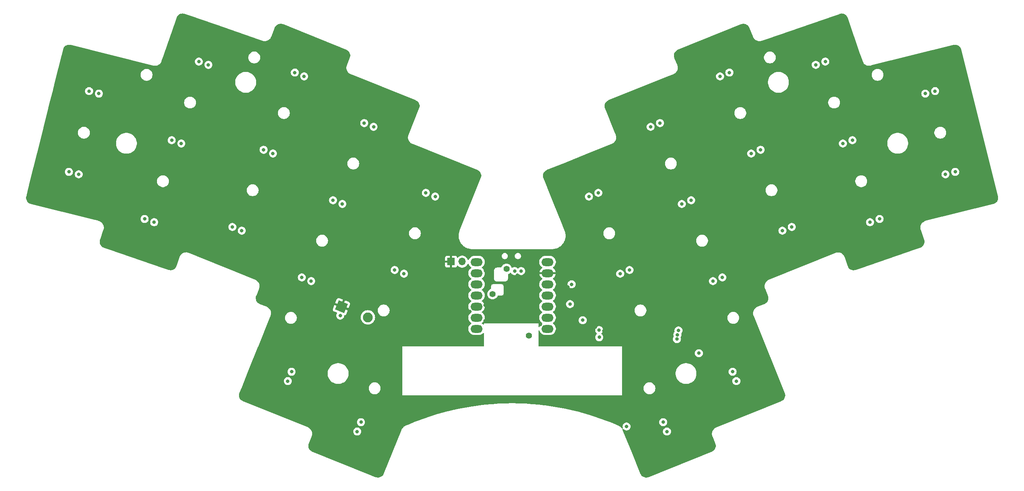
<source format=gbr>
%TF.GenerationSoftware,KiCad,Pcbnew,8.0.6-1.fc41*%
%TF.CreationDate,2024-11-30T15:40:14+11:00*%
%TF.ProjectId,katori,6b61746f-7269-42e6-9b69-6361645f7063,0.1*%
%TF.SameCoordinates,Original*%
%TF.FileFunction,Copper,L3,Inr*%
%TF.FilePolarity,Positive*%
%FSLAX46Y46*%
G04 Gerber Fmt 4.6, Leading zero omitted, Abs format (unit mm)*
G04 Created by KiCad (PCBNEW 8.0.6-1.fc41) date 2024-11-30 15:40:14*
%MOMM*%
%LPD*%
G01*
G04 APERTURE LIST*
G04 Aperture macros list*
%AMRotRect*
0 Rectangle, with rotation*
0 The origin of the aperture is its center*
0 $1 length*
0 $2 width*
0 $3 Rotation angle, in degrees counterclockwise*
0 Add horizontal line*
21,1,$1,$2,0,0,$3*%
G04 Aperture macros list end*
%TA.AperFunction,ComponentPad*%
%ADD10C,0.800000*%
%TD*%
%TA.AperFunction,ComponentPad*%
%ADD11O,2.750000X1.800000*%
%TD*%
%TA.AperFunction,ComponentPad*%
%ADD12C,1.397000*%
%TD*%
%TA.AperFunction,ComponentPad*%
%ADD13RotRect,2.250000X2.250000X68.000000*%
%TD*%
%TA.AperFunction,ComponentPad*%
%ADD14C,2.250000*%
%TD*%
%TA.AperFunction,ComponentPad*%
%ADD15R,1.700000X1.700000*%
%TD*%
%TA.AperFunction,ComponentPad*%
%ADD16O,1.700000X1.700000*%
%TD*%
%TA.AperFunction,ViaPad*%
%ADD17C,0.800000*%
%TD*%
G04 APERTURE END LIST*
D10*
%TO.N,COL3*%
%TO.C,SW23*%
X111359378Y-112264370D03*
%TO.N,ROW2*%
X113491900Y-113125968D03*
%TD*%
%TO.N,COL2*%
%TO.C,SW13*%
X102639786Y-83126217D03*
%TO.N,ROW1*%
X104772308Y-83987815D03*
%TD*%
D11*
%TO.N,ADC*%
%TO.C,U1*%
X151230091Y-108757957D03*
%TO.N,AMUX_SEL_0*%
X151230084Y-111297962D03*
%TO.N,AMUX_SEL_1*%
X151230089Y-113837951D03*
%TO.N,AMUX_SEL_2*%
X151230082Y-116377957D03*
%TO.N,APLEX_OUT*%
X151230087Y-118917972D03*
%TO.N,APLEX_EN1*%
X151230089Y-121457955D03*
%TO.N,APLEX_EN0*%
X151230090Y-123997960D03*
%TO.N,ROW3*%
X167420093Y-123997961D03*
%TO.N,ROW2*%
X167420100Y-121457956D03*
%TO.N,ROW1*%
X167420095Y-118917967D03*
%TO.N,ROW0*%
X167420102Y-116377961D03*
%TO.N,+3V3*%
X167420097Y-113837946D03*
%TO.N,GND*%
X167420095Y-111297963D03*
%TO.N,unconnected-(U1-5V-Pad14)*%
X167420094Y-108757958D03*
D12*
%TO.N,/NRST*%
X158048600Y-110352456D03*
%TO.N,+BATT*%
X154880093Y-116060954D03*
%TO.N,ADC_ENABLE*%
X163135096Y-125585951D03*
%TD*%
D10*
%TO.N,COL4*%
%TO.C,SW15*%
X132534633Y-110573633D03*
%TO.N,ROW1*%
X134667155Y-111435231D03*
%TD*%
%TO.N,COL8*%
%TO.C,SW9*%
X230779059Y-62991500D03*
%TO.N,ROW0*%
X228604367Y-63740306D03*
%TD*%
%TO.N,COL8*%
%TO.C,SW26*%
X243150654Y-98921208D03*
%TO.N,ROW2*%
X240975962Y-99670014D03*
%TD*%
%TO.N,COL7*%
%TO.C,SW8*%
X208892837Y-65509733D03*
%TO.N,ROW0*%
X206760315Y-66371331D03*
%TD*%
%TO.N,COL6*%
%TO.C,SW17*%
X200173244Y-94647890D03*
%TO.N,ROW1*%
X198040722Y-95509488D03*
%TD*%
%TO.N,COL3*%
%TO.C,SW4*%
X125594405Y-77031375D03*
%TO.N,ROW0*%
X127726927Y-77892973D03*
%TD*%
%TO.N,COL8*%
%TO.C,SW19*%
X236964845Y-80956343D03*
%TO.N,ROW1*%
X234790153Y-81705149D03*
%TD*%
%TO.N,ROW3*%
%TO.C,SW28*%
X123994722Y-147460504D03*
%TO.N,COL10*%
X124856320Y-145327982D03*
%TD*%
%TO.N,ROW3*%
%TO.C,SW27*%
X108157613Y-135938864D03*
%TO.N,COL10*%
X109019211Y-133806342D03*
%TD*%
%TO.N,COL9*%
%TO.C,SW10*%
X255820648Y-69740923D03*
%TO.N,ROW0*%
X253588968Y-70297343D03*
%TD*%
D13*
%TO.N,GND*%
%TO.C,RESET1*%
X120401542Y-118951403D03*
D14*
%TO.N,/NRST*%
X126428237Y-121386346D03*
%TD*%
D10*
%TO.N,COL6*%
%TO.C,SW24*%
X207290745Y-112264373D03*
%TO.N,ROW2*%
X205158223Y-113125971D03*
%TD*%
%TO.N,COL5*%
%TO.C,SW6*%
X178997996Y-92957156D03*
%TO.N,ROW0*%
X176865474Y-93818754D03*
%TD*%
%TO.N,COL6*%
%TO.C,SW7*%
X193055702Y-77031384D03*
%TO.N,ROW0*%
X190923180Y-77892982D03*
%TD*%
%TO.N,COL9*%
%TO.C,SW20*%
X260417185Y-88176565D03*
%TO.N,ROW1*%
X258185505Y-88732985D03*
%TD*%
%TO.N,COL0*%
%TO.C,SW1*%
X62829484Y-69740938D03*
%TO.N,ROW0*%
X65061164Y-70297358D03*
%TD*%
%TO.N,COL1*%
%TO.C,SW2*%
X87871083Y-62991481D03*
%TO.N,ROW0*%
X90045775Y-63740285D03*
%TD*%
%TO.N,COL7*%
%TO.C,SW25*%
X223127879Y-100742735D03*
%TO.N,ROW2*%
X220995357Y-101604333D03*
%TD*%
%TO.N,COL11*%
%TO.C,SW30*%
X209630930Y-133806336D03*
%TO.N,ROW3*%
X210492528Y-135938858D03*
%TD*%
%TO.N,COL7*%
%TO.C,SW18*%
X216010350Y-83126224D03*
%TO.N,ROW1*%
X213877828Y-83987822D03*
%TD*%
%TO.N,COL2*%
%TO.C,SW22*%
X95522260Y-100742725D03*
%TO.N,ROW2*%
X97654782Y-101604323D03*
%TD*%
D15*
%TO.N,GND*%
%TO.C,J2*%
X145406651Y-108668870D03*
D16*
%TO.N,/BATT_RAW*%
X147946661Y-108668871D03*
%TD*%
D10*
%TO.N,COL3*%
%TO.C,SW14*%
X118476918Y-94647865D03*
%TO.N,ROW1*%
X120609440Y-95509463D03*
%TD*%
%TO.N,COL5*%
%TO.C,SW16*%
X186115504Y-110573651D03*
%TO.N,ROW1*%
X183982982Y-111435249D03*
%TD*%
%TO.N,COL2*%
%TO.C,SW3*%
X109757312Y-65509746D03*
%TO.N,ROW0*%
X111889834Y-66371344D03*
%TD*%
%TO.N,COL4*%
%TO.C,SW5*%
X139652158Y-92957142D03*
%TO.N,ROW0*%
X141784680Y-93818740D03*
%TD*%
%TO.N,COL11*%
%TO.C,SW29*%
X193793814Y-145327967D03*
%TO.N,ROW3*%
X194655412Y-147460489D03*
%TD*%
%TO.N,COL0*%
%TO.C,SW11*%
X58232967Y-88176546D03*
%TO.N,ROW1*%
X60464647Y-88732966D03*
%TD*%
%TO.N,COL1*%
%TO.C,SW12*%
X81685275Y-80956340D03*
%TO.N,ROW1*%
X83859967Y-81705144D03*
%TD*%
%TO.N,COL1*%
%TO.C,SW21*%
X75499508Y-98921194D03*
%TO.N,ROW2*%
X77674200Y-99669998D03*
%TD*%
D17*
%TO.N,GND*%
X128255700Y-131089809D03*
X143422924Y-124725637D03*
X191542607Y-108355346D03*
X214383180Y-110629162D03*
X106447310Y-101456184D03*
X177261737Y-106528790D03*
X192452323Y-123498843D03*
X186164056Y-134873000D03*
X130865803Y-101075834D03*
X115255750Y-85655335D03*
X248131598Y-70616406D03*
X164825708Y-122096291D03*
X84314570Y-105182491D03*
X181552942Y-121561819D03*
X198189811Y-67543505D03*
X105894729Y-110025096D03*
X232809768Y-54883766D03*
X227178890Y-105373073D03*
X162766772Y-120094249D03*
X148910908Y-89647523D03*
X182427549Y-140779986D03*
X116807775Y-149306992D03*
X109332818Y-104185884D03*
X238372939Y-66752144D03*
X153866766Y-112752535D03*
X180263335Y-124488585D03*
X127656180Y-98412920D03*
X125630824Y-114433983D03*
X181933335Y-124488585D03*
X148113684Y-120783318D03*
X228247960Y-89826091D03*
X113757681Y-85063888D03*
X210669749Y-103509426D03*
X178753244Y-117028997D03*
X266277419Y-86703949D03*
X83042215Y-56639052D03*
X112843521Y-83876703D03*
X95982159Y-72895547D03*
X99278367Y-74213944D03*
X193247904Y-98227828D03*
X69131879Y-106050900D03*
X128786602Y-126723111D03*
X137155856Y-74424251D03*
X128978206Y-101877058D03*
X93649958Y-73893301D03*
X133971926Y-126786131D03*
X212412084Y-123000702D03*
X92077305Y-92037224D03*
X78957745Y-107173643D03*
X199134658Y-75083145D03*
X235401937Y-99411924D03*
X219329969Y-74224360D03*
X228762253Y-101688677D03*
X185788446Y-124934910D03*
X52330333Y-85173908D03*
X160676000Y-120094246D03*
X207292666Y-77593735D03*
X136380234Y-125763874D03*
X120230576Y-108870923D03*
X189204664Y-125891786D03*
X160691000Y-118719000D03*
X120316916Y-128277376D03*
X122584042Y-130530070D03*
X223537655Y-75338607D03*
X200864379Y-61312898D03*
X139003063Y-123075319D03*
X142303389Y-123249637D03*
X204122324Y-144749173D03*
X240726875Y-106039566D03*
X57606253Y-67815923D03*
X268158849Y-93039543D03*
X170751210Y-120819247D03*
X69964822Y-75749137D03*
X121798013Y-152724807D03*
X82761886Y-60866471D03*
X126180333Y-98646014D03*
X140448335Y-124037058D03*
X176815896Y-123594247D03*
X111894401Y-77935296D03*
X239754240Y-70860531D03*
X119474991Y-66132065D03*
X136914482Y-118331658D03*
X103854458Y-95384506D03*
X205830053Y-128126523D03*
X136182393Y-140779736D03*
X164995096Y-120215067D03*
X154191000Y-108535000D03*
X162253333Y-113247955D03*
X78879432Y-71150783D03*
X192352053Y-100270105D03*
X224216323Y-77021560D03*
X65549904Y-97803183D03*
X228345503Y-91337167D03*
X121777728Y-128532459D03*
X83528267Y-103405973D03*
X120506733Y-67269346D03*
X205055414Y-85276477D03*
X65999459Y-96376546D03*
X237203523Y-63452677D03*
X186164052Y-140584000D03*
X248696869Y-96952874D03*
X85938426Y-90890946D03*
X125298200Y-130602107D03*
X154629159Y-118644244D03*
X76171438Y-79140722D03*
X191202800Y-92138206D03*
X134674616Y-124912639D03*
X121076866Y-107395126D03*
X99023554Y-58203696D03*
X157548000Y-120094245D03*
X126404801Y-88769900D03*
X161749000Y-118644246D03*
X92294006Y-77249381D03*
X204069448Y-124081581D03*
X202027892Y-149411155D03*
X235987799Y-61006122D03*
X105541980Y-119282705D03*
X120331069Y-113268928D03*
X89368993Y-90943010D03*
X121535349Y-112828759D03*
X138644532Y-116022070D03*
X199995752Y-68310083D03*
X172991775Y-104458271D03*
X228607981Y-98490019D03*
X191884154Y-90598000D03*
X187689492Y-149933001D03*
X239686188Y-109318660D03*
X117242776Y-60873290D03*
X212565266Y-119125789D03*
X144093348Y-122489843D03*
X197353787Y-121274808D03*
X210867085Y-141991556D03*
X197939314Y-74505566D03*
X171335576Y-113247961D03*
X189697611Y-92212366D03*
X110141068Y-85023833D03*
X163736975Y-118956943D03*
X199336815Y-115543540D03*
X128335543Y-100013412D03*
X170431003Y-107542037D03*
X66426802Y-89590445D03*
X230260979Y-101826578D03*
X134234981Y-119411836D03*
X121514243Y-114341939D03*
X104752495Y-111651819D03*
X105842563Y-102819945D03*
X139905471Y-116950370D03*
X131433435Y-127863662D03*
X204090945Y-128061154D03*
X266714088Y-95475493D03*
X140955764Y-122246455D03*
X129521377Y-100532641D03*
X158576000Y-120094245D03*
X248511906Y-72309127D03*
X102729330Y-60944937D03*
X114364109Y-83731221D03*
X219578004Y-57906275D03*
X110732797Y-78904167D03*
X192763815Y-128411399D03*
X197050074Y-128577068D03*
X169367024Y-88405428D03*
X165770657Y-123064852D03*
X234601778Y-101308411D03*
X215158991Y-96676601D03*
X153179159Y-120094244D03*
X184996302Y-123023449D03*
X233396484Y-53518821D03*
X104938429Y-101628499D03*
X191072523Y-123573247D03*
X175100587Y-123594238D03*
X79218957Y-67705737D03*
X197240125Y-122634513D03*
X172030252Y-114444602D03*
X224643703Y-74311130D03*
X203005879Y-84540678D03*
X170024788Y-90468093D03*
X90086951Y-98662999D03*
X77357132Y-72160152D03*
X198146887Y-113463217D03*
X164381515Y-119601485D03*
X227163282Y-81082433D03*
X203093645Y-150484230D03*
X158576000Y-118644245D03*
X112919565Y-92371154D03*
X142778251Y-121472838D03*
X65729705Y-90444290D03*
X114981693Y-128759010D03*
X114003658Y-126508130D03*
X70251021Y-105019367D03*
X193879795Y-116543419D03*
X118692171Y-129200225D03*
X124761691Y-154039027D03*
X208851544Y-86762293D03*
X182694675Y-75463340D03*
X146790592Y-119769712D03*
X180451214Y-121323859D03*
X106657479Y-121910681D03*
X202204627Y-86428263D03*
X88687615Y-100546457D03*
X133495874Y-91026005D03*
X191181204Y-99335302D03*
X147063953Y-96122295D03*
X142653812Y-106409316D03*
X199758074Y-60261902D03*
X196516825Y-129833335D03*
X205384624Y-124315906D03*
X138365466Y-124921182D03*
X186164054Y-129183852D03*
X196967864Y-139705902D03*
X123254665Y-130855006D03*
X125087635Y-115778399D03*
X184714052Y-140584000D03*
X217985560Y-74767539D03*
X168522033Y-90568225D03*
X142093368Y-118820141D03*
X123036544Y-139087473D03*
X184491135Y-79958320D03*
X184415117Y-83750919D03*
X209325342Y-104052593D03*
X66874381Y-97212457D03*
X95071915Y-65955624D03*
X191810432Y-124838998D03*
X121899818Y-109202593D03*
X220745000Y-59037991D03*
X247007066Y-105376591D03*
X68651301Y-74876639D03*
X148544720Y-88834025D03*
X153221000Y-110756664D03*
X265618786Y-94483062D03*
X194841499Y-124574347D03*
X220158198Y-73902805D03*
X215557048Y-59290793D03*
X211500325Y-101584918D03*
X208949595Y-56555010D03*
X175187477Y-108729983D03*
X153179159Y-122185628D03*
X116600169Y-86198511D03*
X196528893Y-109523073D03*
X172176212Y-121960622D03*
X127412521Y-101230459D03*
X89346552Y-80735293D03*
X236099570Y-55332094D03*
X135348409Y-73727020D03*
X171335573Y-111797964D03*
X188624277Y-124562405D03*
X70405543Y-72243053D03*
X218786793Y-72879950D03*
X191834556Y-97564195D03*
X252717033Y-88916846D03*
X121662316Y-139696427D03*
X123743221Y-115235225D03*
X208906209Y-58063795D03*
X226534307Y-92055699D03*
X117886513Y-122597551D03*
X157548000Y-118644245D03*
X251210224Y-89650458D03*
X92620457Y-90692815D03*
X226078600Y-82137991D03*
X184902097Y-73694022D03*
X101165972Y-73412711D03*
X128412031Y-127566665D03*
X78510369Y-109272418D03*
X161702000Y-120094246D03*
X70025924Y-97003094D03*
X213016891Y-101723093D03*
X228440967Y-106156563D03*
X219374004Y-59510068D03*
X120772076Y-129892582D03*
X220174289Y-72386840D03*
X217442360Y-73423121D03*
X102625429Y-59389176D03*
X215457215Y-60802514D03*
X135215155Y-139589609D03*
X208534902Y-85138574D03*
X252912918Y-99183256D03*
X175608347Y-111827535D03*
X130322624Y-102420250D03*
X129792893Y-126984799D03*
X108531581Y-102298263D03*
X249688994Y-105795125D03*
X154508115Y-113393885D03*
X234751419Y-55870531D03*
X238855323Y-72703600D03*
X208782147Y-102708191D03*
X162805560Y-118644246D03*
X153179159Y-118640278D03*
X96294632Y-63745989D03*
X113012330Y-144076522D03*
X93421717Y-92580400D03*
X212126081Y-102921018D03*
X69268227Y-100789093D03*
X197458045Y-107334105D03*
X97833452Y-59327462D03*
X195224212Y-116000239D03*
X81577181Y-63315964D03*
X170493786Y-89437873D03*
X199957108Y-69824610D03*
X119437733Y-130458964D03*
X239983022Y-66610470D03*
X235203281Y-103462743D03*
X102695093Y-96343543D03*
X203066016Y-126050871D03*
X92574573Y-72828111D03*
X135057154Y-79826176D03*
X77377985Y-70650492D03*
X211541671Y-121537221D03*
X134703416Y-90498891D03*
X171610421Y-96323120D03*
X85939693Y-55232116D03*
X136166393Y-72082976D03*
X134998605Y-83287585D03*
X80067527Y-67700295D03*
X127997560Y-128963086D03*
X131838352Y-151104490D03*
X118330541Y-59826501D03*
X204857536Y-122239919D03*
X115798921Y-84310913D03*
X106313356Y-123401043D03*
X234608224Y-105228693D03*
X148456210Y-119062701D03*
X198075903Y-115008308D03*
X178292346Y-123594237D03*
X235459303Y-107257068D03*
X221899385Y-80796444D03*
X208354179Y-78685377D03*
X124525041Y-135316329D03*
X215674008Y-102850976D03*
X136790013Y-124014689D03*
X183957872Y-72525298D03*
X159348092Y-114206429D03*
X176843516Y-107612095D03*
X133874047Y-80749934D03*
X133704853Y-79233361D03*
X196853888Y-152946305D03*
X115656561Y-150272453D03*
X117273369Y-121193618D03*
X251979013Y-97977960D03*
X185715794Y-80821271D03*
X109483768Y-57737178D03*
X188067391Y-102157239D03*
X171953122Y-108729987D03*
X205108576Y-145890285D03*
X193854907Y-154129801D03*
X236616661Y-61748296D03*
X80250429Y-71622860D03*
X184201837Y-90567281D03*
X178039042Y-118821124D03*
X109875987Y-102841458D03*
X70522103Y-70572993D03*
X205024977Y-126882399D03*
X231484039Y-92669392D03*
X118102725Y-130526106D03*
X156098000Y-120094245D03*
X159618000Y-118644245D03*
X91443008Y-75484935D03*
X247448752Y-74853851D03*
X235295840Y-105003950D03*
X183399496Y-139584214D03*
X87082532Y-91894850D03*
X156098000Y-118644245D03*
X184951029Y-121445115D03*
X197433899Y-68797860D03*
X103739712Y-110417412D03*
X132168664Y-125976348D03*
X77420386Y-107303234D03*
X85876811Y-53721297D03*
X202931912Y-121898758D03*
X157548000Y-122185630D03*
X204560475Y-83911796D03*
X180718166Y-122782708D03*
X121688751Y-138143232D03*
X146182699Y-121602975D03*
X163981007Y-113247957D03*
X149722628Y-120100362D03*
X114505798Y-125147124D03*
X222402005Y-63850276D03*
X134277261Y-117875870D03*
X235127039Y-54362874D03*
X107988392Y-103642698D03*
X195522614Y-139399702D03*
X121247855Y-125282192D03*
X95952086Y-71380071D03*
X82386524Y-55345587D03*
X238383250Y-71332612D03*
X154671000Y-110756664D03*
X154629159Y-120094244D03*
X175527615Y-106829996D03*
X188868626Y-100269642D03*
X52534197Y-86311405D03*
X215995330Y-104399737D03*
X128981695Y-128904361D03*
X154629159Y-122185629D03*
X130946389Y-149861371D03*
X193672566Y-124016807D03*
X126429896Y-97506458D03*
X212010556Y-142971619D03*
X266690672Y-92665151D03*
X240226327Y-72231531D03*
X187764441Y-125773668D03*
X194681030Y-114655822D03*
X178039033Y-117821113D03*
X57293923Y-95700400D03*
X150430430Y-89510111D03*
X201661457Y-85083862D03*
X89661744Y-83384848D03*
X253036881Y-90719869D03*
X210126568Y-102164996D03*
X248646027Y-73931597D03*
X99204454Y-59799536D03*
X196009563Y-121822548D03*
X172176211Y-123410641D03*
X79778357Y-72993860D03*
X240438175Y-108072150D03*
X192490100Y-95324515D03*
X178461147Y-120845357D03*
X69146322Y-99467238D03*
X225809795Y-77195550D03*
X186947803Y-151208148D03*
X242509815Y-78985178D03*
X174995105Y-113247965D03*
X117542637Y-128708977D03*
X159649000Y-120094245D03*
X206205949Y-125547944D03*
X193336615Y-115198999D03*
X237957110Y-65180545D03*
X114113694Y-143032554D03*
X176283634Y-105379150D03*
X125212434Y-89678092D03*
X146499825Y-105565179D03*
X190897311Y-89449408D03*
X187524209Y-100812822D03*
X56491681Y-68583363D03*
X119300126Y-115281786D03*
X109367363Y-56204946D03*
X89392492Y-89422184D03*
X225291470Y-75808714D03*
X162253333Y-111797955D03*
X139566620Y-113976695D03*
X143429517Y-108320604D03*
X145756248Y-104816118D03*
X149627985Y-87747508D03*
X212736606Y-110423642D03*
X214195385Y-95500385D03*
X121616747Y-124369147D03*
X169014317Y-106542297D03*
X97714016Y-64128072D03*
X216425158Y-113869390D03*
X117143357Y-84854098D03*
X191962755Y-126599556D03*
X124286414Y-113890810D03*
X196629999Y-138277123D03*
X99821549Y-72869535D03*
X177010611Y-113097634D03*
X105268594Y-122349646D03*
X115985080Y-129670519D03*
X185391440Y-91663301D03*
X182875207Y-123698307D03*
X109904873Y-86690537D03*
X115418481Y-126077043D03*
X156098000Y-122185630D03*
X116337132Y-128241272D03*
X241457386Y-70274104D03*
X56340394Y-94962359D03*
X120943452Y-65872433D03*
X183301791Y-82699244D03*
X232695878Y-91696575D03*
X81104047Y-106310984D03*
X242888721Y-70422287D03*
X232336917Y-53513034D03*
X205600329Y-92429580D03*
X198236945Y-109046289D03*
X128969024Y-94916650D03*
X141462923Y-107314749D03*
X203549058Y-85885073D03*
X173626210Y-121960628D03*
X239516278Y-68027718D03*
X173626214Y-123410632D03*
X77922830Y-66963421D03*
X241946095Y-71639382D03*
X225991124Y-90711297D03*
X171331005Y-109466640D03*
X102060665Y-114792271D03*
X116277687Y-124799854D03*
X214838051Y-117482432D03*
X160553333Y-113247955D03*
X93964900Y-91235993D03*
X88739849Y-101911846D03*
X78407370Y-72521777D03*
X204344921Y-125534153D03*
X189411806Y-101614058D03*
X163892710Y-121163290D03*
X100622796Y-74757124D03*
X90512643Y-106122805D03*
X136093462Y-82239495D03*
X163981009Y-111797957D03*
X225189882Y-92598880D03*
X83115811Y-105158644D03*
X158852347Y-112681347D03*
X202267365Y-123407570D03*
X184210795Y-75318294D03*
X206060757Y-84088359D03*
X160553333Y-111797955D03*
X127249168Y-95478711D03*
X196684515Y-67369753D03*
X261251868Y-68054263D03*
X90619704Y-76777814D03*
X224646710Y-91254465D03*
X115670846Y-123408154D03*
X144776536Y-120624628D03*
%TO.N,+3V3*%
X172896078Y-113840632D03*
X201932334Y-129569667D03*
X120119121Y-120985242D03*
%TO.N,APLEX_OUT*%
X175439068Y-122048862D03*
%TO.N,/BATT_RAW*%
X159907610Y-110817389D03*
%TO.N,ADC_ENABLE*%
X172539060Y-118371103D03*
%TO.N,ROW3*%
X179189066Y-124288957D03*
X179209000Y-125938588D03*
X185437050Y-146293391D03*
%TO.N,+BATT*%
X161407609Y-110821666D03*
%TO.N,AMUX_SEL_1*%
X197044415Y-125352560D03*
%TO.N,AMUX_SEL_2*%
X197278495Y-124380345D03*
%TO.N,AMUX_SEL_0*%
X196930627Y-126346070D03*
%TD*%
%TA.AperFunction,Conductor*%
%TO.N,GND*%
G36*
X234715851Y-52040123D02*
G01*
X234735106Y-52042828D01*
X234934294Y-52086983D01*
X234952901Y-52092672D01*
X235142721Y-52167444D01*
X235160212Y-52175975D01*
X235335996Y-52279525D01*
X235351937Y-52290688D01*
X235414591Y-52342340D01*
X235509356Y-52420466D01*
X235523348Y-52433979D01*
X235658531Y-52586796D01*
X235670229Y-52602323D01*
X235779841Y-52774411D01*
X235788972Y-52791590D01*
X235872307Y-52983306D01*
X235875834Y-52992379D01*
X235890104Y-53033834D01*
X235890118Y-53033860D01*
X238694024Y-61176961D01*
X239240692Y-62764594D01*
X239267750Y-62843174D01*
X239267753Y-62843189D01*
X239271677Y-62854583D01*
X239271701Y-62854651D01*
X239317133Y-62986847D01*
X239317138Y-62986857D01*
X239425265Y-63194551D01*
X239425268Y-63194556D01*
X239551823Y-63368735D01*
X239562913Y-63383998D01*
X239727046Y-63551017D01*
X239914063Y-63691942D01*
X240119855Y-63803679D01*
X240119865Y-63803682D01*
X240119868Y-63803684D01*
X240339901Y-63883772D01*
X240569369Y-63930462D01*
X240803217Y-63942724D01*
X241036309Y-63920288D01*
X241036312Y-63920287D01*
X241036314Y-63920287D01*
X241064562Y-63913226D01*
X241148957Y-63892132D01*
X241149031Y-63892135D01*
X241149026Y-63892115D01*
X241166649Y-63887721D01*
X241166649Y-63887722D01*
X241166655Y-63887719D01*
X241173702Y-63885963D01*
X241173702Y-63885962D01*
X241215087Y-63875647D01*
X241215124Y-63875634D01*
X260000569Y-59191891D01*
X260000580Y-59191891D01*
X260017707Y-59187619D01*
X260017709Y-59187620D01*
X260036805Y-59182857D01*
X260046301Y-59180881D01*
X260252352Y-59146386D01*
X260271729Y-59144690D01*
X260475740Y-59142898D01*
X260495135Y-59144253D01*
X260696927Y-59174404D01*
X260715872Y-59178777D01*
X260910458Y-59240126D01*
X260928483Y-59247408D01*
X261111077Y-59338446D01*
X261127746Y-59348462D01*
X261293842Y-59466942D01*
X261308741Y-59479445D01*
X261454248Y-59622443D01*
X261467015Y-59637130D01*
X261588356Y-59801131D01*
X261598667Y-59817634D01*
X261692859Y-59998602D01*
X261700456Y-60016502D01*
X261765810Y-60211878D01*
X261766918Y-60215189D01*
X261769634Y-60224512D01*
X261774252Y-60243036D01*
X261778332Y-60259403D01*
X261778335Y-60259409D01*
X270137682Y-93786946D01*
X270139662Y-93796466D01*
X270174131Y-94002319D01*
X270175829Y-94021706D01*
X270177624Y-94225708D01*
X270176268Y-94245122D01*
X270146121Y-94446896D01*
X270141744Y-94465858D01*
X270080399Y-94660432D01*
X270073108Y-94678476D01*
X269982077Y-94861052D01*
X269972053Y-94877734D01*
X269853580Y-95043813D01*
X269841070Y-95058721D01*
X269698064Y-95204226D01*
X269683375Y-95216992D01*
X269519367Y-95338327D01*
X269502863Y-95348638D01*
X269321894Y-95442818D01*
X269303978Y-95450420D01*
X269105474Y-95516806D01*
X269096132Y-95519528D01*
X269061099Y-95528258D01*
X269061068Y-95528271D01*
X253707512Y-99356324D01*
X253707266Y-99356313D01*
X253540751Y-99397929D01*
X253540743Y-99397932D01*
X253321147Y-99489502D01*
X253117788Y-99613015D01*
X252935278Y-99765668D01*
X252777771Y-99943987D01*
X252777769Y-99943989D01*
X252777768Y-99943991D01*
X252770779Y-99954829D01*
X252648817Y-100143949D01*
X252551359Y-100361000D01*
X252523513Y-100461114D01*
X252487600Y-100590226D01*
X252487600Y-100590228D01*
X252487598Y-100590236D01*
X252474807Y-100695823D01*
X252458985Y-100826428D01*
X252466164Y-101064249D01*
X252466165Y-101064254D01*
X252508974Y-101298293D01*
X252508975Y-101298297D01*
X252538842Y-101385183D01*
X252538907Y-101385454D01*
X253316691Y-103644250D01*
X253316693Y-103644256D01*
X253323088Y-103662831D01*
X253325893Y-103672150D01*
X253378199Y-103874408D01*
X253381577Y-103893570D01*
X253401128Y-104096633D01*
X253401468Y-104116088D01*
X253389011Y-104319726D01*
X253386302Y-104338995D01*
X253342147Y-104538156D01*
X253336459Y-104556762D01*
X253261685Y-104746586D01*
X253253154Y-104764076D01*
X253149612Y-104939850D01*
X253138452Y-104955789D01*
X253008684Y-105113207D01*
X252995167Y-105127203D01*
X252842373Y-105262382D01*
X252826833Y-105274092D01*
X252654773Y-105383703D01*
X252637593Y-105392838D01*
X252445890Y-105476191D01*
X252436843Y-105479710D01*
X252432487Y-105481211D01*
X252432460Y-105481220D01*
X237733978Y-110542319D01*
X237733965Y-110542321D01*
X237696066Y-110555373D01*
X237686749Y-110558178D01*
X237484492Y-110610503D01*
X237465328Y-110613883D01*
X237262258Y-110633450D01*
X237242801Y-110633791D01*
X237039166Y-110621346D01*
X237019896Y-110618639D01*
X236820714Y-110574490D01*
X236802104Y-110568801D01*
X236612283Y-110494033D01*
X236594793Y-110485502D01*
X236419002Y-110381955D01*
X236403062Y-110370794D01*
X236245643Y-110241026D01*
X236231645Y-110227508D01*
X236096465Y-110074709D01*
X236084754Y-110059168D01*
X236023247Y-109962614D01*
X235975138Y-109887093D01*
X235966004Y-109869911D01*
X235949652Y-109832300D01*
X235882811Y-109678555D01*
X235879284Y-109669484D01*
X235877785Y-109665130D01*
X235877784Y-109665126D01*
X235868211Y-109637319D01*
X235868203Y-109637302D01*
X235864397Y-109626249D01*
X235172574Y-107617046D01*
X235170594Y-107610755D01*
X235163203Y-107584885D01*
X235160002Y-107580575D01*
X235159126Y-107578119D01*
X235133509Y-107503842D01*
X235133507Y-107503838D01*
X235026170Y-107297144D01*
X234889604Y-107108486D01*
X234889594Y-107108474D01*
X234726776Y-106941959D01*
X234641872Y-106877545D01*
X234541222Y-106801185D01*
X234541219Y-106801183D01*
X234541216Y-106801181D01*
X234336990Y-106689234D01*
X234118513Y-106608535D01*
X234118512Y-106608534D01*
X234118510Y-106608534D01*
X233890540Y-106560843D01*
X233890539Y-106560842D01*
X233890535Y-106560842D01*
X233658039Y-106547197D01*
X233658037Y-106547197D01*
X233658036Y-106547197D01*
X233658035Y-106547197D01*
X233565241Y-106555475D01*
X233426048Y-106567892D01*
X233199640Y-106622476D01*
X233199633Y-106622479D01*
X233133013Y-106649353D01*
X233091637Y-106666044D01*
X233091592Y-106666061D01*
X233055434Y-106680679D01*
X233055411Y-106680689D01*
X217963960Y-112778039D01*
X217963848Y-112778050D01*
X217809780Y-112840361D01*
X217809774Y-112840364D01*
X217746877Y-112876971D01*
X217615025Y-112953711D01*
X217615023Y-112953712D01*
X217615017Y-112953716D01*
X217438388Y-113093601D01*
X217438377Y-113093610D01*
X217438374Y-113093612D01*
X217438374Y-113093613D01*
X217283428Y-113257209D01*
X217153319Y-113441194D01*
X217050709Y-113641810D01*
X216986425Y-113829455D01*
X216977679Y-113854983D01*
X216949122Y-114005636D01*
X216935713Y-114076375D01*
X216925667Y-114301484D01*
X216925667Y-114301498D01*
X216947741Y-114525722D01*
X216947743Y-114525733D01*
X216947743Y-114525735D01*
X216947744Y-114525739D01*
X216992863Y-114709426D01*
X217001496Y-114744572D01*
X217033582Y-114824067D01*
X217033614Y-114824174D01*
X217043646Y-114849003D01*
X217043655Y-114849052D01*
X217043664Y-114849049D01*
X217060243Y-114890128D01*
X217060298Y-114890220D01*
X217506387Y-115994303D01*
X217666552Y-116390716D01*
X217683916Y-116433691D01*
X217683927Y-116433737D01*
X217697420Y-116467116D01*
X217700712Y-116476281D01*
X217763564Y-116675518D01*
X217767945Y-116694480D01*
X217798125Y-116896259D01*
X217799484Y-116915674D01*
X217797720Y-117119679D01*
X217796025Y-117139067D01*
X217762363Y-117340282D01*
X217757656Y-117359166D01*
X217692922Y-117552646D01*
X217685317Y-117570561D01*
X217591109Y-117751523D01*
X217580796Y-117768026D01*
X217459433Y-117932021D01*
X217446668Y-117946704D01*
X217301137Y-118089692D01*
X217286227Y-118102200D01*
X217120121Y-118220652D01*
X217103437Y-118230673D01*
X216916137Y-118324021D01*
X216907265Y-118328017D01*
X216877817Y-118339910D01*
X216877789Y-118339925D01*
X215331939Y-118964468D01*
X215331904Y-118964471D01*
X215185032Y-119023834D01*
X214990251Y-119137150D01*
X214990245Y-119137154D01*
X214813556Y-119277043D01*
X214658572Y-119440648D01*
X214528452Y-119624630D01*
X214528447Y-119624639D01*
X214425827Y-119825270D01*
X214352799Y-120038460D01*
X214310845Y-120259889D01*
X214300827Y-120485015D01*
X214300827Y-120485020D01*
X214322944Y-120709272D01*
X214322946Y-120709284D01*
X214376749Y-120928123D01*
X214376750Y-120928126D01*
X214394258Y-120971473D01*
X214394258Y-120971478D01*
X214418948Y-121032601D01*
X214420039Y-121035303D01*
X214435765Y-121074233D01*
X214435818Y-121074321D01*
X221520169Y-138608749D01*
X221520200Y-138608878D01*
X221534631Y-138644590D01*
X221537921Y-138653749D01*
X221600757Y-138852978D01*
X221605136Y-138871939D01*
X221635305Y-139073710D01*
X221636663Y-139093123D01*
X221634893Y-139297120D01*
X221633198Y-139316506D01*
X221599532Y-139517724D01*
X221594824Y-139536607D01*
X221530094Y-139730070D01*
X221522491Y-139747983D01*
X221428285Y-139928946D01*
X221417972Y-139945449D01*
X221296618Y-140109438D01*
X221283850Y-140124125D01*
X221138331Y-140267111D01*
X221123423Y-140279619D01*
X220957322Y-140398079D01*
X220940641Y-140408100D01*
X220816671Y-140469895D01*
X220753710Y-140501278D01*
X220744843Y-140505272D01*
X220709255Y-140519648D01*
X220709233Y-140519660D01*
X205962100Y-146477880D01*
X205962048Y-146477885D01*
X205809878Y-146539378D01*
X205615073Y-146652692D01*
X205438382Y-146792569D01*
X205283383Y-146956177D01*
X205153251Y-147140165D01*
X205153251Y-147140167D01*
X205050629Y-147340795D01*
X205050628Y-147340797D01*
X204977595Y-147554001D01*
X204977594Y-147554006D01*
X204959326Y-147650435D01*
X204935647Y-147775423D01*
X204925772Y-147997448D01*
X204925633Y-148000567D01*
X204939328Y-148139368D01*
X204947760Y-148224834D01*
X205001576Y-148443675D01*
X205001577Y-148443678D01*
X205019087Y-148487024D01*
X205019087Y-148487031D01*
X205060305Y-148589053D01*
X205060360Y-148589144D01*
X205685693Y-150136901D01*
X205685699Y-150136920D01*
X205690167Y-150147977D01*
X205697152Y-150165265D01*
X205697527Y-150166191D01*
X205700818Y-150175355D01*
X205763652Y-150374600D01*
X205768030Y-150393560D01*
X205798194Y-150595330D01*
X205799552Y-150614742D01*
X205797778Y-150818746D01*
X205796083Y-150838131D01*
X205762415Y-151039352D01*
X205757707Y-151058235D01*
X205692974Y-151251703D01*
X205685371Y-151269614D01*
X205591168Y-151450575D01*
X205580856Y-151467078D01*
X205459500Y-151631076D01*
X205446733Y-151645762D01*
X205301213Y-151788755D01*
X205286307Y-151801262D01*
X205120215Y-151919726D01*
X205103533Y-151929748D01*
X204916539Y-152022966D01*
X204907665Y-152026963D01*
X204877908Y-152038984D01*
X204877891Y-152038993D01*
X190452644Y-157867148D01*
X190443481Y-157870438D01*
X190244255Y-157933255D01*
X190225296Y-157937632D01*
X190023523Y-157967788D01*
X190004113Y-157969145D01*
X189800110Y-157967366D01*
X189780725Y-157965670D01*
X189579511Y-157931998D01*
X189560632Y-157927291D01*
X189367165Y-157862559D01*
X189349254Y-157854957D01*
X189168287Y-157760753D01*
X189151785Y-157750441D01*
X188987792Y-157629093D01*
X188973107Y-157616328D01*
X188830104Y-157470807D01*
X188817605Y-157455911D01*
X188699131Y-157289817D01*
X188689113Y-157273145D01*
X188621934Y-157138406D01*
X188595932Y-157086255D01*
X188591937Y-157077384D01*
X186610972Y-152174327D01*
X184706457Y-147460489D01*
X193741908Y-147460489D01*
X193761870Y-147650417D01*
X193761871Y-147650420D01*
X193820882Y-147832038D01*
X193820885Y-147832045D01*
X193916372Y-147997433D01*
X194044159Y-148139355D01*
X194198660Y-148251607D01*
X194373124Y-148329283D01*
X194559925Y-148368989D01*
X194750899Y-148368989D01*
X194937700Y-148329283D01*
X195112164Y-148251607D01*
X195266665Y-148139355D01*
X195394452Y-147997433D01*
X195489939Y-147832045D01*
X195548954Y-147650417D01*
X195568916Y-147460489D01*
X195548954Y-147270561D01*
X195489939Y-147088933D01*
X195394452Y-146923545D01*
X195267090Y-146782095D01*
X195266666Y-146781624D01*
X195254739Y-146772958D01*
X195112164Y-146669371D01*
X194937700Y-146591695D01*
X194937698Y-146591694D01*
X194750899Y-146551989D01*
X194559925Y-146551989D01*
X194373126Y-146591694D01*
X194198658Y-146669372D01*
X194044157Y-146781624D01*
X193916371Y-146923546D01*
X193820885Y-147088932D01*
X193820882Y-147088939D01*
X193783790Y-147203098D01*
X193761870Y-147270561D01*
X193741908Y-147460489D01*
X184706457Y-147460489D01*
X184532096Y-147028931D01*
X184532095Y-147028930D01*
X184514941Y-146986465D01*
X184508084Y-146916936D01*
X184539907Y-146854734D01*
X184600307Y-146819611D01*
X184670108Y-146822718D01*
X184722066Y-146857052D01*
X184811318Y-146956177D01*
X184825797Y-146972257D01*
X184980298Y-147084509D01*
X185154762Y-147162185D01*
X185341563Y-147201891D01*
X185532537Y-147201891D01*
X185719338Y-147162185D01*
X185893802Y-147084509D01*
X186048303Y-146972257D01*
X186176090Y-146830335D01*
X186271577Y-146664947D01*
X186330592Y-146483319D01*
X186350554Y-146293391D01*
X186330592Y-146103463D01*
X186271577Y-145921835D01*
X186176090Y-145756447D01*
X186048303Y-145614525D01*
X185893802Y-145502273D01*
X185719338Y-145424597D01*
X185719336Y-145424596D01*
X185532537Y-145384891D01*
X185341563Y-145384891D01*
X185154764Y-145424596D01*
X184980296Y-145502274D01*
X184825795Y-145614526D01*
X184698009Y-145756448D01*
X184602523Y-145921834D01*
X184602520Y-145921841D01*
X184574900Y-146006848D01*
X184543508Y-146103463D01*
X184523546Y-146293391D01*
X184543508Y-146483319D01*
X184543509Y-146483322D01*
X184587861Y-146619823D01*
X184589856Y-146689664D01*
X184553776Y-146749497D01*
X184491075Y-146780325D01*
X184421661Y-146772360D01*
X184370486Y-146732215D01*
X184280076Y-146610839D01*
X184280074Y-146610837D01*
X184139603Y-146465490D01*
X184139602Y-146465489D01*
X183981710Y-146339282D01*
X183906217Y-146293391D01*
X183808987Y-146234286D01*
X183792436Y-146226934D01*
X183753773Y-146209759D01*
X183753764Y-146209755D01*
X183663891Y-146169822D01*
X183663832Y-146169803D01*
X183021027Y-145884217D01*
X181678317Y-145327967D01*
X192880310Y-145327967D01*
X192900272Y-145517895D01*
X192900273Y-145517898D01*
X192959284Y-145699516D01*
X192959287Y-145699523D01*
X193054774Y-145864911D01*
X193182561Y-146006833D01*
X193337062Y-146119085D01*
X193511526Y-146196761D01*
X193698327Y-146236467D01*
X193889301Y-146236467D01*
X194076102Y-146196761D01*
X194250566Y-146119085D01*
X194405067Y-146006833D01*
X194532854Y-145864911D01*
X194628341Y-145699523D01*
X194687356Y-145517895D01*
X194707318Y-145327967D01*
X194687356Y-145138039D01*
X194628341Y-144956411D01*
X194532854Y-144791023D01*
X194417795Y-144663237D01*
X194405068Y-144649102D01*
X194394860Y-144641685D01*
X194250566Y-144536849D01*
X194076102Y-144459173D01*
X194076100Y-144459172D01*
X193889301Y-144419467D01*
X193698327Y-144419467D01*
X193511528Y-144459172D01*
X193337060Y-144536850D01*
X193182559Y-144649102D01*
X193054773Y-144791024D01*
X192959287Y-144956410D01*
X192959284Y-144956417D01*
X192900273Y-145138035D01*
X192900272Y-145138039D01*
X192880310Y-145327967D01*
X181678317Y-145327967D01*
X181614618Y-145301578D01*
X181614611Y-145301575D01*
X181614591Y-145301567D01*
X180193924Y-144754768D01*
X178759767Y-144244105D01*
X177802590Y-143930373D01*
X177313184Y-143769961D01*
X175855040Y-143332615D01*
X175855020Y-143332609D01*
X174386302Y-142932357D01*
X174386305Y-142932357D01*
X174386284Y-142932352D01*
X172907857Y-142569431D01*
X172907859Y-142569431D01*
X172907841Y-142569427D01*
X171420724Y-142244086D01*
X169925789Y-141956517D01*
X168424084Y-141706922D01*
X167419040Y-141565942D01*
X166916521Y-141495453D01*
X166580424Y-141456962D01*
X165404094Y-141322247D01*
X163887725Y-141187413D01*
X162368477Y-141091045D01*
X160847280Y-141033200D01*
X159325066Y-141013912D01*
X157802854Y-141033199D01*
X156281657Y-141091045D01*
X154762409Y-141187413D01*
X154762390Y-141187414D01*
X154762385Y-141187415D01*
X154493700Y-141211306D01*
X153246041Y-141322246D01*
X151922668Y-141473800D01*
X151733614Y-141495451D01*
X151482354Y-141530695D01*
X150226049Y-141706920D01*
X148724345Y-141956515D01*
X147229409Y-142244083D01*
X145742292Y-142569424D01*
X145023515Y-142745868D01*
X144263851Y-142932349D01*
X144263838Y-142932352D01*
X144263832Y-142932354D01*
X142795113Y-143332605D01*
X142065219Y-143551524D01*
X141336950Y-143769957D01*
X141336941Y-143769960D01*
X139890366Y-144244101D01*
X138456209Y-144754763D01*
X137035542Y-145301561D01*
X135937511Y-145756447D01*
X135675695Y-145864911D01*
X135629095Y-145884216D01*
X134967810Y-146178011D01*
X134967800Y-146178014D01*
X134947047Y-146187235D01*
X134933508Y-146193252D01*
X134933506Y-146193253D01*
X134893565Y-146210999D01*
X134893431Y-146211085D01*
X134841157Y-146234310D01*
X134668432Y-146339319D01*
X134510553Y-146465520D01*
X134370082Y-146610862D01*
X134249333Y-146772951D01*
X134249329Y-146772957D01*
X134249329Y-146772958D01*
X134244192Y-146782095D01*
X134150273Y-146949149D01*
X134118966Y-147026627D01*
X134118965Y-147026626D01*
X134118957Y-147026648D01*
X134112408Y-147042852D01*
X134112409Y-147042853D01*
X134098751Y-147076651D01*
X134098745Y-147076672D01*
X130058188Y-157077419D01*
X130054186Y-157086302D01*
X129961021Y-157273139D01*
X129950999Y-157289817D01*
X129832523Y-157455899D01*
X129820016Y-157470802D01*
X129677020Y-157616307D01*
X129662335Y-157629072D01*
X129498337Y-157750417D01*
X129481838Y-157760727D01*
X129300872Y-157854930D01*
X129282962Y-157862532D01*
X129089494Y-157927265D01*
X129070615Y-157931972D01*
X128869403Y-157965645D01*
X128850020Y-157967341D01*
X128646021Y-157969125D01*
X128626613Y-157967769D01*
X128424831Y-157937619D01*
X128405872Y-157933242D01*
X128206518Y-157870394D01*
X128197370Y-157867111D01*
X128193497Y-157865547D01*
X128193477Y-157865539D01*
X126768527Y-157289823D01*
X113742507Y-152026978D01*
X113733593Y-152022961D01*
X113546703Y-151929699D01*
X113530036Y-151919677D01*
X113363996Y-151801172D01*
X113349100Y-151788667D01*
X113203625Y-151645651D01*
X113190868Y-151630971D01*
X113069546Y-151466969D01*
X113059241Y-151450474D01*
X112965056Y-151269519D01*
X112957457Y-151251616D01*
X112909490Y-151108263D01*
X112892724Y-151058157D01*
X112888019Y-151039288D01*
X112854332Y-150838085D01*
X112852635Y-150818711D01*
X112850822Y-150614713D01*
X112852174Y-150595330D01*
X112882283Y-150393548D01*
X112886652Y-150374604D01*
X112949698Y-150174441D01*
X112952984Y-150165283D01*
X113611964Y-148534230D01*
X113611963Y-148534226D01*
X113617214Y-148521232D01*
X113617224Y-148521195D01*
X113648549Y-148443682D01*
X113702389Y-148224840D01*
X113724535Y-148000564D01*
X113714534Y-147775419D01*
X113672591Y-147553989D01*
X113640568Y-147460504D01*
X123081218Y-147460504D01*
X123101180Y-147650432D01*
X123101181Y-147650435D01*
X123160192Y-147832053D01*
X123160195Y-147832060D01*
X123255682Y-147997448D01*
X123309604Y-148057334D01*
X123383453Y-148139353D01*
X123383469Y-148139370D01*
X123537970Y-148251622D01*
X123712434Y-148329298D01*
X123899235Y-148369004D01*
X124090209Y-148369004D01*
X124277010Y-148329298D01*
X124451474Y-148251622D01*
X124605975Y-148139370D01*
X124733762Y-147997448D01*
X124829249Y-147832060D01*
X124888264Y-147650432D01*
X124908226Y-147460504D01*
X124888264Y-147270576D01*
X124829249Y-147088948D01*
X124733762Y-146923560D01*
X124606412Y-146782123D01*
X124605976Y-146781639D01*
X124605956Y-146781624D01*
X124451474Y-146669386D01*
X124277010Y-146591710D01*
X124277008Y-146591709D01*
X124090209Y-146552004D01*
X123899235Y-146552004D01*
X123712436Y-146591709D01*
X123712434Y-146591710D01*
X123538002Y-146669372D01*
X123537968Y-146669387D01*
X123383467Y-146781639D01*
X123255681Y-146923561D01*
X123160195Y-147088947D01*
X123160192Y-147088954D01*
X123123105Y-147203098D01*
X123101180Y-147270576D01*
X123081218Y-147460504D01*
X113640568Y-147460504D01*
X113599559Y-147340783D01*
X113496926Y-147140143D01*
X113468131Y-147099435D01*
X113418265Y-147028937D01*
X113366781Y-146956152D01*
X113211774Y-146792557D01*
X113035062Y-146652689D01*
X113035058Y-146652687D01*
X113035049Y-146652680D01*
X112840244Y-146539399D01*
X112840245Y-146539399D01*
X112840241Y-146539397D01*
X112760683Y-146507257D01*
X112760569Y-146507198D01*
X109841906Y-145327982D01*
X123942816Y-145327982D01*
X123962778Y-145517910D01*
X123962779Y-145517913D01*
X124021790Y-145699531D01*
X124021793Y-145699538D01*
X124117280Y-145864926D01*
X124219610Y-145978576D01*
X124245051Y-146006831D01*
X124245067Y-146006848D01*
X124399568Y-146119100D01*
X124574032Y-146196776D01*
X124760833Y-146236482D01*
X124951807Y-146236482D01*
X125138608Y-146196776D01*
X125313072Y-146119100D01*
X125467573Y-146006848D01*
X125595360Y-145864926D01*
X125690847Y-145699538D01*
X125749862Y-145517910D01*
X125769824Y-145327982D01*
X125749862Y-145138054D01*
X125690847Y-144956426D01*
X125595360Y-144791038D01*
X125467573Y-144649116D01*
X125313072Y-144536864D01*
X125138608Y-144459188D01*
X125138606Y-144459187D01*
X124951807Y-144419482D01*
X124760833Y-144419482D01*
X124574034Y-144459187D01*
X124574032Y-144459188D01*
X124399600Y-144536850D01*
X124399566Y-144536865D01*
X124245065Y-144649117D01*
X124117279Y-144791039D01*
X124021793Y-144956425D01*
X124021790Y-144956432D01*
X123962784Y-145138035D01*
X123962778Y-145138054D01*
X123942816Y-145327982D01*
X109841906Y-145327982D01*
X97942319Y-140520238D01*
X97942289Y-140520220D01*
X97923574Y-140512661D01*
X97912327Y-140508119D01*
X97905350Y-140505301D01*
X97896472Y-140501303D01*
X97869758Y-140487988D01*
X97709496Y-140408109D01*
X97692817Y-140398089D01*
X97526711Y-140279631D01*
X97511802Y-140267124D01*
X97366277Y-140124139D01*
X97353508Y-140109452D01*
X97232144Y-139945454D01*
X97221831Y-139928950D01*
X97154652Y-139799906D01*
X97127622Y-139747983D01*
X97120021Y-139730077D01*
X97055287Y-139536607D01*
X97055285Y-139536599D01*
X97050578Y-139517719D01*
X97016911Y-139316492D01*
X97015217Y-139297110D01*
X97013449Y-139093094D01*
X97014807Y-139073696D01*
X97044982Y-138871907D01*
X97049356Y-138852968D01*
X97112153Y-138653877D01*
X97115438Y-138644735D01*
X97115497Y-138644590D01*
X97122873Y-138626339D01*
X97122872Y-138626338D01*
X97131851Y-138604123D01*
X97131859Y-138604087D01*
X97137994Y-138588904D01*
X97586125Y-137479735D01*
X126633775Y-137479735D01*
X126633775Y-137692308D01*
X126667028Y-137902261D01*
X126732719Y-138104436D01*
X126829226Y-138293842D01*
X126954165Y-138465808D01*
X127104488Y-138616131D01*
X127276454Y-138741070D01*
X127276456Y-138741071D01*
X127276459Y-138741073D01*
X127465863Y-138837579D01*
X127668032Y-138903268D01*
X127877988Y-138936522D01*
X127877989Y-138936522D01*
X128090561Y-138936522D01*
X128090562Y-138936522D01*
X128300518Y-138903268D01*
X128502687Y-138837579D01*
X128692091Y-138741073D01*
X128714064Y-138725108D01*
X128864061Y-138616131D01*
X128864063Y-138616128D01*
X128864067Y-138616126D01*
X129014379Y-138465814D01*
X129014381Y-138465810D01*
X129014384Y-138465808D01*
X129139323Y-138293842D01*
X129139322Y-138293842D01*
X129139326Y-138293838D01*
X129235832Y-138104434D01*
X129301521Y-137902265D01*
X129334775Y-137692309D01*
X129334775Y-137479735D01*
X129301521Y-137269779D01*
X129235832Y-137067610D01*
X129139326Y-136878206D01*
X129139324Y-136878203D01*
X129139323Y-136878201D01*
X129014384Y-136706235D01*
X128864061Y-136555912D01*
X128692095Y-136430973D01*
X128502689Y-136334466D01*
X128502688Y-136334465D01*
X128502687Y-136334465D01*
X128300518Y-136268776D01*
X128300516Y-136268775D01*
X128300515Y-136268775D01*
X128139232Y-136243230D01*
X128090562Y-136235522D01*
X127877988Y-136235522D01*
X127829317Y-136243230D01*
X127668035Y-136268775D01*
X127465860Y-136334466D01*
X127276454Y-136430973D01*
X127104488Y-136555912D01*
X126954165Y-136706235D01*
X126829226Y-136878201D01*
X126732719Y-137067607D01*
X126667028Y-137269782D01*
X126633775Y-137479735D01*
X97586125Y-137479735D01*
X98208675Y-135938864D01*
X107244109Y-135938864D01*
X107264071Y-136128792D01*
X107264072Y-136128795D01*
X107323083Y-136310413D01*
X107323086Y-136310420D01*
X107418573Y-136475808D01*
X107520903Y-136589458D01*
X107546354Y-136617724D01*
X107546360Y-136617730D01*
X107700861Y-136729982D01*
X107875325Y-136807658D01*
X108062126Y-136847364D01*
X108253100Y-136847364D01*
X108439901Y-136807658D01*
X108614365Y-136729982D01*
X108768866Y-136617730D01*
X108896653Y-136475808D01*
X108992140Y-136310420D01*
X109051155Y-136128792D01*
X109071117Y-135938864D01*
X109051155Y-135748936D01*
X108992140Y-135567308D01*
X108896653Y-135401920D01*
X108768866Y-135259998D01*
X108614365Y-135147746D01*
X108439901Y-135070070D01*
X108439899Y-135070069D01*
X108253100Y-135030364D01*
X108062126Y-135030364D01*
X107875327Y-135070069D01*
X107875325Y-135070070D01*
X107700875Y-135147740D01*
X107700859Y-135147747D01*
X107546358Y-135259999D01*
X107418572Y-135401921D01*
X107323086Y-135567307D01*
X107323083Y-135567314D01*
X107264074Y-135748926D01*
X107264071Y-135748936D01*
X107244109Y-135938864D01*
X98208675Y-135938864D01*
X99070266Y-133806342D01*
X108105707Y-133806342D01*
X108125669Y-133996270D01*
X108125670Y-133996273D01*
X108184681Y-134177891D01*
X108184684Y-134177898D01*
X108280171Y-134343286D01*
X108382501Y-134456936D01*
X108407952Y-134485202D01*
X108407958Y-134485208D01*
X108562459Y-134597460D01*
X108736923Y-134675136D01*
X108923724Y-134714842D01*
X109114698Y-134714842D01*
X109301499Y-134675136D01*
X109475963Y-134597460D01*
X109630464Y-134485208D01*
X109758251Y-134343286D01*
X109853738Y-134177898D01*
X109892418Y-134058854D01*
X117264128Y-134058854D01*
X117264128Y-134370265D01*
X117294039Y-134597452D01*
X117304774Y-134678991D01*
X117385363Y-134979754D01*
X117385369Y-134979777D01*
X117385372Y-134979787D01*
X117504533Y-135267467D01*
X117504538Y-135267478D01*
X117660229Y-135537141D01*
X117660240Y-135537157D01*
X117849798Y-135784195D01*
X117849804Y-135784202D01*
X118069985Y-136004383D01*
X118069991Y-136004388D01*
X118317039Y-136193954D01*
X118317046Y-136193958D01*
X118586709Y-136349649D01*
X118586714Y-136349651D01*
X118586717Y-136349653D01*
X118768136Y-136424799D01*
X118874349Y-136468794D01*
X118874410Y-136468819D01*
X119175197Y-136549414D01*
X119469069Y-136588103D01*
X119483747Y-136590036D01*
X119483930Y-136590060D01*
X119483937Y-136590060D01*
X119795319Y-136590060D01*
X119795326Y-136590060D01*
X120104059Y-136549414D01*
X120404846Y-136468819D01*
X120692539Y-136349653D01*
X120692588Y-136349625D01*
X120760503Y-136310414D01*
X120962217Y-136193954D01*
X121209265Y-136004388D01*
X121429456Y-135784197D01*
X121619022Y-135537149D01*
X121774721Y-135267471D01*
X121893887Y-134979778D01*
X121974482Y-134678991D01*
X122015128Y-134370258D01*
X122015128Y-134058862D01*
X121974482Y-133750129D01*
X121893887Y-133449342D01*
X121774721Y-133161649D01*
X121774719Y-133161646D01*
X121774717Y-133161641D01*
X121619026Y-132891978D01*
X121619022Y-132891971D01*
X121429456Y-132644923D01*
X121429451Y-132644917D01*
X121209270Y-132424736D01*
X121209263Y-132424730D01*
X120962225Y-132235172D01*
X120962223Y-132235170D01*
X120962217Y-132235166D01*
X120962212Y-132235163D01*
X120962209Y-132235161D01*
X120692546Y-132079470D01*
X120692535Y-132079465D01*
X120404855Y-131960304D01*
X120404848Y-131960302D01*
X120404846Y-131960301D01*
X120104059Y-131879706D01*
X120052464Y-131872913D01*
X119795333Y-131839060D01*
X119795326Y-131839060D01*
X119483930Y-131839060D01*
X119483922Y-131839060D01*
X119190057Y-131877749D01*
X119175197Y-131879706D01*
X118874500Y-131960277D01*
X118874410Y-131960301D01*
X118874400Y-131960304D01*
X118586720Y-132079465D01*
X118586709Y-132079470D01*
X118317046Y-132235161D01*
X118317030Y-132235172D01*
X118069992Y-132424730D01*
X118069985Y-132424736D01*
X117849804Y-132644917D01*
X117849798Y-132644924D01*
X117660240Y-132891962D01*
X117660229Y-132891978D01*
X117504538Y-133161641D01*
X117504533Y-133161652D01*
X117385372Y-133449332D01*
X117385369Y-133449342D01*
X117304781Y-133750105D01*
X117304775Y-133750126D01*
X117304773Y-133750137D01*
X117264128Y-134058854D01*
X109892418Y-134058854D01*
X109912753Y-133996270D01*
X109932715Y-133806342D01*
X109912753Y-133616414D01*
X109853738Y-133434786D01*
X109758251Y-133269398D01*
X109630464Y-133127476D01*
X109475963Y-133015224D01*
X109301499Y-132937548D01*
X109301497Y-132937547D01*
X109114698Y-132897842D01*
X108923724Y-132897842D01*
X108736925Y-132937547D01*
X108736923Y-132937548D01*
X108562473Y-133015218D01*
X108562457Y-133015225D01*
X108407956Y-133127477D01*
X108280170Y-133269399D01*
X108184684Y-133434785D01*
X108184681Y-133434792D01*
X108125672Y-133616404D01*
X108125669Y-133616414D01*
X108105707Y-133806342D01*
X99070266Y-133806342D01*
X101384160Y-128079225D01*
X134249560Y-128079225D01*
X134249564Y-139079224D01*
X134249564Y-139109260D01*
X134261058Y-139137009D01*
X134282297Y-139158248D01*
X134310046Y-139169742D01*
X184285384Y-139169742D01*
X184285388Y-139169743D01*
X184310051Y-139169743D01*
X184340085Y-139169743D01*
X184340087Y-139169743D01*
X184367836Y-139158249D01*
X184389075Y-139137010D01*
X184400569Y-139109261D01*
X184400569Y-139079225D01*
X184400569Y-139054563D01*
X184400568Y-139054557D01*
X184400568Y-137479707D01*
X189315346Y-137479707D01*
X189315346Y-137692281D01*
X189325380Y-137755638D01*
X189348599Y-137902233D01*
X189414290Y-138104408D01*
X189510797Y-138293814D01*
X189635736Y-138465780D01*
X189786059Y-138616103D01*
X189958025Y-138741042D01*
X189958027Y-138741043D01*
X189958030Y-138741045D01*
X190147434Y-138837551D01*
X190349603Y-138903240D01*
X190559559Y-138936494D01*
X190559560Y-138936494D01*
X190772132Y-138936494D01*
X190772133Y-138936494D01*
X190982089Y-138903240D01*
X191184258Y-138837551D01*
X191373662Y-138741045D01*
X191434325Y-138696971D01*
X191545632Y-138616103D01*
X191545634Y-138616100D01*
X191545638Y-138616098D01*
X191695950Y-138465786D01*
X191695952Y-138465782D01*
X191695955Y-138465780D01*
X191820894Y-138293814D01*
X191820893Y-138293814D01*
X191820897Y-138293810D01*
X191917403Y-138104406D01*
X191983092Y-137902237D01*
X192016346Y-137692281D01*
X192016346Y-137479707D01*
X191983092Y-137269751D01*
X191917403Y-137067582D01*
X191820897Y-136878178D01*
X191820895Y-136878175D01*
X191820894Y-136878173D01*
X191695955Y-136706207D01*
X191545632Y-136555884D01*
X191373666Y-136430945D01*
X191184260Y-136334438D01*
X191184259Y-136334437D01*
X191184258Y-136334437D01*
X190982089Y-136268748D01*
X190982087Y-136268747D01*
X190982086Y-136268747D01*
X190820803Y-136243202D01*
X190772133Y-136235494D01*
X190559559Y-136235494D01*
X190510888Y-136243202D01*
X190349606Y-136268747D01*
X190147431Y-136334438D01*
X189958025Y-136430945D01*
X189786059Y-136555884D01*
X189635736Y-136706207D01*
X189510797Y-136878173D01*
X189414290Y-137067579D01*
X189348599Y-137269754D01*
X189348595Y-137269782D01*
X189315346Y-137479707D01*
X184400568Y-137479707D01*
X184400568Y-134058830D01*
X196635000Y-134058830D01*
X196635000Y-134370241D01*
X196664914Y-134597452D01*
X196675646Y-134678967D01*
X196675653Y-134678993D01*
X196756241Y-134979753D01*
X196756244Y-134979763D01*
X196875405Y-135267443D01*
X196875410Y-135267454D01*
X197031101Y-135537117D01*
X197031112Y-135537133D01*
X197220670Y-135784171D01*
X197220676Y-135784178D01*
X197440857Y-136004359D01*
X197440864Y-136004365D01*
X197603013Y-136128786D01*
X197687911Y-136193930D01*
X197704850Y-136203710D01*
X197957581Y-136349625D01*
X197957586Y-136349627D01*
X197957589Y-136349629D01*
X198139008Y-136424775D01*
X198153966Y-136430971D01*
X198245282Y-136468795D01*
X198546069Y-136549390D01*
X198854802Y-136590036D01*
X198854809Y-136590036D01*
X199166191Y-136590036D01*
X199166198Y-136590036D01*
X199474931Y-136549390D01*
X199775718Y-136468795D01*
X200063411Y-136349629D01*
X200333089Y-136193930D01*
X200580137Y-136004364D01*
X200645643Y-135938858D01*
X209579024Y-135938858D01*
X209598986Y-136128786D01*
X209598987Y-136128789D01*
X209657998Y-136310407D01*
X209658001Y-136310413D01*
X209658001Y-136310414D01*
X209753488Y-136475802D01*
X209881275Y-136617724D01*
X210035776Y-136729976D01*
X210210240Y-136807652D01*
X210397041Y-136847358D01*
X210588015Y-136847358D01*
X210774816Y-136807652D01*
X210949280Y-136729976D01*
X211103781Y-136617724D01*
X211231568Y-136475802D01*
X211327055Y-136310414D01*
X211386070Y-136128786D01*
X211406032Y-135938858D01*
X211386070Y-135748930D01*
X211327055Y-135567302D01*
X211231568Y-135401914D01*
X211103787Y-135259999D01*
X211103782Y-135259993D01*
X210949290Y-135147747D01*
X210949280Y-135147740D01*
X210774816Y-135070064D01*
X210774814Y-135070063D01*
X210588015Y-135030358D01*
X210397041Y-135030358D01*
X210210242Y-135070063D01*
X210035774Y-135147741D01*
X209881273Y-135259993D01*
X209753487Y-135401915D01*
X209658001Y-135567301D01*
X209657998Y-135567308D01*
X209598987Y-135748926D01*
X209598986Y-135748930D01*
X209579024Y-135938858D01*
X200645643Y-135938858D01*
X200800328Y-135784173D01*
X200989894Y-135537125D01*
X201145593Y-135267447D01*
X201264759Y-134979754D01*
X201345354Y-134678967D01*
X201386000Y-134370234D01*
X201386000Y-134058838D01*
X201352757Y-133806336D01*
X208717426Y-133806336D01*
X208737388Y-133996264D01*
X208737389Y-133996267D01*
X208796400Y-134177885D01*
X208796403Y-134177891D01*
X208796403Y-134177892D01*
X208891890Y-134343280D01*
X209019677Y-134485202D01*
X209174178Y-134597454D01*
X209348642Y-134675130D01*
X209535443Y-134714836D01*
X209726417Y-134714836D01*
X209913218Y-134675130D01*
X210087682Y-134597454D01*
X210242183Y-134485202D01*
X210369970Y-134343280D01*
X210465457Y-134177892D01*
X210524472Y-133996264D01*
X210544434Y-133806336D01*
X210524472Y-133616408D01*
X210465457Y-133434780D01*
X210369970Y-133269392D01*
X210242189Y-133127477D01*
X210242184Y-133127471D01*
X210087692Y-133015225D01*
X210087682Y-133015218D01*
X209913218Y-132937542D01*
X209913216Y-132937541D01*
X209726417Y-132897836D01*
X209535443Y-132897836D01*
X209348644Y-132937541D01*
X209174176Y-133015219D01*
X209019675Y-133127471D01*
X208891889Y-133269393D01*
X208796403Y-133434779D01*
X208796400Y-133434786D01*
X208737389Y-133616404D01*
X208737388Y-133616408D01*
X208717426Y-133806336D01*
X201352757Y-133806336D01*
X201345354Y-133750105D01*
X201264759Y-133449318D01*
X201145593Y-133161625D01*
X201145591Y-133161622D01*
X201145589Y-133161617D01*
X200989898Y-132891954D01*
X200989894Y-132891947D01*
X200800347Y-132644924D01*
X200800329Y-132644900D01*
X200800323Y-132644893D01*
X200580142Y-132424712D01*
X200580135Y-132424706D01*
X200333097Y-132235148D01*
X200333095Y-132235146D01*
X200333089Y-132235142D01*
X200333084Y-132235139D01*
X200333081Y-132235137D01*
X200063418Y-132079446D01*
X200063407Y-132079441D01*
X199775727Y-131960280D01*
X199775720Y-131960278D01*
X199775718Y-131960277D01*
X199474931Y-131879682D01*
X199423336Y-131872889D01*
X199166205Y-131839036D01*
X199166198Y-131839036D01*
X198854802Y-131839036D01*
X198854794Y-131839036D01*
X198560929Y-131877725D01*
X198546069Y-131879682D01*
X198545976Y-131879707D01*
X198245282Y-131960277D01*
X198245272Y-131960280D01*
X197957592Y-132079441D01*
X197957581Y-132079446D01*
X197687918Y-132235137D01*
X197687902Y-132235148D01*
X197440864Y-132424706D01*
X197440857Y-132424712D01*
X197220676Y-132644893D01*
X197220670Y-132644900D01*
X197031112Y-132891938D01*
X197031101Y-132891954D01*
X196875410Y-133161617D01*
X196875405Y-133161628D01*
X196756244Y-133449308D01*
X196756241Y-133449318D01*
X196675647Y-133750102D01*
X196675645Y-133750113D01*
X196635000Y-134058830D01*
X184400568Y-134058830D01*
X184400568Y-129569667D01*
X201018830Y-129569667D01*
X201038792Y-129759595D01*
X201038793Y-129759598D01*
X201097804Y-129941216D01*
X201097807Y-129941223D01*
X201193294Y-130106611D01*
X201321081Y-130248533D01*
X201475582Y-130360785D01*
X201650046Y-130438461D01*
X201836847Y-130478167D01*
X202027821Y-130478167D01*
X202214622Y-130438461D01*
X202389086Y-130360785D01*
X202543587Y-130248533D01*
X202671374Y-130106611D01*
X202766861Y-129941223D01*
X202825876Y-129759595D01*
X202845838Y-129569667D01*
X202825876Y-129379739D01*
X202766861Y-129198111D01*
X202671374Y-129032723D01*
X202543587Y-128890801D01*
X202389086Y-128778549D01*
X202214622Y-128700873D01*
X202214620Y-128700872D01*
X202027821Y-128661167D01*
X201836847Y-128661167D01*
X201650048Y-128700872D01*
X201475580Y-128778550D01*
X201321079Y-128890802D01*
X201193293Y-129032724D01*
X201097807Y-129198110D01*
X201097804Y-129198117D01*
X201038793Y-129379735D01*
X201038792Y-129379739D01*
X201018830Y-129569667D01*
X184400568Y-129569667D01*
X184400568Y-128079230D01*
X184400568Y-128079229D01*
X184389074Y-128051480D01*
X184367835Y-128030241D01*
X184340086Y-128018747D01*
X184340084Y-128018746D01*
X165473357Y-128018745D01*
X165406318Y-127999060D01*
X165360563Y-127946256D01*
X165349358Y-127894316D01*
X165351707Y-127214864D01*
X165361217Y-124463765D01*
X165381133Y-124396796D01*
X165434095Y-124351224D01*
X165503287Y-124341520D01*
X165566742Y-124370764D01*
X165603147Y-124425877D01*
X165639786Y-124538641D01*
X165732182Y-124719977D01*
X165740436Y-124736176D01*
X165870750Y-124915537D01*
X166027517Y-125072304D01*
X166206878Y-125202618D01*
X166300207Y-125250171D01*
X166404412Y-125303267D01*
X166404414Y-125303267D01*
X166404417Y-125303269D01*
X166615269Y-125371779D01*
X166834242Y-125406461D01*
X166834243Y-125406461D01*
X168005943Y-125406461D01*
X168005944Y-125406461D01*
X168224917Y-125371779D01*
X168435769Y-125303269D01*
X168633308Y-125202618D01*
X168812669Y-125072304D01*
X168969436Y-124915537D01*
X169099750Y-124736176D01*
X169200401Y-124538637D01*
X169268911Y-124327785D01*
X169275061Y-124288957D01*
X178275562Y-124288957D01*
X178295524Y-124478885D01*
X178295525Y-124478888D01*
X178354536Y-124660506D01*
X178354539Y-124660513D01*
X178450026Y-124825901D01*
X178577813Y-124967823D01*
X178606479Y-124988650D01*
X178650586Y-125020696D01*
X178693251Y-125076027D01*
X178699230Y-125145640D01*
X178666624Y-125207435D01*
X178650586Y-125221331D01*
X178597750Y-125259719D01*
X178597746Y-125259722D01*
X178469959Y-125401645D01*
X178374473Y-125567031D01*
X178374470Y-125567038D01*
X178315459Y-125748656D01*
X178315458Y-125748660D01*
X178295496Y-125938588D01*
X178315458Y-126128516D01*
X178315459Y-126128519D01*
X178374470Y-126310137D01*
X178374473Y-126310144D01*
X178469960Y-126475532D01*
X178597747Y-126617454D01*
X178752248Y-126729706D01*
X178926712Y-126807382D01*
X179113513Y-126847088D01*
X179304487Y-126847088D01*
X179491288Y-126807382D01*
X179665752Y-126729706D01*
X179820253Y-126617454D01*
X179948040Y-126475532D01*
X180022785Y-126346070D01*
X196017123Y-126346070D01*
X196037085Y-126535998D01*
X196037086Y-126536001D01*
X196096097Y-126717619D01*
X196096100Y-126717626D01*
X196191587Y-126883014D01*
X196319374Y-127024936D01*
X196473875Y-127137188D01*
X196648339Y-127214864D01*
X196835140Y-127254570D01*
X197026114Y-127254570D01*
X197212915Y-127214864D01*
X197387379Y-127137188D01*
X197541880Y-127024936D01*
X197669667Y-126883014D01*
X197765154Y-126717626D01*
X197824169Y-126535998D01*
X197844131Y-126346070D01*
X197824169Y-126156142D01*
X197771130Y-125992906D01*
X197769135Y-125923065D01*
X197781674Y-125892588D01*
X197829861Y-125809126D01*
X197878942Y-125724116D01*
X197937957Y-125542488D01*
X197957919Y-125352560D01*
X197937957Y-125162632D01*
X197922602Y-125115377D01*
X197920608Y-125045537D01*
X197948385Y-124994087D01*
X198017535Y-124917289D01*
X198113022Y-124751901D01*
X198172037Y-124570273D01*
X198191999Y-124380345D01*
X198172037Y-124190417D01*
X198113022Y-124008789D01*
X198017535Y-123843401D01*
X197889748Y-123701479D01*
X197735247Y-123589227D01*
X197560783Y-123511551D01*
X197560781Y-123511550D01*
X197373982Y-123471845D01*
X197183008Y-123471845D01*
X196996209Y-123511550D01*
X196821741Y-123589228D01*
X196667240Y-123701480D01*
X196539454Y-123843402D01*
X196443968Y-124008788D01*
X196443965Y-124008795D01*
X196411468Y-124108812D01*
X196384953Y-124190417D01*
X196374596Y-124288957D01*
X196364991Y-124380345D01*
X196384953Y-124570274D01*
X196384955Y-124570279D01*
X196400306Y-124617526D01*
X196402301Y-124687367D01*
X196374526Y-124738814D01*
X196305376Y-124815614D01*
X196305372Y-124815619D01*
X196209888Y-124981003D01*
X196209885Y-124981010D01*
X196150874Y-125162628D01*
X196150873Y-125162632D01*
X196130911Y-125352560D01*
X196150873Y-125542488D01*
X196150874Y-125542491D01*
X196203911Y-125705724D01*
X196205906Y-125775565D01*
X196193367Y-125806042D01*
X196096100Y-125974513D01*
X196096097Y-125974520D01*
X196046061Y-126128516D01*
X196037085Y-126156142D01*
X196017123Y-126346070D01*
X180022785Y-126346070D01*
X180043527Y-126310144D01*
X180102542Y-126128516D01*
X180122504Y-125938588D01*
X180102542Y-125748660D01*
X180043527Y-125567032D01*
X179948040Y-125401644D01*
X179820253Y-125259722D01*
X179820249Y-125259719D01*
X179747479Y-125206847D01*
X179704813Y-125151517D01*
X179698835Y-125081904D01*
X179731441Y-125020109D01*
X179747472Y-125006218D01*
X179800319Y-124967823D01*
X179928106Y-124825901D01*
X180023593Y-124660513D01*
X180082608Y-124478885D01*
X180102570Y-124288957D01*
X180082608Y-124099029D01*
X180023593Y-123917401D01*
X179928106Y-123752013D01*
X179800319Y-123610091D01*
X179645818Y-123497839D01*
X179471354Y-123420163D01*
X179471352Y-123420162D01*
X179284553Y-123380457D01*
X179093579Y-123380457D01*
X178906780Y-123420162D01*
X178732312Y-123497840D01*
X178577811Y-123610092D01*
X178450025Y-123752014D01*
X178354539Y-123917400D01*
X178354536Y-123917407D01*
X178295525Y-124099025D01*
X178295524Y-124099029D01*
X178275562Y-124288957D01*
X169275061Y-124288957D01*
X169303593Y-124108812D01*
X169303593Y-123887110D01*
X169268911Y-123668137D01*
X169200401Y-123457285D01*
X169200399Y-123457281D01*
X169200399Y-123457280D01*
X169099749Y-123259745D01*
X168969436Y-123080385D01*
X168812669Y-122923618D01*
X168681445Y-122828277D01*
X168638781Y-122772949D01*
X168632802Y-122703335D01*
X168665408Y-122641540D01*
X168681441Y-122627646D01*
X168812676Y-122532299D01*
X168969443Y-122375532D01*
X169099757Y-122196171D01*
X169174815Y-122048862D01*
X174525564Y-122048862D01*
X174545526Y-122238790D01*
X174545527Y-122238793D01*
X174604538Y-122420411D01*
X174604541Y-122420418D01*
X174700028Y-122585806D01*
X174827815Y-122727728D01*
X174982316Y-122839980D01*
X175156780Y-122917656D01*
X175343581Y-122957362D01*
X175534555Y-122957362D01*
X175721356Y-122917656D01*
X175895820Y-122839980D01*
X176050321Y-122727728D01*
X176178108Y-122585806D01*
X176273595Y-122420418D01*
X176332610Y-122238790D01*
X176352572Y-122048862D01*
X176332610Y-121858934D01*
X176273595Y-121677306D01*
X176178108Y-121511918D01*
X176074763Y-121397142D01*
X208432746Y-121397142D01*
X208432746Y-121609715D01*
X208460948Y-121787780D01*
X208466000Y-121819672D01*
X208531683Y-122021824D01*
X208531690Y-122021843D01*
X208628197Y-122211249D01*
X208753136Y-122383215D01*
X208903459Y-122533538D01*
X209075425Y-122658477D01*
X209075427Y-122658478D01*
X209075430Y-122658480D01*
X209264834Y-122754986D01*
X209467003Y-122820675D01*
X209676959Y-122853929D01*
X209676960Y-122853929D01*
X209889532Y-122853929D01*
X209889533Y-122853929D01*
X210099489Y-122820675D01*
X210301658Y-122754986D01*
X210491062Y-122658480D01*
X210647287Y-122544977D01*
X210663032Y-122533538D01*
X210663034Y-122533535D01*
X210663038Y-122533533D01*
X210813350Y-122383221D01*
X210813352Y-122383217D01*
X210813355Y-122383215D01*
X210938294Y-122211249D01*
X210938293Y-122211249D01*
X210938297Y-122211245D01*
X211034803Y-122021841D01*
X211100492Y-121819672D01*
X211133746Y-121609716D01*
X211133746Y-121397142D01*
X211100492Y-121187186D01*
X211034803Y-120985017D01*
X210938297Y-120795613D01*
X210938295Y-120795610D01*
X210938294Y-120795608D01*
X210813355Y-120623642D01*
X210663032Y-120473319D01*
X210491066Y-120348380D01*
X210301660Y-120251873D01*
X210301659Y-120251872D01*
X210301658Y-120251872D01*
X210099489Y-120186183D01*
X210099487Y-120186182D01*
X210099486Y-120186182D01*
X209938203Y-120160637D01*
X209889533Y-120152929D01*
X209676959Y-120152929D01*
X209628288Y-120160637D01*
X209467006Y-120186182D01*
X209467003Y-120186183D01*
X209264893Y-120251853D01*
X209264831Y-120251873D01*
X209075425Y-120348380D01*
X208903459Y-120473319D01*
X208753136Y-120623642D01*
X208628197Y-120795608D01*
X208531690Y-120985014D01*
X208531689Y-120985016D01*
X208531689Y-120985017D01*
X208522238Y-121014105D01*
X208465999Y-121187189D01*
X208432746Y-121397142D01*
X176074763Y-121397142D01*
X176050321Y-121369996D01*
X175895820Y-121257744D01*
X175721356Y-121180068D01*
X175721354Y-121180067D01*
X175534555Y-121140362D01*
X175343581Y-121140362D01*
X175156782Y-121180067D01*
X174982314Y-121257745D01*
X174827813Y-121369997D01*
X174700027Y-121511919D01*
X174604541Y-121677305D01*
X174604538Y-121677312D01*
X174558289Y-121819653D01*
X174545526Y-121858934D01*
X174525564Y-122048862D01*
X169174815Y-122048862D01*
X169200408Y-121998632D01*
X169268918Y-121787780D01*
X169303600Y-121568807D01*
X169303600Y-121347105D01*
X169268918Y-121128132D01*
X169200408Y-120917280D01*
X169200406Y-120917277D01*
X169200406Y-120917275D01*
X169138261Y-120795310D01*
X169099757Y-120719741D01*
X168969443Y-120540380D01*
X168812676Y-120383613D01*
X168706369Y-120306376D01*
X168681458Y-120288277D01*
X168638793Y-120232946D01*
X168632814Y-120163333D01*
X168665420Y-120101538D01*
X168681455Y-120087644D01*
X168812671Y-119992310D01*
X168969438Y-119835543D01*
X169063267Y-119706399D01*
X187257503Y-119706399D01*
X187257503Y-119918972D01*
X187286418Y-120101538D01*
X187290757Y-120128929D01*
X187348413Y-120306376D01*
X187356447Y-120331100D01*
X187452954Y-120520506D01*
X187577893Y-120692472D01*
X187728216Y-120842795D01*
X187900182Y-120967734D01*
X187900184Y-120967735D01*
X187900187Y-120967737D01*
X188089591Y-121064243D01*
X188291760Y-121129932D01*
X188501716Y-121163186D01*
X188501717Y-121163186D01*
X188714289Y-121163186D01*
X188714290Y-121163186D01*
X188924246Y-121129932D01*
X189126415Y-121064243D01*
X189315819Y-120967737D01*
X189370339Y-120928126D01*
X189487789Y-120842795D01*
X189487791Y-120842792D01*
X189487795Y-120842790D01*
X189638107Y-120692478D01*
X189638109Y-120692474D01*
X189638112Y-120692472D01*
X189763051Y-120520506D01*
X189763050Y-120520506D01*
X189763054Y-120520502D01*
X189859560Y-120331098D01*
X189925249Y-120128929D01*
X189958503Y-119918973D01*
X189958503Y-119706399D01*
X189925249Y-119496443D01*
X189859560Y-119294274D01*
X189763054Y-119104870D01*
X189763052Y-119104867D01*
X189763051Y-119104865D01*
X189638112Y-118932899D01*
X189487789Y-118782576D01*
X189315823Y-118657637D01*
X189126417Y-118561130D01*
X189126416Y-118561129D01*
X189126415Y-118561129D01*
X188924246Y-118495440D01*
X188924244Y-118495439D01*
X188924243Y-118495439D01*
X188762960Y-118469894D01*
X188714290Y-118462186D01*
X188501716Y-118462186D01*
X188453045Y-118469894D01*
X188291763Y-118495439D01*
X188089588Y-118561130D01*
X187900182Y-118657637D01*
X187728216Y-118782576D01*
X187577893Y-118932899D01*
X187452954Y-119104865D01*
X187356447Y-119294271D01*
X187290756Y-119496446D01*
X187257503Y-119706399D01*
X169063267Y-119706399D01*
X169099752Y-119656182D01*
X169200403Y-119458643D01*
X169268913Y-119247791D01*
X169303595Y-119028818D01*
X169303595Y-118807116D01*
X169268913Y-118588143D01*
X169200403Y-118377291D01*
X169200401Y-118377288D01*
X169200401Y-118377286D01*
X169197251Y-118371103D01*
X171625556Y-118371103D01*
X171645518Y-118561031D01*
X171645519Y-118561034D01*
X171704530Y-118742652D01*
X171704533Y-118742659D01*
X171800020Y-118908047D01*
X171927807Y-119049969D01*
X172082308Y-119162221D01*
X172256772Y-119239897D01*
X172443573Y-119279603D01*
X172634547Y-119279603D01*
X172821348Y-119239897D01*
X172995812Y-119162221D01*
X173150313Y-119049969D01*
X173278100Y-118908047D01*
X173373587Y-118742659D01*
X173432602Y-118561031D01*
X173452564Y-118371103D01*
X173432602Y-118181175D01*
X173373587Y-117999547D01*
X173278100Y-117834159D01*
X173150313Y-117692237D01*
X172995812Y-117579985D01*
X172821348Y-117502309D01*
X172821346Y-117502308D01*
X172634547Y-117462603D01*
X172443573Y-117462603D01*
X172256774Y-117502308D01*
X172082306Y-117579986D01*
X171927805Y-117692238D01*
X171800019Y-117834160D01*
X171704533Y-117999546D01*
X171704530Y-117999553D01*
X171645519Y-118181171D01*
X171645518Y-118181175D01*
X171625556Y-118371103D01*
X169197251Y-118371103D01*
X169125698Y-118230674D01*
X169099752Y-118179752D01*
X168969438Y-118000391D01*
X168812671Y-117843624D01*
X168681446Y-117748283D01*
X168638782Y-117692954D01*
X168632803Y-117623340D01*
X168665409Y-117561545D01*
X168681443Y-117547651D01*
X168812678Y-117452304D01*
X168969445Y-117295537D01*
X169099759Y-117116176D01*
X169200410Y-116918637D01*
X169268920Y-116707785D01*
X169303602Y-116488812D01*
X169303602Y-116267110D01*
X169268920Y-116048137D01*
X169200410Y-115837285D01*
X169200408Y-115837281D01*
X169200408Y-115837280D01*
X169099758Y-115639745D01*
X169099755Y-115639741D01*
X168969445Y-115460385D01*
X168812678Y-115303618D01*
X168681449Y-115208274D01*
X168681442Y-115208269D01*
X168638777Y-115152939D01*
X168632798Y-115083325D01*
X168665404Y-115021530D01*
X168681438Y-115007636D01*
X168812673Y-114912289D01*
X168969440Y-114755522D01*
X169099754Y-114576161D01*
X169200405Y-114378622D01*
X169268915Y-114167770D01*
X169303597Y-113948797D01*
X169303597Y-113840632D01*
X171982574Y-113840632D01*
X172002536Y-114030560D01*
X172002537Y-114030563D01*
X172061548Y-114212181D01*
X172061551Y-114212188D01*
X172157038Y-114377576D01*
X172284825Y-114519498D01*
X172439326Y-114631750D01*
X172613790Y-114709426D01*
X172800591Y-114749132D01*
X172991565Y-114749132D01*
X173178366Y-114709426D01*
X173352830Y-114631750D01*
X173507331Y-114519498D01*
X173635118Y-114377576D01*
X173730605Y-114212188D01*
X173789620Y-114030560D01*
X173809582Y-113840632D01*
X173789620Y-113650704D01*
X173730605Y-113469076D01*
X173635118Y-113303688D01*
X173512715Y-113167745D01*
X173507332Y-113161767D01*
X173488885Y-113148364D01*
X173458064Y-113125971D01*
X204244719Y-113125971D01*
X204264681Y-113315899D01*
X204264682Y-113315902D01*
X204323693Y-113497520D01*
X204323695Y-113497524D01*
X204323696Y-113497527D01*
X204419183Y-113662915D01*
X204546970Y-113804837D01*
X204701471Y-113917089D01*
X204875935Y-113994765D01*
X205062736Y-114034471D01*
X205253710Y-114034471D01*
X205440511Y-113994765D01*
X205614975Y-113917089D01*
X205769476Y-113804837D01*
X205897263Y-113662915D01*
X205992750Y-113497527D01*
X206051765Y-113315899D01*
X206071727Y-113125971D01*
X206051765Y-112936043D01*
X205992750Y-112754415D01*
X205897263Y-112589027D01*
X205769476Y-112447105D01*
X205614975Y-112334853D01*
X205456674Y-112264373D01*
X206377241Y-112264373D01*
X206397203Y-112454301D01*
X206397204Y-112454304D01*
X206456215Y-112635922D01*
X206456217Y-112635926D01*
X206456218Y-112635929D01*
X206551705Y-112801317D01*
X206654035Y-112914967D01*
X206674623Y-112937832D01*
X206679492Y-112943239D01*
X206833993Y-113055491D01*
X207008457Y-113133167D01*
X207195258Y-113172873D01*
X207386232Y-113172873D01*
X207573033Y-113133167D01*
X207747497Y-113055491D01*
X207901998Y-112943239D01*
X208029785Y-112801317D01*
X208125272Y-112635929D01*
X208184287Y-112454301D01*
X208204249Y-112264373D01*
X208184287Y-112074445D01*
X208125272Y-111892817D01*
X208029785Y-111727429D01*
X207901998Y-111585507D01*
X207747497Y-111473255D01*
X207573033Y-111395579D01*
X207573031Y-111395578D01*
X207386232Y-111355873D01*
X207195258Y-111355873D01*
X207008459Y-111395578D01*
X206978735Y-111408812D01*
X206833998Y-111473253D01*
X206833991Y-111473256D01*
X206679490Y-111585508D01*
X206551704Y-111727430D01*
X206456218Y-111892816D01*
X206456215Y-111892823D01*
X206411084Y-112031723D01*
X206397203Y-112074445D01*
X206377241Y-112264373D01*
X205456674Y-112264373D01*
X205440511Y-112257177D01*
X205440509Y-112257176D01*
X205253710Y-112217471D01*
X205062736Y-112217471D01*
X204875937Y-112257176D01*
X204875935Y-112257177D01*
X204701476Y-112334851D01*
X204701469Y-112334854D01*
X204546968Y-112447106D01*
X204419182Y-112589028D01*
X204323696Y-112754414D01*
X204323693Y-112754421D01*
X204264683Y-112936036D01*
X204264681Y-112936043D01*
X204244719Y-113125971D01*
X173458064Y-113125971D01*
X173352830Y-113049514D01*
X173178366Y-112971838D01*
X173178364Y-112971837D01*
X172991565Y-112932132D01*
X172800591Y-112932132D01*
X172613792Y-112971837D01*
X172439324Y-113049515D01*
X172284823Y-113161767D01*
X172157037Y-113303689D01*
X172061551Y-113469075D01*
X172061548Y-113469082D01*
X172048862Y-113508127D01*
X172002536Y-113650704D01*
X171982574Y-113840632D01*
X169303597Y-113840632D01*
X169303597Y-113727095D01*
X169268915Y-113508122D01*
X169200405Y-113297270D01*
X169200403Y-113297267D01*
X169200403Y-113297265D01*
X169124805Y-113148896D01*
X169099754Y-113099731D01*
X168969440Y-112920370D01*
X168812673Y-112763603D01*
X168674229Y-112663017D01*
X168631565Y-112607688D01*
X168625586Y-112538074D01*
X168658192Y-112476279D01*
X168674231Y-112462382D01*
X168807130Y-112365825D01*
X168807136Y-112365820D01*
X168962952Y-112210004D01*
X169092481Y-112031723D01*
X169192527Y-111835373D01*
X169260621Y-111625801D01*
X169260621Y-111625798D01*
X169272950Y-111547963D01*
X167378107Y-111547963D01*
X167411020Y-111490956D01*
X167425947Y-111435249D01*
X183069478Y-111435249D01*
X183089440Y-111625177D01*
X183089441Y-111625180D01*
X183148452Y-111806798D01*
X183148455Y-111806805D01*
X183243942Y-111972193D01*
X183371729Y-112114115D01*
X183526230Y-112226367D01*
X183700694Y-112304043D01*
X183887495Y-112343749D01*
X184078469Y-112343749D01*
X184265270Y-112304043D01*
X184439734Y-112226367D01*
X184594235Y-112114115D01*
X184722022Y-111972193D01*
X184817509Y-111806805D01*
X184876524Y-111625177D01*
X184896486Y-111435249D01*
X184876524Y-111245321D01*
X184817509Y-111063693D01*
X184722022Y-110898305D01*
X184594235Y-110756383D01*
X184439734Y-110644131D01*
X184281433Y-110573651D01*
X185202000Y-110573651D01*
X185221962Y-110763579D01*
X185221963Y-110763582D01*
X185280974Y-110945200D01*
X185280977Y-110945207D01*
X185376464Y-111110595D01*
X185504251Y-111252517D01*
X185658752Y-111364769D01*
X185833216Y-111442445D01*
X186020017Y-111482151D01*
X186210991Y-111482151D01*
X186397792Y-111442445D01*
X186572256Y-111364769D01*
X186726757Y-111252517D01*
X186854544Y-111110595D01*
X186950031Y-110945207D01*
X187009046Y-110763579D01*
X187029008Y-110573651D01*
X187009046Y-110383723D01*
X186950031Y-110202095D01*
X186854544Y-110036707D01*
X186726757Y-109894785D01*
X186572256Y-109782533D01*
X186397792Y-109704857D01*
X186397790Y-109704856D01*
X186210991Y-109665151D01*
X186020017Y-109665151D01*
X185833218Y-109704856D01*
X185833216Y-109704857D01*
X185658793Y-109782515D01*
X185658750Y-109782534D01*
X185504249Y-109894786D01*
X185376463Y-110036708D01*
X185280977Y-110202094D01*
X185280974Y-110202101D01*
X185223047Y-110380383D01*
X185221962Y-110383723D01*
X185202000Y-110573651D01*
X184281433Y-110573651D01*
X184265270Y-110566455D01*
X184265268Y-110566454D01*
X184078469Y-110526749D01*
X183887495Y-110526749D01*
X183700696Y-110566454D01*
X183682647Y-110574490D01*
X183526271Y-110644113D01*
X183526228Y-110644132D01*
X183371727Y-110756384D01*
X183243941Y-110898306D01*
X183148455Y-111063692D01*
X183148452Y-111063699D01*
X183089447Y-111245299D01*
X183089440Y-111245321D01*
X183069478Y-111435249D01*
X167425947Y-111435249D01*
X167445095Y-111363789D01*
X167445095Y-111232137D01*
X167411020Y-111104970D01*
X167378107Y-111047963D01*
X169272950Y-111047963D01*
X169260621Y-110970127D01*
X169260621Y-110970124D01*
X169192527Y-110760552D01*
X169092481Y-110564202D01*
X168962952Y-110385921D01*
X168807136Y-110230105D01*
X168674214Y-110133531D01*
X168631549Y-110078201D01*
X168625570Y-110008587D01*
X168658176Y-109946792D01*
X168674209Y-109932898D01*
X168812670Y-109832301D01*
X168969437Y-109675534D01*
X169099751Y-109496173D01*
X169200402Y-109298634D01*
X169268912Y-109087782D01*
X169303594Y-108868809D01*
X169303594Y-108647107D01*
X169268912Y-108428134D01*
X169200402Y-108217282D01*
X169200400Y-108217279D01*
X169200400Y-108217277D01*
X169123838Y-108067017D01*
X169099751Y-108019743D01*
X168969437Y-107840382D01*
X168812670Y-107683615D01*
X168633309Y-107553301D01*
X168583023Y-107527679D01*
X168435774Y-107452651D01*
X168224918Y-107384140D01*
X168170462Y-107375515D01*
X168005945Y-107349458D01*
X166834243Y-107349458D01*
X166724756Y-107366799D01*
X166615269Y-107384140D01*
X166404413Y-107452651D01*
X166206878Y-107553301D01*
X166123442Y-107613922D01*
X166027518Y-107683615D01*
X166027516Y-107683617D01*
X166027515Y-107683617D01*
X165870753Y-107840379D01*
X165870753Y-107840380D01*
X165870751Y-107840382D01*
X165814786Y-107917410D01*
X165740437Y-108019742D01*
X165639787Y-108217277D01*
X165571276Y-108428133D01*
X165536594Y-108647107D01*
X165536594Y-108868808D01*
X165571276Y-109087782D01*
X165639787Y-109298638D01*
X165740436Y-109496172D01*
X165740437Y-109496173D01*
X165870751Y-109675534D01*
X166027518Y-109832301D01*
X166087743Y-109876057D01*
X166165974Y-109932896D01*
X166208639Y-109988227D01*
X166214618Y-110057840D01*
X166182012Y-110119635D01*
X166165974Y-110133532D01*
X166033054Y-110230105D01*
X166033053Y-110230105D01*
X165877237Y-110385921D01*
X165747708Y-110564202D01*
X165647662Y-110760552D01*
X165579568Y-110970124D01*
X165579568Y-110970127D01*
X165567240Y-111047963D01*
X166512083Y-111047963D01*
X166479170Y-111104970D01*
X166445095Y-111232137D01*
X166445095Y-111363789D01*
X166479170Y-111490956D01*
X166512083Y-111547963D01*
X165567240Y-111547963D01*
X165579568Y-111625798D01*
X165579568Y-111625801D01*
X165647662Y-111835373D01*
X165747708Y-112031723D01*
X165877237Y-112210004D01*
X166033053Y-112365820D01*
X166033059Y-112365825D01*
X166165960Y-112462383D01*
X166208626Y-112517713D01*
X166214605Y-112587326D01*
X166182000Y-112649121D01*
X166165961Y-112663018D01*
X166027527Y-112763598D01*
X166027518Y-112763605D01*
X165870756Y-112920367D01*
X165870756Y-112920368D01*
X165870754Y-112920370D01*
X165846527Y-112953716D01*
X165740440Y-113099730D01*
X165639790Y-113297265D01*
X165572603Y-113504047D01*
X165571279Y-113508122D01*
X165536597Y-113727095D01*
X165536597Y-113948797D01*
X165561654Y-114106998D01*
X165571279Y-114167770D01*
X165639790Y-114378626D01*
X165740440Y-114576161D01*
X165870754Y-114755522D01*
X166027521Y-114912289D01*
X166158750Y-115007633D01*
X166158756Y-115007637D01*
X166201421Y-115062967D01*
X166207400Y-115132581D01*
X166174794Y-115194376D01*
X166158756Y-115208273D01*
X166027524Y-115303619D01*
X165870761Y-115460382D01*
X165870761Y-115460383D01*
X165870759Y-115460385D01*
X165814794Y-115537413D01*
X165740445Y-115639745D01*
X165639795Y-115837280D01*
X165571284Y-116048136D01*
X165536602Y-116267110D01*
X165536602Y-116488811D01*
X165571284Y-116707785D01*
X165639795Y-116918641D01*
X165730343Y-117096349D01*
X165740445Y-117116176D01*
X165870759Y-117295537D01*
X166027526Y-117452304D01*
X166158749Y-117547644D01*
X166201414Y-117602973D01*
X166207393Y-117672587D01*
X166174787Y-117734382D01*
X166158749Y-117748279D01*
X166027517Y-117843625D01*
X165870754Y-118000388D01*
X165870754Y-118000389D01*
X165870752Y-118000391D01*
X165814787Y-118077419D01*
X165740438Y-118179751D01*
X165639788Y-118377286D01*
X165571277Y-118588142D01*
X165560270Y-118657637D01*
X165536595Y-118807116D01*
X165536595Y-119028818D01*
X165553747Y-119137109D01*
X165571277Y-119247791D01*
X165639788Y-119458647D01*
X165724324Y-119624557D01*
X165740438Y-119656182D01*
X165870752Y-119835543D01*
X166027519Y-119992310D01*
X166158736Y-120087645D01*
X166201401Y-120142975D01*
X166207380Y-120212589D01*
X166174774Y-120274384D01*
X166158736Y-120288281D01*
X166027522Y-120383614D01*
X165870759Y-120540377D01*
X165870759Y-120540378D01*
X165870757Y-120540380D01*
X165817498Y-120613685D01*
X165740443Y-120719740D01*
X165639793Y-120917275D01*
X165571282Y-121128131D01*
X165569345Y-121140362D01*
X165536600Y-121347105D01*
X165536600Y-121568807D01*
X165553785Y-121677306D01*
X165571282Y-121787780D01*
X165639793Y-121998636D01*
X165665385Y-122048862D01*
X165740443Y-122196171D01*
X165870757Y-122375532D01*
X166027524Y-122532299D01*
X166158747Y-122627638D01*
X166201411Y-122682967D01*
X166207390Y-122752580D01*
X166174784Y-122814375D01*
X166158746Y-122828272D01*
X166027523Y-122923613D01*
X166027514Y-122923620D01*
X165870752Y-123080382D01*
X165870752Y-123080383D01*
X165870750Y-123080385D01*
X165814785Y-123157413D01*
X165740436Y-123259745D01*
X165639786Y-123457281D01*
X165606405Y-123560016D01*
X165566966Y-123617691D01*
X165502608Y-123644889D01*
X165433761Y-123632974D01*
X165382286Y-123585729D01*
X165364475Y-123521269D01*
X165367000Y-122791000D01*
X152918000Y-122791000D01*
X152918000Y-122919589D01*
X152898315Y-122986628D01*
X152845511Y-123032383D01*
X152776353Y-123042327D01*
X152712797Y-123013302D01*
X152706319Y-123007270D01*
X152622668Y-122923619D01*
X152622667Y-122923618D01*
X152622666Y-122923617D01*
X152491438Y-122828274D01*
X152448774Y-122772945D01*
X152442795Y-122703331D01*
X152475401Y-122641536D01*
X152491433Y-122627643D01*
X152622665Y-122532298D01*
X152779432Y-122375531D01*
X152909746Y-122196170D01*
X153010397Y-121998631D01*
X153078907Y-121787779D01*
X153113589Y-121568806D01*
X153113589Y-121347104D01*
X153078907Y-121128131D01*
X153010397Y-120917279D01*
X153010395Y-120917275D01*
X153010395Y-120917274D01*
X152931696Y-120762819D01*
X152909746Y-120719740D01*
X152779432Y-120540379D01*
X152622665Y-120383612D01*
X152532737Y-120318275D01*
X152491453Y-120288280D01*
X152448788Y-120232949D01*
X152442809Y-120163336D01*
X152475415Y-120101541D01*
X152491454Y-120087644D01*
X152622663Y-119992315D01*
X152779430Y-119835548D01*
X152909744Y-119656187D01*
X153010395Y-119458648D01*
X153078905Y-119247796D01*
X153113587Y-119028823D01*
X153113587Y-118807121D01*
X153078905Y-118588148D01*
X153010395Y-118377296D01*
X153010393Y-118377293D01*
X153010393Y-118377291D01*
X152935687Y-118230673D01*
X152909744Y-118179757D01*
X152779430Y-118000396D01*
X152622663Y-117843629D01*
X152495864Y-117751504D01*
X152491427Y-117748280D01*
X152448762Y-117692950D01*
X152442783Y-117623336D01*
X152475389Y-117561541D01*
X152491423Y-117547647D01*
X152622658Y-117452300D01*
X152779425Y-117295533D01*
X152909739Y-117116172D01*
X153010390Y-116918633D01*
X153078900Y-116707781D01*
X153113582Y-116488808D01*
X153113582Y-116267106D01*
X153080930Y-116060952D01*
X153668482Y-116060952D01*
X153668482Y-116060955D01*
X153686888Y-116271342D01*
X153686890Y-116271353D01*
X153741548Y-116475341D01*
X153741550Y-116475345D01*
X153741551Y-116475349D01*
X153747829Y-116488812D01*
X153830807Y-116666760D01*
X153830809Y-116666764D01*
X153951941Y-116839758D01*
X153951946Y-116839764D01*
X154101282Y-116989100D01*
X154101288Y-116989105D01*
X154274282Y-117110237D01*
X154274284Y-117110238D01*
X154274287Y-117110240D01*
X154465698Y-117199496D01*
X154669699Y-117254158D01*
X154819980Y-117267305D01*
X154880091Y-117272565D01*
X154880093Y-117272565D01*
X154880095Y-117272565D01*
X154932691Y-117267963D01*
X155090487Y-117254158D01*
X155294488Y-117199496D01*
X155485899Y-117110240D01*
X155658902Y-116989102D01*
X155808241Y-116839763D01*
X155929379Y-116666760D01*
X156018635Y-116475349D01*
X156018637Y-116475339D01*
X156019742Y-116472306D01*
X156020592Y-116471150D01*
X156020923Y-116470442D01*
X156021065Y-116470508D01*
X156061168Y-116416041D01*
X156126436Y-116391104D01*
X156136242Y-116390714D01*
X156860467Y-116390714D01*
X156860582Y-116390747D01*
X156911853Y-116390741D01*
X156911853Y-116390742D01*
X156971953Y-116390735D01*
X157088054Y-116359614D01*
X157192145Y-116299507D01*
X157277135Y-116214509D01*
X157337232Y-116110411D01*
X157368341Y-115994307D01*
X157368342Y-115934207D01*
X157368342Y-115909676D01*
X157368342Y-115885239D01*
X157368340Y-115885111D01*
X157368334Y-114334637D01*
X157368392Y-114334440D01*
X157368392Y-114283217D01*
X157368393Y-114283217D01*
X157368394Y-114223112D01*
X157365467Y-114212188D01*
X157337285Y-114107003D01*
X157337282Y-114106997D01*
X157319602Y-114076376D01*
X157295406Y-114034468D01*
X157277177Y-114002895D01*
X157266930Y-113992649D01*
X157192170Y-113917897D01*
X157088061Y-113857800D01*
X157088058Y-113857799D01*
X157088059Y-113857799D01*
X156971945Y-113826700D01*
X156971942Y-113826699D01*
X156938870Y-113826703D01*
X156938507Y-113826668D01*
X156911461Y-113826707D01*
X156911304Y-113826707D01*
X156868620Y-113826713D01*
X156868266Y-113826768D01*
X155057632Y-113829380D01*
X155057455Y-113829328D01*
X155057456Y-113829379D01*
X154945984Y-113829382D01*
X154945981Y-113829383D01*
X154829864Y-113860502D01*
X154725758Y-113920618D01*
X154725755Y-113920620D01*
X154640761Y-114005634D01*
X154640758Y-114005638D01*
X154580666Y-114109751D01*
X154580663Y-114109757D01*
X154549571Y-114225877D01*
X154549570Y-114225883D01*
X154549576Y-114259562D01*
X154549566Y-114259672D01*
X154549580Y-114283209D01*
X154549580Y-114283237D01*
X154549581Y-114285990D01*
X154549581Y-114286010D01*
X154549589Y-114330542D01*
X154549606Y-114330641D01*
X154549870Y-114804881D01*
X154530223Y-114871931D01*
X154477444Y-114917716D01*
X154468285Y-114921470D01*
X154465702Y-114922410D01*
X154274289Y-115011667D01*
X154274287Y-115011668D01*
X154101281Y-115132807D01*
X153951946Y-115282142D01*
X153830807Y-115455148D01*
X153830806Y-115455150D01*
X153741552Y-115646557D01*
X153741548Y-115646566D01*
X153686890Y-115850554D01*
X153686888Y-115850565D01*
X153668482Y-116060952D01*
X153080930Y-116060952D01*
X153078900Y-116048133D01*
X153010390Y-115837281D01*
X153010388Y-115837278D01*
X153010388Y-115837276D01*
X152909741Y-115639746D01*
X152909739Y-115639742D01*
X152779425Y-115460381D01*
X152622658Y-115303614D01*
X152491433Y-115208273D01*
X152448769Y-115152944D01*
X152442790Y-115083330D01*
X152475396Y-115021535D01*
X152491430Y-115007641D01*
X152622665Y-114912294D01*
X152779432Y-114755527D01*
X152909746Y-114576166D01*
X153010397Y-114378627D01*
X153078907Y-114167775D01*
X153113589Y-113948802D01*
X153113589Y-113727100D01*
X153078907Y-113508127D01*
X153010397Y-113297275D01*
X153010395Y-113297272D01*
X153010395Y-113297270D01*
X152947011Y-113172873D01*
X152909746Y-113099736D01*
X152779432Y-112920375D01*
X152622665Y-112763608D01*
X152517193Y-112686978D01*
X152491447Y-112668272D01*
X152448782Y-112612941D01*
X152442803Y-112543328D01*
X152446530Y-112536264D01*
X155177567Y-112536264D01*
X155202027Y-112687049D01*
X155202028Y-112687052D01*
X155257127Y-112829523D01*
X155257128Y-112829525D01*
X155314051Y-112916935D01*
X155340489Y-112957532D01*
X155448510Y-113065545D01*
X155576524Y-113148896D01*
X155719003Y-113203986D01*
X155869792Y-113228435D01*
X155941343Y-113224992D01*
X155947301Y-113224850D01*
X157615404Y-113224850D01*
X157621120Y-113224981D01*
X157691717Y-113228241D01*
X157842327Y-113203563D01*
X157984613Y-113148364D01*
X158112464Y-113065018D01*
X158220385Y-112957104D01*
X158303740Y-112829260D01*
X158358949Y-112686978D01*
X158383638Y-112536370D01*
X158380333Y-112464695D01*
X158380201Y-112458983D01*
X158380201Y-111607958D01*
X158399886Y-111540919D01*
X158452690Y-111495164D01*
X158461792Y-111491436D01*
X158462991Y-111490999D01*
X158462990Y-111490999D01*
X158462995Y-111490998D01*
X158654406Y-111401742D01*
X158827409Y-111280604D01*
X158902444Y-111205568D01*
X158963763Y-111172086D01*
X159033455Y-111177070D01*
X159089389Y-111218941D01*
X159097509Y-111231252D01*
X159168570Y-111354333D01*
X159219884Y-111411323D01*
X159295374Y-111495164D01*
X159296357Y-111496255D01*
X159450858Y-111608507D01*
X159625322Y-111686183D01*
X159812123Y-111725889D01*
X160003097Y-111725889D01*
X160189898Y-111686183D01*
X160364362Y-111608507D01*
X160518863Y-111496255D01*
X160563534Y-111446641D01*
X160623020Y-111409994D01*
X160692877Y-111411323D01*
X160747833Y-111446641D01*
X160796356Y-111500532D01*
X160950857Y-111612784D01*
X161125321Y-111690460D01*
X161312122Y-111730166D01*
X161503096Y-111730166D01*
X161689897Y-111690460D01*
X161864361Y-111612784D01*
X162018862Y-111500532D01*
X162146649Y-111358610D01*
X162242136Y-111193222D01*
X162301151Y-111011594D01*
X162321113Y-110821666D01*
X162301151Y-110631738D01*
X162242136Y-110450110D01*
X162146649Y-110284722D01*
X162018862Y-110142800D01*
X161864361Y-110030548D01*
X161689897Y-109952872D01*
X161689895Y-109952871D01*
X161503096Y-109913166D01*
X161312122Y-109913166D01*
X161125323Y-109952871D01*
X161125321Y-109952872D01*
X160960464Y-110026271D01*
X160950855Y-110030549D01*
X160796354Y-110142801D01*
X160751685Y-110192412D01*
X160692198Y-110229061D01*
X160622341Y-110227730D01*
X160567385Y-110192412D01*
X160518864Y-110138524D01*
X160511994Y-110133532D01*
X160364362Y-110026271D01*
X160189898Y-109948595D01*
X160189896Y-109948594D01*
X160003097Y-109908889D01*
X159812123Y-109908889D01*
X159625324Y-109948594D01*
X159593835Y-109962614D01*
X159456467Y-110023774D01*
X159450856Y-110026272D01*
X159395863Y-110066227D01*
X159330056Y-110089706D01*
X159262002Y-110073880D01*
X159213308Y-110023774D01*
X159203203Y-109998001D01*
X159187144Y-109938068D01*
X159187143Y-109938067D01*
X159187142Y-109938061D01*
X159097886Y-109746651D01*
X159021331Y-109637319D01*
X158976749Y-109573648D01*
X158909237Y-109506136D01*
X158827409Y-109424308D01*
X158827405Y-109424305D01*
X158827404Y-109424304D01*
X158654410Y-109303172D01*
X158654406Y-109303170D01*
X158644676Y-109298633D01*
X158462995Y-109213914D01*
X158462991Y-109213913D01*
X158462987Y-109213911D01*
X158258999Y-109159253D01*
X158258995Y-109159252D01*
X158258994Y-109159252D01*
X158258993Y-109159251D01*
X158258988Y-109159251D01*
X158048602Y-109140845D01*
X158048598Y-109140845D01*
X157838211Y-109159251D01*
X157838200Y-109159253D01*
X157634212Y-109213911D01*
X157634203Y-109213915D01*
X157442796Y-109303169D01*
X157442794Y-109303170D01*
X157269788Y-109424309D01*
X157120453Y-109573644D01*
X156999314Y-109746650D01*
X156999313Y-109746652D01*
X156933881Y-109886972D01*
X156912467Y-109932896D01*
X156910059Y-109938059D01*
X156908204Y-109943155D01*
X156906030Y-109942363D01*
X156874793Y-109993607D01*
X156811945Y-110024134D01*
X156791386Y-110025850D01*
X155947872Y-110025850D01*
X155942738Y-110025744D01*
X155869416Y-110022705D01*
X155869415Y-110022705D01*
X155792447Y-110035637D01*
X155719200Y-110047944D01*
X155719199Y-110047944D01*
X155719195Y-110047945D01*
X155577346Y-110103417D01*
X155577342Y-110103420D01*
X155577341Y-110103420D01*
X155577340Y-110103421D01*
X155539334Y-110128273D01*
X155449854Y-110186784D01*
X155342151Y-110294493D01*
X155342150Y-110294494D01*
X155258798Y-110421983D01*
X155258796Y-110421989D01*
X155203332Y-110563843D01*
X155203329Y-110563852D01*
X155178101Y-110714068D01*
X155181094Y-110786139D01*
X155181201Y-110791283D01*
X155181201Y-112457663D01*
X155181058Y-112463613D01*
X155177567Y-112536264D01*
X152446530Y-112536264D01*
X152475409Y-112481533D01*
X152491444Y-112467639D01*
X152622660Y-112372305D01*
X152779427Y-112215538D01*
X152909741Y-112036177D01*
X153010392Y-111838638D01*
X153078902Y-111627786D01*
X153113584Y-111408813D01*
X153113584Y-111187111D01*
X153078902Y-110968138D01*
X153010392Y-110757286D01*
X153010390Y-110757283D01*
X153010390Y-110757281D01*
X152941127Y-110621346D01*
X152909741Y-110559747D01*
X152779427Y-110380386D01*
X152622660Y-110223619D01*
X152491436Y-110128278D01*
X152448772Y-110072950D01*
X152442793Y-110003336D01*
X152475399Y-109941541D01*
X152491432Y-109927647D01*
X152622667Y-109832300D01*
X152779434Y-109675533D01*
X152909748Y-109496172D01*
X153010399Y-109298633D01*
X153078909Y-109087781D01*
X153113591Y-108868808D01*
X153113591Y-108647106D01*
X153078909Y-108428133D01*
X153010399Y-108217281D01*
X153010397Y-108217277D01*
X153010397Y-108217276D01*
X152909919Y-108020078D01*
X152909748Y-108019742D01*
X152779434Y-107840381D01*
X152622667Y-107683614D01*
X152443306Y-107553300D01*
X152393022Y-107527679D01*
X152264973Y-107462434D01*
X156957102Y-107462434D01*
X156984021Y-107597761D01*
X156984024Y-107597771D01*
X157036824Y-107725243D01*
X157036831Y-107725256D01*
X157113488Y-107839980D01*
X157113491Y-107839984D01*
X157211057Y-107937550D01*
X157211061Y-107937553D01*
X157325785Y-108014210D01*
X157325798Y-108014217D01*
X157453270Y-108067017D01*
X157453275Y-108067019D01*
X157453279Y-108067019D01*
X157453280Y-108067020D01*
X157588607Y-108093939D01*
X157588610Y-108093939D01*
X157726598Y-108093939D01*
X157817644Y-108075828D01*
X157861931Y-108067019D01*
X157989414Y-108014214D01*
X158104145Y-107937553D01*
X158201717Y-107839981D01*
X158278378Y-107725250D01*
X158331183Y-107597767D01*
X158345124Y-107527682D01*
X158358103Y-107462436D01*
X159957100Y-107462436D01*
X159984019Y-107597763D01*
X159984022Y-107597773D01*
X160036822Y-107725245D01*
X160036829Y-107725258D01*
X160113486Y-107839982D01*
X160113489Y-107839986D01*
X160211055Y-107937552D01*
X160211059Y-107937555D01*
X160325783Y-108014212D01*
X160325796Y-108014219D01*
X160453263Y-108067017D01*
X160453273Y-108067021D01*
X160453277Y-108067021D01*
X160453278Y-108067022D01*
X160588605Y-108093941D01*
X160588608Y-108093941D01*
X160726596Y-108093941D01*
X160817642Y-108075830D01*
X160861929Y-108067021D01*
X160976071Y-108019742D01*
X160989405Y-108014219D01*
X160989405Y-108014218D01*
X160989412Y-108014216D01*
X161104143Y-107937555D01*
X161201715Y-107839983D01*
X161278376Y-107725252D01*
X161284074Y-107711497D01*
X161330393Y-107599671D01*
X161331181Y-107597769D01*
X161345123Y-107527679D01*
X161358101Y-107462436D01*
X161358101Y-107324445D01*
X161331182Y-107189118D01*
X161331181Y-107189117D01*
X161331181Y-107189113D01*
X161331178Y-107189106D01*
X161278379Y-107061636D01*
X161278372Y-107061623D01*
X161201715Y-106946899D01*
X161201712Y-106946895D01*
X161104146Y-106849329D01*
X161104142Y-106849326D01*
X160989418Y-106772669D01*
X160989405Y-106772662D01*
X160861933Y-106719862D01*
X160861923Y-106719859D01*
X160726596Y-106692941D01*
X160726594Y-106692941D01*
X160588608Y-106692941D01*
X160588606Y-106692941D01*
X160453278Y-106719859D01*
X160453268Y-106719862D01*
X160325796Y-106772662D01*
X160325783Y-106772669D01*
X160211059Y-106849326D01*
X160211055Y-106849329D01*
X160113489Y-106946895D01*
X160113486Y-106946899D01*
X160036829Y-107061623D01*
X160036822Y-107061636D01*
X159984022Y-107189108D01*
X159984019Y-107189118D01*
X159957101Y-107324445D01*
X159957101Y-107324446D01*
X159957101Y-107324448D01*
X159957101Y-107462434D01*
X159957101Y-107462436D01*
X159957100Y-107462436D01*
X158358103Y-107462436D01*
X158358103Y-107462434D01*
X158358103Y-107324443D01*
X158331184Y-107189116D01*
X158331183Y-107189113D01*
X158331183Y-107189111D01*
X158307026Y-107130791D01*
X158278381Y-107061634D01*
X158278374Y-107061621D01*
X158201717Y-106946897D01*
X158201714Y-106946893D01*
X158104148Y-106849327D01*
X158104144Y-106849324D01*
X157989420Y-106772667D01*
X157989407Y-106772660D01*
X157861935Y-106719860D01*
X157861925Y-106719857D01*
X157726598Y-106692939D01*
X157726596Y-106692939D01*
X157588610Y-106692939D01*
X157588608Y-106692939D01*
X157453280Y-106719857D01*
X157453270Y-106719860D01*
X157325798Y-106772660D01*
X157325785Y-106772667D01*
X157211061Y-106849324D01*
X157211057Y-106849327D01*
X157113491Y-106946893D01*
X157113488Y-106946897D01*
X157036831Y-107061621D01*
X157036824Y-107061634D01*
X156984024Y-107189106D01*
X156984021Y-107189116D01*
X156957103Y-107324443D01*
X156957103Y-107324445D01*
X156957103Y-107324446D01*
X156957103Y-107462432D01*
X156957103Y-107462434D01*
X156957102Y-107462434D01*
X152264973Y-107462434D01*
X152245771Y-107452650D01*
X152034915Y-107384139D01*
X151815942Y-107349457D01*
X150644240Y-107349457D01*
X150534753Y-107366798D01*
X150425266Y-107384139D01*
X150214410Y-107452650D01*
X150016875Y-107553300D01*
X149955670Y-107597769D01*
X149837515Y-107683614D01*
X149837513Y-107683616D01*
X149837512Y-107683616D01*
X149680750Y-107840378D01*
X149680750Y-107840379D01*
X149680748Y-107840381D01*
X149624783Y-107917409D01*
X149550434Y-108019741D01*
X149451628Y-108213659D01*
X149403653Y-108264455D01*
X149335832Y-108281250D01*
X149269697Y-108258713D01*
X149227587Y-108207174D01*
X149210785Y-108168870D01*
X149145521Y-108020080D01*
X149141687Y-108014212D01*
X149083952Y-107925841D01*
X149022383Y-107831603D01*
X149022380Y-107831600D01*
X149022376Y-107831594D01*
X148869904Y-107665968D01*
X148869899Y-107665963D01*
X148692238Y-107527683D01*
X148692233Y-107527679D01*
X148494241Y-107420532D01*
X148494238Y-107420530D01*
X148494235Y-107420529D01*
X148494232Y-107420528D01*
X148494230Y-107420527D01*
X148281298Y-107347427D01*
X148059230Y-107310371D01*
X147834092Y-107310371D01*
X147612023Y-107347427D01*
X147399091Y-107420527D01*
X147399080Y-107420532D01*
X147201088Y-107527679D01*
X147201083Y-107527683D01*
X147023422Y-107665963D01*
X146953746Y-107741651D01*
X146893858Y-107777641D01*
X146824020Y-107775540D01*
X146766405Y-107736015D01*
X146746335Y-107701000D01*
X146700005Y-107576783D01*
X146700001Y-107576776D01*
X146613841Y-107461682D01*
X146613838Y-107461679D01*
X146498744Y-107375519D01*
X146498737Y-107375515D01*
X146364030Y-107325273D01*
X146364023Y-107325271D01*
X146304495Y-107318870D01*
X145656651Y-107318870D01*
X145656651Y-108235858D01*
X145599644Y-108202945D01*
X145472477Y-108168870D01*
X145340825Y-108168870D01*
X145213658Y-108202945D01*
X145156651Y-108235858D01*
X145156651Y-107318870D01*
X144508806Y-107318870D01*
X144449278Y-107325271D01*
X144449271Y-107325273D01*
X144314564Y-107375515D01*
X144314557Y-107375519D01*
X144199463Y-107461679D01*
X144199460Y-107461682D01*
X144113300Y-107576776D01*
X144113296Y-107576783D01*
X144063054Y-107711490D01*
X144063052Y-107711497D01*
X144056651Y-107771025D01*
X144056651Y-108418870D01*
X144973639Y-108418870D01*
X144940726Y-108475877D01*
X144906651Y-108603044D01*
X144906651Y-108734696D01*
X144940726Y-108861863D01*
X144973639Y-108918870D01*
X144056651Y-108918870D01*
X144056651Y-109566714D01*
X144063052Y-109626242D01*
X144063054Y-109626249D01*
X144113296Y-109760956D01*
X144113300Y-109760963D01*
X144199460Y-109876057D01*
X144199463Y-109876060D01*
X144314557Y-109962220D01*
X144314564Y-109962224D01*
X144449271Y-110012466D01*
X144449278Y-110012468D01*
X144508806Y-110018869D01*
X144508823Y-110018870D01*
X145156651Y-110018870D01*
X145156651Y-109101882D01*
X145213658Y-109134795D01*
X145340825Y-109168870D01*
X145472477Y-109168870D01*
X145599644Y-109134795D01*
X145656651Y-109101882D01*
X145656651Y-110018870D01*
X146304479Y-110018870D01*
X146304495Y-110018869D01*
X146364023Y-110012468D01*
X146364030Y-110012466D01*
X146498737Y-109962224D01*
X146498744Y-109962220D01*
X146613838Y-109876060D01*
X146613841Y-109876057D01*
X146700001Y-109760963D01*
X146700006Y-109760954D01*
X146746334Y-109636741D01*
X146788204Y-109580807D01*
X146853668Y-109556389D01*
X146921942Y-109571240D01*
X146953745Y-109596090D01*
X147023417Y-109671773D01*
X147023422Y-109671778D01*
X147065920Y-109704856D01*
X147201085Y-109810060D01*
X147201086Y-109810060D01*
X147201088Y-109810062D01*
X147311479Y-109869802D01*
X147399087Y-109917213D01*
X147612026Y-109990315D01*
X147834092Y-110027371D01*
X148059230Y-110027371D01*
X148281296Y-109990315D01*
X148494235Y-109917213D01*
X148692237Y-109810060D01*
X148869901Y-109671777D01*
X149022383Y-109506139D01*
X149145521Y-109317662D01*
X149193025Y-109209362D01*
X149237979Y-109155878D01*
X149304715Y-109135187D01*
X149372043Y-109153861D01*
X149418587Y-109205971D01*
X149424511Y-109220854D01*
X149449784Y-109298637D01*
X149513818Y-109424309D01*
X149550434Y-109496172D01*
X149680748Y-109675533D01*
X149837515Y-109832300D01*
X149968738Y-109927639D01*
X150011402Y-109982968D01*
X150017381Y-110052581D01*
X149984775Y-110114376D01*
X149968737Y-110128273D01*
X149837514Y-110223614D01*
X149837505Y-110223621D01*
X149680743Y-110380383D01*
X149680743Y-110380384D01*
X149680741Y-110380386D01*
X149650519Y-110421983D01*
X149550427Y-110559746D01*
X149449777Y-110757281D01*
X149381266Y-110968137D01*
X149359594Y-111104970D01*
X149346584Y-111187111D01*
X149346584Y-111408813D01*
X149378890Y-111612782D01*
X149381266Y-111627786D01*
X149449777Y-111838642D01*
X149548158Y-112031723D01*
X149550427Y-112036177D01*
X149680741Y-112215538D01*
X149837508Y-112372305D01*
X149965551Y-112465334D01*
X149968725Y-112467640D01*
X150011390Y-112522970D01*
X150017369Y-112592584D01*
X149984763Y-112654379D01*
X149968725Y-112668276D01*
X149837511Y-112763609D01*
X149680748Y-112920372D01*
X149680748Y-112920373D01*
X149680746Y-112920375D01*
X149643356Y-112971838D01*
X149550432Y-113099735D01*
X149449782Y-113297270D01*
X149381271Y-113508126D01*
X149346589Y-113727100D01*
X149346589Y-113948801D01*
X149381271Y-114167775D01*
X149449782Y-114378631D01*
X149524738Y-114525739D01*
X149550432Y-114576166D01*
X149680746Y-114755527D01*
X149837513Y-114912294D01*
X149968736Y-115007634D01*
X150011401Y-115062963D01*
X150017380Y-115132577D01*
X149984774Y-115194372D01*
X149968736Y-115208269D01*
X149837504Y-115303615D01*
X149680741Y-115460378D01*
X149680741Y-115460379D01*
X149680739Y-115460381D01*
X149624774Y-115537409D01*
X149550425Y-115639741D01*
X149449775Y-115837276D01*
X149381264Y-116048132D01*
X149381263Y-116048137D01*
X149346582Y-116267106D01*
X149346582Y-116488808D01*
X149346583Y-116488812D01*
X149381264Y-116707781D01*
X149449775Y-116918637D01*
X149502393Y-117021904D01*
X149550425Y-117116172D01*
X149680739Y-117295533D01*
X149837506Y-117452300D01*
X149968734Y-117547643D01*
X149968741Y-117547648D01*
X150011406Y-117602978D01*
X150017385Y-117672592D01*
X149984779Y-117734387D01*
X149968741Y-117748284D01*
X149837509Y-117843630D01*
X149680746Y-118000393D01*
X149680746Y-118000394D01*
X149680744Y-118000396D01*
X149624779Y-118077424D01*
X149550430Y-118179756D01*
X149449780Y-118377291D01*
X149381269Y-118588147D01*
X149381269Y-118588148D01*
X149346587Y-118807121D01*
X149346587Y-119028823D01*
X149363744Y-119137150D01*
X149381269Y-119247796D01*
X149449780Y-119458652D01*
X149537815Y-119631429D01*
X149550430Y-119656187D01*
X149680744Y-119835548D01*
X149837511Y-119992315D01*
X149901024Y-120038460D01*
X149968722Y-120087646D01*
X150011387Y-120142977D01*
X150017366Y-120212590D01*
X149984760Y-120274385D01*
X149968722Y-120288281D01*
X149837519Y-120383607D01*
X149837510Y-120383614D01*
X149680748Y-120540376D01*
X149680748Y-120540377D01*
X149680746Y-120540379D01*
X149627486Y-120613685D01*
X149550432Y-120719739D01*
X149449782Y-120917274D01*
X149381271Y-121128130D01*
X149346589Y-121347104D01*
X149346589Y-121568805D01*
X149381271Y-121787779D01*
X149449782Y-121998635D01*
X149516835Y-122130233D01*
X149550432Y-122196170D01*
X149680746Y-122375531D01*
X149837513Y-122532298D01*
X149968740Y-122627640D01*
X150011404Y-122682969D01*
X150017383Y-122752582D01*
X149984777Y-122814377D01*
X149968739Y-122828274D01*
X149837520Y-122923612D01*
X149837511Y-122923619D01*
X149680749Y-123080381D01*
X149680749Y-123080382D01*
X149680747Y-123080384D01*
X149624782Y-123157412D01*
X149550433Y-123259744D01*
X149449783Y-123457279D01*
X149381272Y-123668135D01*
X149346590Y-123887109D01*
X149346590Y-124108810D01*
X149381272Y-124327784D01*
X149449783Y-124538640D01*
X149511881Y-124660513D01*
X149550433Y-124736175D01*
X149680747Y-124915536D01*
X149837514Y-125072303D01*
X150016875Y-125202617D01*
X150110204Y-125250170D01*
X150214409Y-125303266D01*
X150214411Y-125303266D01*
X150214414Y-125303268D01*
X150425266Y-125371778D01*
X150644239Y-125406460D01*
X150644240Y-125406460D01*
X151815940Y-125406460D01*
X151815941Y-125406460D01*
X152034914Y-125371778D01*
X152245766Y-125303268D01*
X152443305Y-125202617D01*
X152622666Y-125072303D01*
X152706319Y-124988650D01*
X152767642Y-124955165D01*
X152837334Y-124960149D01*
X152893267Y-125002021D01*
X152917684Y-125067485D01*
X152918000Y-125076331D01*
X152918000Y-127894744D01*
X152898315Y-127961783D01*
X152845511Y-128007538D01*
X152794000Y-128018744D01*
X134340078Y-128018743D01*
X134310042Y-128018743D01*
X134282291Y-128030238D01*
X134261055Y-128051474D01*
X134261054Y-128051475D01*
X134261054Y-128051476D01*
X134249560Y-128079225D01*
X101384160Y-128079225D01*
X101403951Y-128030241D01*
X104083893Y-121397123D01*
X107516373Y-121397123D01*
X107516373Y-121609696D01*
X107544578Y-121787780D01*
X107549627Y-121819653D01*
X107607782Y-121998636D01*
X107615317Y-122021824D01*
X107711824Y-122211230D01*
X107836763Y-122383196D01*
X107987086Y-122533519D01*
X108159052Y-122658458D01*
X108159054Y-122658459D01*
X108159057Y-122658461D01*
X108348461Y-122754967D01*
X108550630Y-122820656D01*
X108760586Y-122853910D01*
X108760587Y-122853910D01*
X108973159Y-122853910D01*
X108973160Y-122853910D01*
X109183116Y-122820656D01*
X109385285Y-122754967D01*
X109574689Y-122658461D01*
X109674691Y-122585806D01*
X109746659Y-122533519D01*
X109746661Y-122533516D01*
X109746665Y-122533514D01*
X109896977Y-122383202D01*
X109896979Y-122383198D01*
X109896982Y-122383196D01*
X110021921Y-122211230D01*
X110021920Y-122211230D01*
X110021924Y-122211226D01*
X110118430Y-122021822D01*
X110184119Y-121819653D01*
X110217373Y-121609697D01*
X110217373Y-121397123D01*
X110184119Y-121187167D01*
X110118430Y-120984998D01*
X110021924Y-120795594D01*
X110021922Y-120795591D01*
X110021921Y-120795589D01*
X109896982Y-120623623D01*
X109746659Y-120473300D01*
X109574693Y-120348361D01*
X109385287Y-120251854D01*
X109385286Y-120251853D01*
X109385285Y-120251853D01*
X109183116Y-120186164D01*
X109183114Y-120186163D01*
X109183113Y-120186163D01*
X109021830Y-120160618D01*
X108973160Y-120152910D01*
X108760586Y-120152910D01*
X108711915Y-120160618D01*
X108550633Y-120186163D01*
X108545096Y-120187962D01*
X108406651Y-120232946D01*
X108348458Y-120251854D01*
X108159052Y-120348361D01*
X107987086Y-120473300D01*
X107836763Y-120623623D01*
X107711824Y-120795589D01*
X107615317Y-120984995D01*
X107615316Y-120984997D01*
X107615316Y-120984998D01*
X107592458Y-121055347D01*
X107549626Y-121187170D01*
X107516373Y-121397123D01*
X104083893Y-121397123D01*
X104230062Y-121035341D01*
X104230068Y-121035327D01*
X104231175Y-121032588D01*
X104244852Y-120998745D01*
X104273400Y-120928103D01*
X104327245Y-120709262D01*
X104349394Y-120484985D01*
X104339396Y-120259839D01*
X104297454Y-120038408D01*
X104224423Y-119825201D01*
X104125303Y-119631429D01*
X118435270Y-119631429D01*
X118472042Y-119770427D01*
X118472043Y-119770429D01*
X118546482Y-119893431D01*
X118546488Y-119893438D01*
X118652561Y-119990482D01*
X118705381Y-120018728D01*
X119321308Y-120267579D01*
X119376092Y-120310944D01*
X119398735Y-120377043D01*
X119382244Y-120444550D01*
X119284594Y-120613685D01*
X119284591Y-120613692D01*
X119250134Y-120719741D01*
X119225579Y-120795314D01*
X119205617Y-120985242D01*
X119225579Y-121175170D01*
X119225580Y-121175173D01*
X119284591Y-121356791D01*
X119284594Y-121356798D01*
X119380081Y-121522186D01*
X119507868Y-121664108D01*
X119662369Y-121776360D01*
X119836833Y-121854036D01*
X120023634Y-121893742D01*
X120214608Y-121893742D01*
X120401409Y-121854036D01*
X120575873Y-121776360D01*
X120730374Y-121664108D01*
X120858161Y-121522186D01*
X120936588Y-121386346D01*
X124789686Y-121386346D01*
X124809858Y-121642669D01*
X124869881Y-121892686D01*
X124968276Y-122130233D01*
X125102619Y-122349459D01*
X125102622Y-122349464D01*
X125163217Y-122420411D01*
X125269606Y-122544977D01*
X125382667Y-122641540D01*
X125465118Y-122711960D01*
X125465120Y-122711961D01*
X125465121Y-122711962D01*
X125524113Y-122748112D01*
X125684349Y-122846306D01*
X125921896Y-122944701D01*
X125974634Y-122957362D01*
X126171911Y-123004724D01*
X126428237Y-123024897D01*
X126684563Y-123004724D01*
X126934577Y-122944701D01*
X127172124Y-122846306D01*
X127391353Y-122711962D01*
X127586868Y-122544977D01*
X127753853Y-122349462D01*
X127888197Y-122130233D01*
X127986592Y-121892686D01*
X128046615Y-121642672D01*
X128066788Y-121386346D01*
X128046615Y-121130020D01*
X127995541Y-120917280D01*
X127986592Y-120880005D01*
X127888197Y-120642458D01*
X127753854Y-120423232D01*
X127753851Y-120423227D01*
X127657952Y-120310944D01*
X127586868Y-120227715D01*
X127479979Y-120136424D01*
X127391355Y-120060731D01*
X127391350Y-120060728D01*
X127172124Y-119926385D01*
X126934577Y-119827990D01*
X126684559Y-119767967D01*
X126684560Y-119767967D01*
X126428237Y-119747795D01*
X126171913Y-119767967D01*
X125921896Y-119827990D01*
X125684349Y-119926385D01*
X125465123Y-120060728D01*
X125465118Y-120060731D01*
X125269606Y-120227715D01*
X125102622Y-120423227D01*
X125102619Y-120423232D01*
X124968276Y-120642458D01*
X124869881Y-120880005D01*
X124809858Y-121130022D01*
X124789686Y-121386346D01*
X120936588Y-121386346D01*
X120953648Y-121356798D01*
X121012663Y-121175170D01*
X121029591Y-121014100D01*
X121056174Y-120949490D01*
X121113471Y-120909505D01*
X121121198Y-120907190D01*
X121220564Y-120880902D01*
X121220568Y-120880901D01*
X121343570Y-120806462D01*
X121343577Y-120806456D01*
X121440621Y-120700383D01*
X121468867Y-120647563D01*
X121814564Y-119791935D01*
X121814563Y-119791934D01*
X121602891Y-119706413D01*
X128691646Y-119706413D01*
X128691646Y-119918986D01*
X128724897Y-120128929D01*
X128724900Y-120128943D01*
X128790584Y-120331098D01*
X128790590Y-120331114D01*
X128887097Y-120520520D01*
X129012036Y-120692486D01*
X129162359Y-120842809D01*
X129334325Y-120967748D01*
X129334327Y-120967749D01*
X129334330Y-120967751D01*
X129523734Y-121064257D01*
X129725903Y-121129946D01*
X129935859Y-121163200D01*
X129935860Y-121163200D01*
X130148432Y-121163200D01*
X130148433Y-121163200D01*
X130358389Y-121129946D01*
X130560558Y-121064257D01*
X130749962Y-120967751D01*
X130819430Y-120917280D01*
X130921932Y-120842809D01*
X130921934Y-120842806D01*
X130921938Y-120842804D01*
X131072250Y-120692492D01*
X131072252Y-120692488D01*
X131072255Y-120692486D01*
X131197194Y-120520520D01*
X131197193Y-120520520D01*
X131197197Y-120520516D01*
X131293703Y-120331112D01*
X131359392Y-120128943D01*
X131392646Y-119918987D01*
X131392646Y-119706413D01*
X131359392Y-119496457D01*
X131293703Y-119294288D01*
X131197197Y-119104884D01*
X131197195Y-119104881D01*
X131197194Y-119104879D01*
X131072255Y-118932913D01*
X130921932Y-118782590D01*
X130749966Y-118657651D01*
X130560560Y-118561144D01*
X130560559Y-118561143D01*
X130560558Y-118561143D01*
X130358389Y-118495454D01*
X130358387Y-118495453D01*
X130358386Y-118495453D01*
X130172810Y-118466061D01*
X130148433Y-118462200D01*
X129935859Y-118462200D01*
X129911482Y-118466061D01*
X129725906Y-118495453D01*
X129725903Y-118495454D01*
X129524070Y-118561034D01*
X129523731Y-118561144D01*
X129334325Y-118657651D01*
X129162359Y-118782590D01*
X129012036Y-118932913D01*
X128887097Y-119104879D01*
X128790590Y-119294285D01*
X128724899Y-119496460D01*
X128691646Y-119706413D01*
X121602891Y-119706413D01*
X120864215Y-119407968D01*
X120906430Y-119365754D01*
X120977564Y-119259293D01*
X121026563Y-119141001D01*
X121051542Y-119015422D01*
X121051542Y-118944386D01*
X122001866Y-119328343D01*
X122001867Y-119328342D01*
X122347562Y-118472717D01*
X122347566Y-118472708D01*
X122363935Y-118415101D01*
X122363936Y-118415097D01*
X122367813Y-118271376D01*
X122331041Y-118132378D01*
X122331040Y-118132376D01*
X122256601Y-118009374D01*
X122256595Y-118009367D01*
X122150522Y-117912323D01*
X122097702Y-117884077D01*
X121242074Y-117538379D01*
X121242073Y-117538380D01*
X120858106Y-118488728D01*
X120815893Y-118446515D01*
X120709432Y-118375381D01*
X120591140Y-118326382D01*
X120465561Y-118301403D01*
X120394524Y-118301403D01*
X120778482Y-117351077D01*
X120778481Y-117351076D01*
X119922856Y-117005382D01*
X119922847Y-117005378D01*
X119865240Y-116989009D01*
X119865236Y-116989008D01*
X119721515Y-116985131D01*
X119582517Y-117021903D01*
X119582515Y-117021904D01*
X119459513Y-117096343D01*
X119459506Y-117096349D01*
X119362462Y-117202422D01*
X119334216Y-117255242D01*
X118988518Y-118110869D01*
X118988519Y-118110870D01*
X119938868Y-118494837D01*
X119896654Y-118537052D01*
X119825520Y-118643513D01*
X119776521Y-118761805D01*
X119751542Y-118887384D01*
X119751542Y-118958419D01*
X118801216Y-118574461D01*
X118801216Y-118574462D01*
X118455521Y-119430088D01*
X118455517Y-119430097D01*
X118439148Y-119487704D01*
X118439147Y-119487708D01*
X118435270Y-119631429D01*
X104125303Y-119631429D01*
X104121789Y-119624559D01*
X103991643Y-119440568D01*
X103836699Y-119277043D01*
X103836635Y-119276975D01*
X103814294Y-119259293D01*
X103659919Y-119137109D01*
X103465096Y-119023819D01*
X103465093Y-119023817D01*
X103465090Y-119023816D01*
X103417478Y-119004584D01*
X103386138Y-118991925D01*
X103386123Y-118991917D01*
X103374547Y-118987240D01*
X103374546Y-118987239D01*
X101742528Y-118327862D01*
X101733656Y-118323866D01*
X101546724Y-118230674D01*
X101530044Y-118220652D01*
X101376125Y-118110869D01*
X101363954Y-118102188D01*
X101349048Y-118089682D01*
X101267315Y-118009367D01*
X101203523Y-117946681D01*
X101190762Y-117932001D01*
X101069408Y-117768005D01*
X101059096Y-117751504D01*
X101057417Y-117748279D01*
X100964887Y-117570534D01*
X100957287Y-117552628D01*
X100955619Y-117547644D01*
X100892553Y-117359156D01*
X100887846Y-117340277D01*
X100854173Y-117139052D01*
X100852479Y-117119688D01*
X100850701Y-116915674D01*
X100852058Y-116896265D01*
X100860503Y-116839764D01*
X100882220Y-116694473D01*
X100886593Y-116675536D01*
X100949350Y-116476511D01*
X100952633Y-116467369D01*
X100960090Y-116448912D01*
X100960089Y-116448911D01*
X100974023Y-116414423D01*
X101589715Y-114890538D01*
X101589732Y-114890513D01*
X101608168Y-114844867D01*
X101608177Y-114844843D01*
X101612099Y-114835138D01*
X101612098Y-114835136D01*
X101616774Y-114823567D01*
X101616784Y-114823535D01*
X101619759Y-114816168D01*
X101619762Y-114816141D01*
X101620393Y-114814543D01*
X101648654Y-114744568D01*
X101702450Y-114525731D01*
X101724560Y-114301467D01*
X101714535Y-114076339D01*
X101672579Y-113854927D01*
X101599545Y-113641739D01*
X101496921Y-113441111D01*
X101366793Y-113257127D01*
X101211811Y-113093531D01*
X101211809Y-113093529D01*
X101035131Y-112953654D01*
X101035130Y-112953653D01*
X101035127Y-112953651D01*
X100840388Y-112840364D01*
X100840335Y-112840333D01*
X100761360Y-112808414D01*
X100761342Y-112808404D01*
X100749787Y-112803735D01*
X100735901Y-112798124D01*
X100735890Y-112798120D01*
X100697961Y-112782789D01*
X100697918Y-112782778D01*
X99414818Y-112264370D01*
X110445874Y-112264370D01*
X110465836Y-112454298D01*
X110465837Y-112454301D01*
X110524848Y-112635919D01*
X110524851Y-112635926D01*
X110620338Y-112801314D01*
X110655498Y-112840363D01*
X110743509Y-112938110D01*
X110748125Y-112943236D01*
X110902626Y-113055488D01*
X111077090Y-113133164D01*
X111263891Y-113172870D01*
X111454865Y-113172870D01*
X111641666Y-113133164D01*
X111657829Y-113125968D01*
X112578396Y-113125968D01*
X112598358Y-113315896D01*
X112598359Y-113315899D01*
X112657370Y-113497517D01*
X112657373Y-113497524D01*
X112752860Y-113662912D01*
X112880647Y-113804834D01*
X113035148Y-113917086D01*
X113209612Y-113994762D01*
X113396413Y-114034468D01*
X113587387Y-114034468D01*
X113774188Y-113994762D01*
X113948652Y-113917086D01*
X114103153Y-113804834D01*
X114230940Y-113662912D01*
X114326427Y-113497524D01*
X114385442Y-113315896D01*
X114405404Y-113125968D01*
X114385442Y-112936040D01*
X114326427Y-112754412D01*
X114230940Y-112589024D01*
X114103153Y-112447102D01*
X113948652Y-112334850D01*
X113774188Y-112257174D01*
X113774186Y-112257173D01*
X113587387Y-112217468D01*
X113396413Y-112217468D01*
X113209614Y-112257173D01*
X113035146Y-112334851D01*
X112880645Y-112447103D01*
X112752859Y-112589025D01*
X112657373Y-112754411D01*
X112657370Y-112754418D01*
X112598359Y-112936036D01*
X112598358Y-112936040D01*
X112578396Y-113125968D01*
X111657829Y-113125968D01*
X111816130Y-113055488D01*
X111970631Y-112943236D01*
X112098418Y-112801314D01*
X112193905Y-112635926D01*
X112252920Y-112454298D01*
X112272882Y-112264370D01*
X112252920Y-112074442D01*
X112193905Y-111892814D01*
X112098418Y-111727426D01*
X111970631Y-111585504D01*
X111816130Y-111473252D01*
X111641666Y-111395576D01*
X111641664Y-111395575D01*
X111454865Y-111355870D01*
X111263891Y-111355870D01*
X111077092Y-111395575D01*
X110902624Y-111473253D01*
X110748123Y-111585505D01*
X110620337Y-111727427D01*
X110524851Y-111892813D01*
X110524848Y-111892820D01*
X110479716Y-112031723D01*
X110465836Y-112074442D01*
X110445874Y-112264370D01*
X99414818Y-112264370D01*
X95230112Y-110573633D01*
X131621129Y-110573633D01*
X131641091Y-110763561D01*
X131641092Y-110763564D01*
X131700103Y-110945182D01*
X131700106Y-110945189D01*
X131795593Y-111110577D01*
X131923380Y-111252499D01*
X132077881Y-111364751D01*
X132252345Y-111442427D01*
X132439146Y-111482133D01*
X132630120Y-111482133D01*
X132816921Y-111442427D01*
X132833084Y-111435231D01*
X133753651Y-111435231D01*
X133773613Y-111625159D01*
X133773614Y-111625162D01*
X133832625Y-111806780D01*
X133832628Y-111806787D01*
X133928115Y-111972175D01*
X134055902Y-112114097D01*
X134210403Y-112226349D01*
X134384867Y-112304025D01*
X134571668Y-112343731D01*
X134762642Y-112343731D01*
X134949443Y-112304025D01*
X135123907Y-112226349D01*
X135278408Y-112114097D01*
X135406195Y-111972175D01*
X135501682Y-111806787D01*
X135560697Y-111625159D01*
X135580659Y-111435231D01*
X135560697Y-111245303D01*
X135501682Y-111063675D01*
X135406195Y-110898287D01*
X135278408Y-110756365D01*
X135123907Y-110644113D01*
X134949443Y-110566437D01*
X134949441Y-110566436D01*
X134762642Y-110526731D01*
X134571668Y-110526731D01*
X134384869Y-110566436D01*
X134297635Y-110605275D01*
X134234133Y-110633548D01*
X134210401Y-110644114D01*
X134055900Y-110756366D01*
X133928114Y-110898288D01*
X133832628Y-111063674D01*
X133832625Y-111063681D01*
X133778178Y-111231252D01*
X133773613Y-111245303D01*
X133753651Y-111435231D01*
X132833084Y-111435231D01*
X132991385Y-111364751D01*
X133145886Y-111252499D01*
X133273673Y-111110577D01*
X133369160Y-110945189D01*
X133428175Y-110763561D01*
X133448137Y-110573633D01*
X133428175Y-110383705D01*
X133369160Y-110202077D01*
X133273673Y-110036689D01*
X133145886Y-109894767D01*
X132991385Y-109782515D01*
X132816921Y-109704839D01*
X132816919Y-109704838D01*
X132630120Y-109665133D01*
X132439146Y-109665133D01*
X132252347Y-109704838D01*
X132077879Y-109782516D01*
X131923378Y-109894768D01*
X131795592Y-110036690D01*
X131700106Y-110202076D01*
X131700103Y-110202083D01*
X131641092Y-110383701D01*
X131641091Y-110383705D01*
X131621129Y-110573633D01*
X95230112Y-110573633D01*
X93112438Y-109718034D01*
X85574297Y-106672416D01*
X85547449Y-106661568D01*
X85547439Y-106661565D01*
X85533710Y-106656018D01*
X85533475Y-106655948D01*
X85527834Y-106653673D01*
X85450511Y-106622496D01*
X85450507Y-106622495D01*
X85450508Y-106622495D01*
X85398405Y-106609942D01*
X85224097Y-106567946D01*
X85224090Y-106567945D01*
X85224089Y-106567945D01*
X84992119Y-106547277D01*
X84759642Y-106560939D01*
X84759630Y-106560941D01*
X84726152Y-106567946D01*
X84531675Y-106608638D01*
X84531672Y-106608638D01*
X84531667Y-106608640D01*
X84313205Y-106689333D01*
X84313202Y-106689334D01*
X84108986Y-106801267D01*
X83923432Y-106942017D01*
X83760592Y-107108516D01*
X83760590Y-107108519D01*
X83624000Y-107297152D01*
X83609391Y-107325271D01*
X83516627Y-107503817D01*
X83487364Y-107588607D01*
X83487283Y-107588788D01*
X82770944Y-109669191D01*
X82767399Y-109678303D01*
X82684059Y-109869802D01*
X82674923Y-109886972D01*
X82565274Y-110058988D01*
X82553566Y-110074519D01*
X82418360Y-110227282D01*
X82404367Y-110240790D01*
X82246942Y-110370528D01*
X82231009Y-110381682D01*
X82055238Y-110485206D01*
X82037757Y-110493732D01*
X81847957Y-110568499D01*
X81829356Y-110574187D01*
X81630196Y-110618355D01*
X81610937Y-110621064D01*
X81407321Y-110633548D01*
X81387874Y-110633212D01*
X81184813Y-110613703D01*
X81165658Y-110610330D01*
X80962375Y-110557818D01*
X80953068Y-110555020D01*
X80947112Y-110552972D01*
X80947114Y-110552963D01*
X80947062Y-110552955D01*
X66213921Y-105479930D01*
X66213825Y-105479897D01*
X66213153Y-105479665D01*
X66204140Y-105476154D01*
X66012616Y-105392808D01*
X65995445Y-105383673D01*
X65823411Y-105274018D01*
X65807880Y-105262309D01*
X65655117Y-105127109D01*
X65641609Y-105113117D01*
X65511867Y-104955696D01*
X65500712Y-104939764D01*
X65397175Y-104763981D01*
X65388649Y-104746499D01*
X65336662Y-104614537D01*
X65313877Y-104556698D01*
X65308190Y-104538104D01*
X65278743Y-104405347D01*
X65264012Y-104338931D01*
X65261304Y-104319675D01*
X65261276Y-104319225D01*
X65248816Y-104116059D01*
X65249151Y-104096617D01*
X65256182Y-104023422D01*
X65268655Y-103893544D01*
X65272025Y-103874400D01*
X65296242Y-103780642D01*
X114633898Y-103780642D01*
X114633898Y-103993215D01*
X114662104Y-104171305D01*
X114667152Y-104203172D01*
X114729680Y-104395614D01*
X114732842Y-104405343D01*
X114829349Y-104594749D01*
X114954288Y-104766715D01*
X115104611Y-104917038D01*
X115276577Y-105041977D01*
X115276579Y-105041978D01*
X115276582Y-105041980D01*
X115465986Y-105138486D01*
X115668155Y-105204175D01*
X115878111Y-105237429D01*
X115878112Y-105237429D01*
X116090684Y-105237429D01*
X116090685Y-105237429D01*
X116300641Y-105204175D01*
X116502810Y-105138486D01*
X116692214Y-105041980D01*
X116821339Y-104948166D01*
X116864184Y-104917038D01*
X116864186Y-104917035D01*
X116864190Y-104917033D01*
X117014502Y-104766721D01*
X117014504Y-104766717D01*
X117014507Y-104766715D01*
X117138249Y-104596396D01*
X117139449Y-104594745D01*
X117235955Y-104405341D01*
X117301644Y-104203172D01*
X117334898Y-103993216D01*
X117334898Y-103780642D01*
X117301644Y-103570686D01*
X117235955Y-103368517D01*
X117139449Y-103179113D01*
X117139447Y-103179110D01*
X117139446Y-103179108D01*
X117014507Y-103007142D01*
X116864184Y-102856819D01*
X116692218Y-102731880D01*
X116502812Y-102635373D01*
X116502811Y-102635372D01*
X116502810Y-102635372D01*
X116300641Y-102569683D01*
X116300639Y-102569682D01*
X116300638Y-102569682D01*
X116139355Y-102544137D01*
X116090685Y-102536429D01*
X115878111Y-102536429D01*
X115829440Y-102544137D01*
X115668158Y-102569682D01*
X115465983Y-102635373D01*
X115276577Y-102731880D01*
X115104611Y-102856819D01*
X114954288Y-103007142D01*
X114829349Y-103179108D01*
X114732842Y-103368514D01*
X114667151Y-103570689D01*
X114633898Y-103780642D01*
X65296242Y-103780642D01*
X65324265Y-103672150D01*
X65327068Y-103662827D01*
X66081582Y-101471507D01*
X66081588Y-101471499D01*
X66098769Y-101421599D01*
X66102492Y-101410784D01*
X66102493Y-101410784D01*
X66102493Y-101410779D01*
X66107380Y-101396588D01*
X66107379Y-101396585D01*
X66111344Y-101385073D01*
X66111436Y-101384679D01*
X66141129Y-101298278D01*
X66183918Y-101064245D01*
X66191082Y-100826441D01*
X66191080Y-100826428D01*
X66180936Y-100742725D01*
X94608756Y-100742725D01*
X94628718Y-100932653D01*
X94628719Y-100932656D01*
X94687730Y-101114274D01*
X94687733Y-101114281D01*
X94783220Y-101279669D01*
X94911007Y-101421591D01*
X95065508Y-101533843D01*
X95239972Y-101611519D01*
X95426773Y-101651225D01*
X95617747Y-101651225D01*
X95804548Y-101611519D01*
X95820711Y-101604323D01*
X96741278Y-101604323D01*
X96761240Y-101794251D01*
X96761241Y-101794254D01*
X96820252Y-101975872D01*
X96820255Y-101975879D01*
X96915742Y-102141267D01*
X97043529Y-102283189D01*
X97198030Y-102395441D01*
X97372494Y-102473117D01*
X97559295Y-102512823D01*
X97750269Y-102512823D01*
X97937070Y-102473117D01*
X98111534Y-102395441D01*
X98266035Y-102283189D01*
X98393822Y-102141267D01*
X98423467Y-102089921D01*
X135809145Y-102089921D01*
X135809145Y-102302494D01*
X135842395Y-102512431D01*
X135842399Y-102512451D01*
X135908082Y-102714602D01*
X135908089Y-102714622D01*
X136004596Y-102904028D01*
X136129535Y-103075994D01*
X136279858Y-103226317D01*
X136451824Y-103351256D01*
X136451826Y-103351257D01*
X136451829Y-103351259D01*
X136641233Y-103447765D01*
X136843402Y-103513454D01*
X137053358Y-103546708D01*
X137053359Y-103546708D01*
X137265931Y-103546708D01*
X137265932Y-103546708D01*
X137475888Y-103513454D01*
X137678057Y-103447765D01*
X137867461Y-103351259D01*
X137889434Y-103335294D01*
X138039431Y-103226317D01*
X138039433Y-103226314D01*
X138039437Y-103226312D01*
X138189749Y-103076000D01*
X138189751Y-103075996D01*
X138189754Y-103075994D01*
X138314693Y-102904028D01*
X138314692Y-102904028D01*
X138314696Y-102904024D01*
X138411202Y-102714620D01*
X138476891Y-102512451D01*
X138510145Y-102302495D01*
X138510145Y-102089921D01*
X138476891Y-101879965D01*
X138411202Y-101677796D01*
X138314696Y-101488392D01*
X138314694Y-101488389D01*
X138314693Y-101488387D01*
X138189754Y-101316421D01*
X138039431Y-101166098D01*
X137867465Y-101041159D01*
X137678059Y-100944652D01*
X137678058Y-100944651D01*
X137678057Y-100944651D01*
X137475888Y-100878962D01*
X137475886Y-100878961D01*
X137475885Y-100878961D01*
X137314602Y-100853416D01*
X137265932Y-100845708D01*
X137053358Y-100845708D01*
X137004687Y-100853416D01*
X136843405Y-100878961D01*
X136843402Y-100878962D01*
X136641292Y-100944632D01*
X136641230Y-100944652D01*
X136451824Y-101041159D01*
X136279858Y-101166098D01*
X136129535Y-101316421D01*
X136004596Y-101488387D01*
X135908089Y-101677793D01*
X135842398Y-101879968D01*
X135809145Y-102089921D01*
X98423467Y-102089921D01*
X98489309Y-101975879D01*
X98548324Y-101794251D01*
X98568286Y-101604323D01*
X98548324Y-101414395D01*
X98489309Y-101232767D01*
X98393822Y-101067379D01*
X98266035Y-100925457D01*
X98111534Y-100813205D01*
X97937070Y-100735529D01*
X97937068Y-100735528D01*
X97750269Y-100695823D01*
X97559295Y-100695823D01*
X97372496Y-100735528D01*
X97198028Y-100813206D01*
X97043527Y-100925458D01*
X96915741Y-101067380D01*
X96820255Y-101232766D01*
X96820252Y-101232773D01*
X96762413Y-101410784D01*
X96761240Y-101414395D01*
X96741278Y-101604323D01*
X95820711Y-101604323D01*
X95979012Y-101533843D01*
X96133513Y-101421591D01*
X96261300Y-101279669D01*
X96356787Y-101114281D01*
X96415802Y-100932653D01*
X96435764Y-100742725D01*
X96415802Y-100552797D01*
X96356787Y-100371169D01*
X96261300Y-100205781D01*
X96133513Y-100063859D01*
X95979012Y-99951607D01*
X95804548Y-99873931D01*
X95804546Y-99873930D01*
X95617747Y-99834225D01*
X95426773Y-99834225D01*
X95239974Y-99873930D01*
X95152740Y-99912769D01*
X95082419Y-99944078D01*
X95065506Y-99951608D01*
X94911005Y-100063860D01*
X94783219Y-100205782D01*
X94687733Y-100371168D01*
X94687730Y-100371175D01*
X94633263Y-100538808D01*
X94628718Y-100552797D01*
X94608756Y-100742725D01*
X66180936Y-100742725D01*
X66162460Y-100590265D01*
X66162458Y-100590253D01*
X66126533Y-100461114D01*
X66098697Y-100361049D01*
X66001243Y-100144012D01*
X66001202Y-100143949D01*
X65879192Y-99954749D01*
X65872305Y-99944070D01*
X65714807Y-99765753D01*
X65714804Y-99765751D01*
X65714802Y-99765748D01*
X65714799Y-99765746D01*
X65532325Y-99613110D01*
X65532315Y-99613103D01*
X65480430Y-99581586D01*
X65328984Y-99489591D01*
X65328978Y-99489588D01*
X65328976Y-99489587D01*
X65109412Y-99398009D01*
X65109408Y-99398008D01*
X65109406Y-99398007D01*
X65100357Y-99395744D01*
X65100153Y-99395625D01*
X65019907Y-99375613D01*
X65019900Y-99375610D01*
X64994002Y-99369152D01*
X64993999Y-99369152D01*
X64955425Y-99359532D01*
X64955404Y-99359530D01*
X64942545Y-99356324D01*
X63477902Y-98991148D01*
X63197331Y-98921194D01*
X74586004Y-98921194D01*
X74605966Y-99111122D01*
X74605967Y-99111125D01*
X74664978Y-99292743D01*
X74664981Y-99292750D01*
X74760468Y-99458138D01*
X74888255Y-99600060D01*
X75042756Y-99712312D01*
X75217220Y-99789988D01*
X75404021Y-99829694D01*
X75594995Y-99829694D01*
X75781796Y-99789988D01*
X75956260Y-99712312D01*
X76014500Y-99669998D01*
X76760696Y-99669998D01*
X76780658Y-99859926D01*
X76780659Y-99859929D01*
X76839670Y-100041547D01*
X76839673Y-100041554D01*
X76935160Y-100206942D01*
X77062947Y-100348864D01*
X77217448Y-100461116D01*
X77391912Y-100538792D01*
X77578713Y-100578498D01*
X77769687Y-100578498D01*
X77956488Y-100538792D01*
X78130952Y-100461116D01*
X78285453Y-100348864D01*
X78413240Y-100206942D01*
X78508727Y-100041554D01*
X78567742Y-99859926D01*
X78587704Y-99669998D01*
X78567742Y-99480070D01*
X78508727Y-99298442D01*
X78413240Y-99133054D01*
X78285468Y-98991149D01*
X78285454Y-98991133D01*
X78130953Y-98878881D01*
X78130952Y-98878880D01*
X77956488Y-98801204D01*
X77956486Y-98801203D01*
X77769687Y-98761498D01*
X77578713Y-98761498D01*
X77391914Y-98801203D01*
X77217446Y-98878881D01*
X77062945Y-98991133D01*
X76935159Y-99133055D01*
X76839673Y-99298441D01*
X76839670Y-99298448D01*
X76780659Y-99480066D01*
X76780658Y-99480070D01*
X76760696Y-99669998D01*
X76014500Y-99669998D01*
X76110761Y-99600060D01*
X76238548Y-99458138D01*
X76334035Y-99292750D01*
X76393050Y-99111122D01*
X76413012Y-98921194D01*
X76393050Y-98731266D01*
X76338003Y-98561852D01*
X76334037Y-98549644D01*
X76334036Y-98549643D01*
X76334035Y-98549638D01*
X76238548Y-98384250D01*
X76110761Y-98242328D01*
X75956260Y-98130076D01*
X75781796Y-98052400D01*
X75781794Y-98052399D01*
X75594995Y-98012694D01*
X75404021Y-98012694D01*
X75217222Y-98052399D01*
X75042754Y-98130077D01*
X74888253Y-98242329D01*
X74760467Y-98384251D01*
X74664981Y-98549637D01*
X74664978Y-98549644D01*
X74605967Y-98731262D01*
X74605966Y-98731266D01*
X74586004Y-98921194D01*
X63197331Y-98921194D01*
X49553639Y-95519446D01*
X49544274Y-95516716D01*
X49346191Y-95450407D01*
X49328285Y-95442803D01*
X49147338Y-95348582D01*
X49130841Y-95338271D01*
X48966860Y-95216911D01*
X48952179Y-95204148D01*
X48809192Y-95058630D01*
X48796687Y-95043726D01*
X48745915Y-94972544D01*
X48678220Y-94877635D01*
X48668202Y-94860961D01*
X48577170Y-94678387D01*
X48569884Y-94660353D01*
X48565946Y-94647865D01*
X117563414Y-94647865D01*
X117583376Y-94837793D01*
X117583377Y-94837796D01*
X117642388Y-95019414D01*
X117642391Y-95019421D01*
X117737878Y-95184809D01*
X117761629Y-95211187D01*
X117859204Y-95319556D01*
X117865665Y-95326731D01*
X118020166Y-95438983D01*
X118194630Y-95516659D01*
X118381431Y-95556365D01*
X118572405Y-95556365D01*
X118759206Y-95516659D01*
X118775369Y-95509463D01*
X119695936Y-95509463D01*
X119715898Y-95699391D01*
X119715899Y-95699394D01*
X119774910Y-95881012D01*
X119774913Y-95881019D01*
X119870400Y-96046407D01*
X119998187Y-96188329D01*
X120152688Y-96300581D01*
X120327152Y-96378257D01*
X120513953Y-96417963D01*
X120704927Y-96417963D01*
X120891728Y-96378257D01*
X121066192Y-96300581D01*
X121220693Y-96188329D01*
X121348480Y-96046407D01*
X121443967Y-95881019D01*
X121502982Y-95699391D01*
X121522944Y-95509463D01*
X121502982Y-95319535D01*
X121443967Y-95137907D01*
X121348480Y-94972519D01*
X121227172Y-94837793D01*
X121220694Y-94830598D01*
X121107924Y-94748665D01*
X121066192Y-94718345D01*
X120891728Y-94640669D01*
X120891726Y-94640668D01*
X120704927Y-94600963D01*
X120513953Y-94600963D01*
X120327154Y-94640668D01*
X120152686Y-94718346D01*
X119998185Y-94830598D01*
X119870399Y-94972520D01*
X119774913Y-95137906D01*
X119774910Y-95137913D01*
X119722857Y-95298117D01*
X119715898Y-95319535D01*
X119695936Y-95509463D01*
X118775369Y-95509463D01*
X118933670Y-95438983D01*
X119088171Y-95326731D01*
X119215958Y-95184809D01*
X119311445Y-95019421D01*
X119370460Y-94837793D01*
X119390422Y-94647865D01*
X119370460Y-94457937D01*
X119311445Y-94276309D01*
X119215958Y-94110921D01*
X119100899Y-93983135D01*
X119088172Y-93969000D01*
X118945913Y-93865642D01*
X118933670Y-93856747D01*
X118759206Y-93779071D01*
X118759204Y-93779070D01*
X118572405Y-93739365D01*
X118381431Y-93739365D01*
X118194632Y-93779070D01*
X118020164Y-93856748D01*
X117865663Y-93969000D01*
X117737877Y-94110922D01*
X117642391Y-94276308D01*
X117642388Y-94276315D01*
X117586982Y-94446838D01*
X117583376Y-94457937D01*
X117563414Y-94647865D01*
X48565946Y-94647865D01*
X48508527Y-94465785D01*
X48504152Y-94446845D01*
X48473979Y-94245062D01*
X48472622Y-94225657D01*
X48474380Y-94021649D01*
X48476070Y-94002294D01*
X48510499Y-93796374D01*
X48512475Y-93786863D01*
X48893415Y-92258995D01*
X98796780Y-92258995D01*
X98796780Y-92471568D01*
X98814839Y-92585592D01*
X98830034Y-92681525D01*
X98857879Y-92767224D01*
X98895724Y-92883696D01*
X98992231Y-93073102D01*
X99117170Y-93245068D01*
X99267493Y-93395391D01*
X99439459Y-93520330D01*
X99439461Y-93520331D01*
X99439464Y-93520333D01*
X99628868Y-93616839D01*
X99831037Y-93682528D01*
X100040993Y-93715782D01*
X100040994Y-93715782D01*
X100253566Y-93715782D01*
X100253567Y-93715782D01*
X100463523Y-93682528D01*
X100665692Y-93616839D01*
X100855096Y-93520333D01*
X100891225Y-93494084D01*
X101027066Y-93395391D01*
X101027068Y-93395388D01*
X101027072Y-93395386D01*
X101177384Y-93245074D01*
X101177386Y-93245070D01*
X101177389Y-93245068D01*
X101302328Y-93073102D01*
X101302327Y-93073102D01*
X101302331Y-93073098D01*
X101361413Y-92957142D01*
X138738654Y-92957142D01*
X138758616Y-93147070D01*
X138758617Y-93147073D01*
X138817628Y-93328691D01*
X138817631Y-93328698D01*
X138913118Y-93494086D01*
X139040905Y-93636008D01*
X139195406Y-93748260D01*
X139369870Y-93825936D01*
X139556671Y-93865642D01*
X139747645Y-93865642D01*
X139934446Y-93825936D01*
X139950609Y-93818740D01*
X140871176Y-93818740D01*
X140891138Y-94008668D01*
X140891139Y-94008671D01*
X140950150Y-94190289D01*
X140950153Y-94190296D01*
X141045640Y-94355684D01*
X141173427Y-94497606D01*
X141327928Y-94609858D01*
X141502392Y-94687534D01*
X141689193Y-94727240D01*
X141880167Y-94727240D01*
X142066968Y-94687534D01*
X142241432Y-94609858D01*
X142395933Y-94497606D01*
X142523720Y-94355684D01*
X142619207Y-94190296D01*
X142678222Y-94008668D01*
X142698184Y-93818740D01*
X142678222Y-93628812D01*
X142623175Y-93459398D01*
X142619209Y-93447190D01*
X142619208Y-93447189D01*
X142619207Y-93447184D01*
X142523720Y-93281796D01*
X142395933Y-93139874D01*
X142241432Y-93027622D01*
X142066968Y-92949946D01*
X142066966Y-92949945D01*
X141880167Y-92910240D01*
X141689193Y-92910240D01*
X141502394Y-92949945D01*
X141327926Y-93027623D01*
X141173425Y-93139875D01*
X141045639Y-93281797D01*
X140950153Y-93447183D01*
X140950150Y-93447190D01*
X140926385Y-93520333D01*
X140891138Y-93628812D01*
X140871176Y-93818740D01*
X139950609Y-93818740D01*
X140108910Y-93748260D01*
X140263411Y-93636008D01*
X140391198Y-93494086D01*
X140486685Y-93328698D01*
X140545700Y-93147070D01*
X140565662Y-92957142D01*
X140545700Y-92767214D01*
X140490653Y-92597800D01*
X140486687Y-92585592D01*
X140486686Y-92585591D01*
X140486685Y-92585586D01*
X140391198Y-92420198D01*
X140263411Y-92278276D01*
X140108910Y-92166024D01*
X139934446Y-92088348D01*
X139934444Y-92088347D01*
X139747645Y-92048642D01*
X139556671Y-92048642D01*
X139369872Y-92088347D01*
X139195404Y-92166025D01*
X139040903Y-92278277D01*
X138913117Y-92420199D01*
X138817631Y-92585585D01*
X138817628Y-92585592D01*
X138786452Y-92681543D01*
X138758616Y-92767214D01*
X138738654Y-92957142D01*
X101361413Y-92957142D01*
X101398837Y-92883694D01*
X101464526Y-92681525D01*
X101497780Y-92471569D01*
X101497780Y-92258995D01*
X101464526Y-92049039D01*
X101398837Y-91846870D01*
X101302331Y-91657466D01*
X101302329Y-91657463D01*
X101302328Y-91657461D01*
X101177389Y-91485495D01*
X101027066Y-91335172D01*
X100855100Y-91210233D01*
X100665694Y-91113726D01*
X100665693Y-91113725D01*
X100665692Y-91113725D01*
X100463523Y-91048036D01*
X100463521Y-91048035D01*
X100463520Y-91048035D01*
X100292649Y-91020972D01*
X100253567Y-91014782D01*
X100040993Y-91014782D01*
X100001911Y-91020972D01*
X99831040Y-91048035D01*
X99628865Y-91113726D01*
X99439459Y-91210233D01*
X99267493Y-91335172D01*
X99117170Y-91485495D01*
X98992231Y-91657461D01*
X98895724Y-91846867D01*
X98830033Y-92049042D01*
X98796780Y-92258995D01*
X48893415Y-92258995D01*
X49405068Y-90206865D01*
X78329244Y-90206865D01*
X78329244Y-90419439D01*
X78362498Y-90629395D01*
X78362501Y-90629405D01*
X78428188Y-90831566D01*
X78524695Y-91020972D01*
X78649634Y-91192938D01*
X78799957Y-91343261D01*
X78971923Y-91468200D01*
X78971925Y-91468201D01*
X78971928Y-91468203D01*
X79161332Y-91564709D01*
X79363501Y-91630398D01*
X79573457Y-91663652D01*
X79573458Y-91663652D01*
X79786030Y-91663652D01*
X79786031Y-91663652D01*
X79995987Y-91630398D01*
X80198156Y-91564709D01*
X80387560Y-91468203D01*
X80409533Y-91452238D01*
X80559530Y-91343261D01*
X80559532Y-91343258D01*
X80559536Y-91343256D01*
X80709848Y-91192944D01*
X80709850Y-91192940D01*
X80709853Y-91192938D01*
X80834792Y-91020972D01*
X80834791Y-91020972D01*
X80834795Y-91020968D01*
X80931301Y-90831564D01*
X80996990Y-90629395D01*
X81030244Y-90419439D01*
X81030244Y-90206865D01*
X80996990Y-89996909D01*
X80931301Y-89794740D01*
X80834795Y-89605336D01*
X80834793Y-89605333D01*
X80834792Y-89605331D01*
X80709853Y-89433365D01*
X80559530Y-89283042D01*
X80387564Y-89158103D01*
X80198158Y-89061596D01*
X80198157Y-89061595D01*
X80198156Y-89061595D01*
X79995987Y-88995906D01*
X79995985Y-88995905D01*
X79995984Y-88995905D01*
X79817795Y-88967683D01*
X79786031Y-88962652D01*
X79573457Y-88962652D01*
X79541693Y-88967683D01*
X79363504Y-88995905D01*
X79161329Y-89061596D01*
X78971923Y-89158103D01*
X78799957Y-89283042D01*
X78649634Y-89433365D01*
X78524695Y-89605331D01*
X78428188Y-89794737D01*
X78362497Y-89996912D01*
X78329244Y-90206865D01*
X49405068Y-90206865D01*
X49911283Y-88176546D01*
X57319463Y-88176546D01*
X57339425Y-88366474D01*
X57339426Y-88366477D01*
X57398437Y-88548095D01*
X57398440Y-88548102D01*
X57493927Y-88713490D01*
X57621714Y-88855412D01*
X57776215Y-88967664D01*
X57950679Y-89045340D01*
X58137480Y-89085046D01*
X58328454Y-89085046D01*
X58515255Y-89045340D01*
X58689719Y-88967664D01*
X58844220Y-88855412D01*
X58954471Y-88732966D01*
X59551143Y-88732966D01*
X59571105Y-88922894D01*
X59571106Y-88922897D01*
X59630117Y-89104515D01*
X59630120Y-89104522D01*
X59725607Y-89269910D01*
X59853394Y-89411832D01*
X60007895Y-89524084D01*
X60182359Y-89601760D01*
X60369160Y-89641466D01*
X60560134Y-89641466D01*
X60746935Y-89601760D01*
X60921399Y-89524084D01*
X61075900Y-89411832D01*
X61203687Y-89269910D01*
X61299174Y-89104522D01*
X61358189Y-88922894D01*
X61378151Y-88732966D01*
X61358189Y-88543038D01*
X61299174Y-88361410D01*
X61203687Y-88196022D01*
X61075900Y-88054100D01*
X60921399Y-87941848D01*
X60746935Y-87864172D01*
X60746933Y-87864171D01*
X60560134Y-87824466D01*
X60369160Y-87824466D01*
X60182361Y-87864171D01*
X60007893Y-87941849D01*
X59853392Y-88054101D01*
X59725606Y-88196023D01*
X59630120Y-88361409D01*
X59630117Y-88361416D01*
X59575180Y-88530496D01*
X59571105Y-88543038D01*
X59551143Y-88732966D01*
X58954471Y-88732966D01*
X58972007Y-88713490D01*
X59067494Y-88548102D01*
X59126509Y-88366474D01*
X59146471Y-88176546D01*
X59126509Y-87986618D01*
X59067494Y-87804990D01*
X58972007Y-87639602D01*
X58844220Y-87497680D01*
X58689719Y-87385428D01*
X58515255Y-87307752D01*
X58515253Y-87307751D01*
X58328454Y-87268046D01*
X58137480Y-87268046D01*
X57950681Y-87307751D01*
X57776213Y-87385429D01*
X57621712Y-87497681D01*
X57493926Y-87639603D01*
X57398440Y-87804989D01*
X57398437Y-87804996D01*
X57353965Y-87941868D01*
X57339425Y-87986618D01*
X57319463Y-88176546D01*
X49911283Y-88176546D01*
X50413028Y-86164155D01*
X121751410Y-86164155D01*
X121751410Y-86376728D01*
X121784663Y-86586681D01*
X121850354Y-86788856D01*
X121946861Y-86978262D01*
X122071800Y-87150228D01*
X122222123Y-87300551D01*
X122394089Y-87425490D01*
X122394091Y-87425491D01*
X122394094Y-87425493D01*
X122583498Y-87521999D01*
X122785667Y-87587688D01*
X122995623Y-87620942D01*
X122995624Y-87620942D01*
X123208196Y-87620942D01*
X123208197Y-87620942D01*
X123418153Y-87587688D01*
X123620322Y-87521999D01*
X123809726Y-87425493D01*
X123971758Y-87307771D01*
X123981696Y-87300551D01*
X123981698Y-87300548D01*
X123981702Y-87300546D01*
X124132014Y-87150234D01*
X124132016Y-87150230D01*
X124132019Y-87150228D01*
X124256958Y-86978262D01*
X124256957Y-86978262D01*
X124256961Y-86978258D01*
X124353467Y-86788854D01*
X124419156Y-86586685D01*
X124452410Y-86376729D01*
X124452410Y-86164155D01*
X124419156Y-85954199D01*
X124353467Y-85752030D01*
X124256961Y-85562626D01*
X124256959Y-85562623D01*
X124256958Y-85562621D01*
X124132019Y-85390655D01*
X123981696Y-85240332D01*
X123809730Y-85115393D01*
X123620324Y-85018886D01*
X123620323Y-85018885D01*
X123620322Y-85018885D01*
X123418153Y-84953196D01*
X123418151Y-84953195D01*
X123418150Y-84953195D01*
X123256867Y-84927650D01*
X123208197Y-84919942D01*
X122995623Y-84919942D01*
X122946952Y-84927650D01*
X122785670Y-84953195D01*
X122583495Y-85018886D01*
X122394089Y-85115393D01*
X122222123Y-85240332D01*
X122071800Y-85390655D01*
X121946861Y-85562621D01*
X121850354Y-85752027D01*
X121784663Y-85954202D01*
X121751410Y-86164155D01*
X50413028Y-86164155D01*
X51575815Y-81500467D01*
X68974542Y-81500467D01*
X68974542Y-81811878D01*
X69008395Y-82069009D01*
X69015188Y-82120604D01*
X69095782Y-82421386D01*
X69095783Y-82421390D01*
X69095786Y-82421400D01*
X69214947Y-82709080D01*
X69214952Y-82709091D01*
X69370643Y-82978754D01*
X69370654Y-82978770D01*
X69560212Y-83225808D01*
X69560218Y-83225815D01*
X69780399Y-83445996D01*
X69780406Y-83446002D01*
X69847876Y-83497773D01*
X70027453Y-83635567D01*
X70027460Y-83635571D01*
X70297123Y-83791262D01*
X70297128Y-83791264D01*
X70297131Y-83791266D01*
X70478550Y-83866412D01*
X70584804Y-83910424D01*
X70584824Y-83910432D01*
X70885611Y-83991027D01*
X71179483Y-84029716D01*
X71194313Y-84031669D01*
X71194344Y-84031673D01*
X71194351Y-84031673D01*
X71505733Y-84031673D01*
X71505740Y-84031673D01*
X71814473Y-83991027D01*
X72115260Y-83910432D01*
X72402953Y-83791266D01*
X72672631Y-83635567D01*
X72919679Y-83446001D01*
X73139870Y-83225810D01*
X73216290Y-83126217D01*
X101726282Y-83126217D01*
X101746244Y-83316145D01*
X101746245Y-83316148D01*
X101805256Y-83497766D01*
X101805259Y-83497773D01*
X101900746Y-83663161D01*
X102003076Y-83776811D01*
X102016088Y-83791262D01*
X102028533Y-83805083D01*
X102183034Y-83917335D01*
X102357498Y-83995011D01*
X102544299Y-84034717D01*
X102735273Y-84034717D01*
X102922074Y-83995011D01*
X102938237Y-83987815D01*
X103858804Y-83987815D01*
X103878766Y-84177743D01*
X103878767Y-84177746D01*
X103937778Y-84359364D01*
X103937781Y-84359371D01*
X104033268Y-84524759D01*
X104161055Y-84666681D01*
X104315556Y-84778933D01*
X104490020Y-84856609D01*
X104676821Y-84896315D01*
X104867795Y-84896315D01*
X105054596Y-84856609D01*
X105229060Y-84778933D01*
X105383561Y-84666681D01*
X105511348Y-84524759D01*
X105606835Y-84359371D01*
X105665850Y-84177743D01*
X105685812Y-83987815D01*
X105665850Y-83797887D01*
X105606835Y-83616259D01*
X105511348Y-83450871D01*
X105383561Y-83308949D01*
X105229060Y-83196697D01*
X105054596Y-83119021D01*
X105054594Y-83119020D01*
X104867795Y-83079315D01*
X104676821Y-83079315D01*
X104490022Y-83119020D01*
X104315554Y-83196698D01*
X104161053Y-83308950D01*
X104033267Y-83450872D01*
X103937781Y-83616258D01*
X103937778Y-83616265D01*
X103880918Y-83791263D01*
X103878766Y-83797887D01*
X103858804Y-83987815D01*
X102938237Y-83987815D01*
X103096538Y-83917335D01*
X103251039Y-83805083D01*
X103378826Y-83663161D01*
X103474313Y-83497773D01*
X103533328Y-83316145D01*
X103553290Y-83126217D01*
X103533328Y-82936289D01*
X103474313Y-82754661D01*
X103378826Y-82589273D01*
X103251039Y-82447351D01*
X103096538Y-82335099D01*
X102922074Y-82257423D01*
X102922072Y-82257422D01*
X102735273Y-82217717D01*
X102544299Y-82217717D01*
X102357500Y-82257422D01*
X102183032Y-82335100D01*
X102028531Y-82447352D01*
X101900745Y-82589274D01*
X101805259Y-82754660D01*
X101805256Y-82754667D01*
X101746245Y-82936285D01*
X101746244Y-82936289D01*
X101726282Y-83126217D01*
X73216290Y-83126217D01*
X73329436Y-82978762D01*
X73485135Y-82709084D01*
X73604301Y-82421391D01*
X73684896Y-82120604D01*
X73725542Y-81811871D01*
X73725542Y-81500475D01*
X73684896Y-81191742D01*
X73621821Y-80956340D01*
X80771771Y-80956340D01*
X80791733Y-81146268D01*
X80791734Y-81146271D01*
X80850745Y-81327889D01*
X80850748Y-81327896D01*
X80946235Y-81493284D01*
X80973558Y-81523629D01*
X81071630Y-81632550D01*
X81074022Y-81635206D01*
X81228523Y-81747458D01*
X81402987Y-81825134D01*
X81589788Y-81864840D01*
X81780762Y-81864840D01*
X81967563Y-81825134D01*
X82142027Y-81747458D01*
X82200267Y-81705144D01*
X82946463Y-81705144D01*
X82966425Y-81895072D01*
X82966426Y-81895075D01*
X83025437Y-82076693D01*
X83025439Y-82076698D01*
X83025440Y-82076700D01*
X83120927Y-82242088D01*
X83248714Y-82384010D01*
X83403215Y-82496262D01*
X83577679Y-82573938D01*
X83764480Y-82613644D01*
X83955454Y-82613644D01*
X84142255Y-82573938D01*
X84316719Y-82496262D01*
X84471220Y-82384010D01*
X84599007Y-82242088D01*
X84694494Y-82076700D01*
X84753509Y-81895072D01*
X84773471Y-81705144D01*
X84753509Y-81515216D01*
X84694494Y-81333588D01*
X84599007Y-81168200D01*
X84483948Y-81040414D01*
X84471221Y-81026279D01*
X84324584Y-80919740D01*
X84316719Y-80914026D01*
X84142255Y-80836350D01*
X84142253Y-80836349D01*
X83955454Y-80796644D01*
X83764480Y-80796644D01*
X83577681Y-80836349D01*
X83403213Y-80914027D01*
X83248712Y-81026279D01*
X83120926Y-81168201D01*
X83025440Y-81333587D01*
X83025437Y-81333594D01*
X82966426Y-81515212D01*
X82966425Y-81515216D01*
X82946463Y-81705144D01*
X82200267Y-81705144D01*
X82296528Y-81635206D01*
X82424315Y-81493284D01*
X82519802Y-81327896D01*
X82578817Y-81146268D01*
X82598779Y-80956340D01*
X82578817Y-80766412D01*
X82519802Y-80584784D01*
X82424315Y-80419396D01*
X82296528Y-80277474D01*
X82142027Y-80165222D01*
X81967563Y-80087546D01*
X81967561Y-80087545D01*
X81780762Y-80047840D01*
X81589788Y-80047840D01*
X81402989Y-80087545D01*
X81228521Y-80165223D01*
X81074020Y-80277475D01*
X80946234Y-80419397D01*
X80850748Y-80584783D01*
X80850745Y-80584790D01*
X80811170Y-80706591D01*
X80791733Y-80766412D01*
X80771771Y-80956340D01*
X73621821Y-80956340D01*
X73604301Y-80890955D01*
X73485135Y-80603262D01*
X73485133Y-80603258D01*
X73485131Y-80603254D01*
X73329440Y-80333591D01*
X73329436Y-80333584D01*
X73200250Y-80165225D01*
X73139871Y-80086537D01*
X73139865Y-80086530D01*
X72919684Y-79866349D01*
X72919677Y-79866343D01*
X72672639Y-79676785D01*
X72672637Y-79676783D01*
X72672631Y-79676779D01*
X72672624Y-79676775D01*
X72672623Y-79676774D01*
X72402960Y-79521083D01*
X72402949Y-79521078D01*
X72115269Y-79401917D01*
X72115262Y-79401915D01*
X72115260Y-79401914D01*
X71814473Y-79321319D01*
X71762878Y-79314526D01*
X71505747Y-79280673D01*
X71505740Y-79280673D01*
X71194344Y-79280673D01*
X71194336Y-79280673D01*
X70900471Y-79319362D01*
X70885611Y-79321319D01*
X70803808Y-79343238D01*
X70584824Y-79401914D01*
X70584814Y-79401917D01*
X70297134Y-79521078D01*
X70297123Y-79521083D01*
X70027460Y-79676774D01*
X70027444Y-79676785D01*
X69780406Y-79866343D01*
X69780399Y-79866349D01*
X69560218Y-80086530D01*
X69560212Y-80086537D01*
X69370654Y-80333575D01*
X69370643Y-80333591D01*
X69214952Y-80603254D01*
X69214947Y-80603265D01*
X69095786Y-80890945D01*
X69095783Y-80890955D01*
X69015188Y-81191742D01*
X69015187Y-81191750D01*
X68974542Y-81500467D01*
X51575815Y-81500467D01*
X52166674Y-79130661D01*
X60296585Y-79130661D01*
X60296585Y-79343235D01*
X60305878Y-79401910D01*
X60324753Y-79521083D01*
X60329839Y-79553191D01*
X60392567Y-79746248D01*
X60395529Y-79755362D01*
X60492036Y-79944768D01*
X60616975Y-80116734D01*
X60767298Y-80267057D01*
X60939264Y-80391996D01*
X60939266Y-80391997D01*
X60939269Y-80391999D01*
X61128673Y-80488505D01*
X61330842Y-80554194D01*
X61540798Y-80587448D01*
X61540799Y-80587448D01*
X61753371Y-80587448D01*
X61753372Y-80587448D01*
X61963328Y-80554194D01*
X62165497Y-80488505D01*
X62354901Y-80391999D01*
X62376874Y-80376034D01*
X62526871Y-80267057D01*
X62526873Y-80267054D01*
X62526877Y-80267052D01*
X62677189Y-80116740D01*
X62677191Y-80116736D01*
X62677194Y-80116734D01*
X62802133Y-79944768D01*
X62802134Y-79944767D01*
X62802136Y-79944764D01*
X62898642Y-79755360D01*
X62964331Y-79553191D01*
X62997585Y-79343235D01*
X62997585Y-79130661D01*
X62964331Y-78920705D01*
X62898642Y-78718536D01*
X62802136Y-78529132D01*
X62802134Y-78529129D01*
X62802133Y-78529127D01*
X62677194Y-78357161D01*
X62526871Y-78206838D01*
X62354905Y-78081899D01*
X62165499Y-77985392D01*
X62165498Y-77985391D01*
X62165497Y-77985391D01*
X61963328Y-77919702D01*
X61963326Y-77919701D01*
X61963325Y-77919701D01*
X61794569Y-77892973D01*
X61753372Y-77886448D01*
X61540798Y-77886448D01*
X61499601Y-77892973D01*
X61330845Y-77919701D01*
X61128670Y-77985392D01*
X60939264Y-78081899D01*
X60767298Y-78206838D01*
X60616975Y-78357161D01*
X60492036Y-78529127D01*
X60395529Y-78718533D01*
X60329838Y-78920708D01*
X60329838Y-78920711D01*
X60296585Y-79130661D01*
X52166674Y-79130661D01*
X52690084Y-77031375D01*
X124680901Y-77031375D01*
X124700863Y-77221303D01*
X124700864Y-77221306D01*
X124759875Y-77402924D01*
X124759878Y-77402931D01*
X124855365Y-77568319D01*
X124983152Y-77710241D01*
X125137653Y-77822493D01*
X125312117Y-77900169D01*
X125498918Y-77939875D01*
X125689892Y-77939875D01*
X125876693Y-77900169D01*
X125892856Y-77892973D01*
X126813423Y-77892973D01*
X126833385Y-78082901D01*
X126833386Y-78082904D01*
X126892397Y-78264522D01*
X126892400Y-78264529D01*
X126987887Y-78429917D01*
X127115674Y-78571839D01*
X127270175Y-78684091D01*
X127444639Y-78761767D01*
X127631440Y-78801473D01*
X127822414Y-78801473D01*
X128009215Y-78761767D01*
X128183679Y-78684091D01*
X128338180Y-78571839D01*
X128465967Y-78429917D01*
X128561454Y-78264529D01*
X128620469Y-78082901D01*
X128640431Y-77892973D01*
X128620469Y-77703045D01*
X128561454Y-77521417D01*
X128465967Y-77356029D01*
X128338180Y-77214107D01*
X128183679Y-77101855D01*
X128009215Y-77024179D01*
X128009213Y-77024178D01*
X127822414Y-76984473D01*
X127631440Y-76984473D01*
X127444641Y-77024178D01*
X127270173Y-77101856D01*
X127115672Y-77214108D01*
X126987886Y-77356030D01*
X126892400Y-77521416D01*
X126892397Y-77521423D01*
X126833386Y-77703041D01*
X126833385Y-77703045D01*
X126813423Y-77892973D01*
X125892856Y-77892973D01*
X126051157Y-77822493D01*
X126205658Y-77710241D01*
X126333445Y-77568319D01*
X126428932Y-77402931D01*
X126487947Y-77221303D01*
X126507909Y-77031375D01*
X126487947Y-76841447D01*
X126428932Y-76659819D01*
X126333445Y-76494431D01*
X126205658Y-76352509D01*
X126051157Y-76240257D01*
X125876693Y-76162581D01*
X125876691Y-76162580D01*
X125689892Y-76122875D01*
X125498918Y-76122875D01*
X125312119Y-76162580D01*
X125137651Y-76240258D01*
X124983150Y-76352510D01*
X124855364Y-76494432D01*
X124759878Y-76659818D01*
X124759875Y-76659825D01*
X124700864Y-76841443D01*
X124700863Y-76841447D01*
X124680901Y-77031375D01*
X52690084Y-77031375D01*
X53285701Y-74642485D01*
X105914309Y-74642485D01*
X105914309Y-74855058D01*
X105947562Y-75065011D01*
X106013253Y-75267186D01*
X106109760Y-75456592D01*
X106234699Y-75628558D01*
X106385022Y-75778881D01*
X106556988Y-75903820D01*
X106556990Y-75903821D01*
X106556993Y-75903823D01*
X106746397Y-76000329D01*
X106948566Y-76066018D01*
X107158522Y-76099272D01*
X107158523Y-76099272D01*
X107371095Y-76099272D01*
X107371096Y-76099272D01*
X107581052Y-76066018D01*
X107783221Y-76000329D01*
X107972625Y-75903823D01*
X107994598Y-75887858D01*
X108144595Y-75778881D01*
X108144597Y-75778878D01*
X108144601Y-75778876D01*
X108294913Y-75628564D01*
X108294915Y-75628560D01*
X108294918Y-75628558D01*
X108419857Y-75456592D01*
X108419856Y-75456592D01*
X108419860Y-75456588D01*
X108516366Y-75267184D01*
X108582055Y-75065015D01*
X108615309Y-74855059D01*
X108615309Y-74642485D01*
X108582055Y-74432529D01*
X108516366Y-74230360D01*
X108419860Y-74040956D01*
X108419858Y-74040953D01*
X108419857Y-74040951D01*
X108294918Y-73868985D01*
X108144595Y-73718662D01*
X107972629Y-73593723D01*
X107783223Y-73497216D01*
X107783222Y-73497215D01*
X107783221Y-73497215D01*
X107581052Y-73431526D01*
X107581050Y-73431525D01*
X107581049Y-73431525D01*
X107419766Y-73405980D01*
X107371096Y-73398272D01*
X107158522Y-73398272D01*
X107109851Y-73405980D01*
X106948569Y-73431525D01*
X106746394Y-73497216D01*
X106556988Y-73593723D01*
X106385022Y-73718662D01*
X106234699Y-73868985D01*
X106109760Y-74040951D01*
X106013253Y-74230357D01*
X105947562Y-74432532D01*
X105914309Y-74642485D01*
X53285701Y-74642485D01*
X53884206Y-72242010D01*
X84515043Y-72242010D01*
X84515043Y-72454583D01*
X84538827Y-72604753D01*
X84548297Y-72664540D01*
X84597872Y-72817116D01*
X84613987Y-72866711D01*
X84710494Y-73056117D01*
X84835433Y-73228083D01*
X84985756Y-73378406D01*
X85157722Y-73503345D01*
X85157724Y-73503346D01*
X85157727Y-73503348D01*
X85347131Y-73599854D01*
X85549300Y-73665543D01*
X85759256Y-73698797D01*
X85759257Y-73698797D01*
X85971829Y-73698797D01*
X85971830Y-73698797D01*
X86181786Y-73665543D01*
X86383955Y-73599854D01*
X86573359Y-73503348D01*
X86629056Y-73462882D01*
X86745329Y-73378406D01*
X86745331Y-73378403D01*
X86745335Y-73378401D01*
X86895647Y-73228089D01*
X86895649Y-73228085D01*
X86895652Y-73228083D01*
X87020591Y-73056117D01*
X87020590Y-73056117D01*
X87020594Y-73056113D01*
X87117100Y-72866709D01*
X87182789Y-72664540D01*
X87216043Y-72454584D01*
X87216043Y-72242010D01*
X87182789Y-72032054D01*
X87117100Y-71829885D01*
X87020594Y-71640481D01*
X87020592Y-71640478D01*
X87020591Y-71640476D01*
X86895652Y-71468510D01*
X86745329Y-71318187D01*
X86573363Y-71193248D01*
X86383957Y-71096741D01*
X86383956Y-71096740D01*
X86383955Y-71096740D01*
X86181786Y-71031051D01*
X86181784Y-71031050D01*
X86181783Y-71031050D01*
X86020500Y-71005505D01*
X85971830Y-70997797D01*
X85759256Y-70997797D01*
X85710585Y-71005505D01*
X85549303Y-71031050D01*
X85347128Y-71096741D01*
X85157722Y-71193248D01*
X84985756Y-71318187D01*
X84835433Y-71468510D01*
X84710494Y-71640476D01*
X84613987Y-71829882D01*
X84548296Y-72032057D01*
X84515043Y-72242010D01*
X53884206Y-72242010D01*
X54507793Y-69740938D01*
X61915980Y-69740938D01*
X61935942Y-69930866D01*
X61935943Y-69930869D01*
X61994954Y-70112487D01*
X61994957Y-70112494D01*
X62090444Y-70277882D01*
X62192774Y-70391532D01*
X62218215Y-70419787D01*
X62218231Y-70419804D01*
X62372732Y-70532056D01*
X62547196Y-70609732D01*
X62733997Y-70649438D01*
X62924971Y-70649438D01*
X63111772Y-70609732D01*
X63286236Y-70532056D01*
X63440737Y-70419804D01*
X63550988Y-70297358D01*
X64147660Y-70297358D01*
X64167622Y-70487286D01*
X64167623Y-70487289D01*
X64226634Y-70668907D01*
X64226637Y-70668914D01*
X64322124Y-70834302D01*
X64424454Y-70947952D01*
X64449895Y-70976207D01*
X64449911Y-70976224D01*
X64604412Y-71088476D01*
X64778876Y-71166152D01*
X64965677Y-71205858D01*
X65156651Y-71205858D01*
X65343452Y-71166152D01*
X65517916Y-71088476D01*
X65672417Y-70976224D01*
X65800204Y-70834302D01*
X65895691Y-70668914D01*
X65954706Y-70487286D01*
X65974668Y-70297358D01*
X65954706Y-70107430D01*
X65895691Y-69925802D01*
X65800204Y-69760414D01*
X65672417Y-69618492D01*
X65517916Y-69506240D01*
X65343452Y-69428564D01*
X65343450Y-69428563D01*
X65156651Y-69388858D01*
X64965677Y-69388858D01*
X64778878Y-69428563D01*
X64778876Y-69428564D01*
X64604444Y-69506226D01*
X64604410Y-69506241D01*
X64449909Y-69618493D01*
X64322123Y-69760415D01*
X64226637Y-69925801D01*
X64226634Y-69925808D01*
X64168290Y-70105373D01*
X64167622Y-70107430D01*
X64147660Y-70297358D01*
X63550988Y-70297358D01*
X63568524Y-70277882D01*
X63664011Y-70112494D01*
X63723026Y-69930866D01*
X63742988Y-69740938D01*
X63723026Y-69551010D01*
X63664011Y-69369382D01*
X63568524Y-69203994D01*
X63440737Y-69062072D01*
X63286236Y-68949820D01*
X63111772Y-68872144D01*
X63111770Y-68872143D01*
X62924971Y-68832438D01*
X62733997Y-68832438D01*
X62547198Y-68872143D01*
X62547196Y-68872144D01*
X62372764Y-68949806D01*
X62372730Y-68949821D01*
X62218229Y-69062073D01*
X62090443Y-69203995D01*
X61994957Y-69369381D01*
X61994954Y-69369388D01*
X61946110Y-69519715D01*
X61935942Y-69551010D01*
X61915980Y-69740938D01*
X54507793Y-69740938D01*
X55048029Y-67574167D01*
X96185309Y-67574167D01*
X96185309Y-67885578D01*
X96219162Y-68142709D01*
X96225955Y-68194304D01*
X96225959Y-68194319D01*
X96306550Y-68495090D01*
X96306553Y-68495100D01*
X96425714Y-68782780D01*
X96425719Y-68782791D01*
X96581410Y-69052454D01*
X96581421Y-69052470D01*
X96770979Y-69299508D01*
X96770985Y-69299515D01*
X96991166Y-69519696D01*
X96991173Y-69519702D01*
X97031975Y-69551010D01*
X97238220Y-69709267D01*
X97255159Y-69719047D01*
X97507890Y-69864962D01*
X97507895Y-69864964D01*
X97507898Y-69864966D01*
X97795591Y-69984132D01*
X98096378Y-70064727D01*
X98405111Y-70105373D01*
X98405118Y-70105373D01*
X98716500Y-70105373D01*
X98716507Y-70105373D01*
X99025240Y-70064727D01*
X99326027Y-69984132D01*
X99613720Y-69864966D01*
X99883398Y-69709267D01*
X100130446Y-69519701D01*
X100350637Y-69299510D01*
X100540203Y-69052462D01*
X100695890Y-68782804D01*
X100695898Y-68782791D01*
X100695898Y-68782790D01*
X100695902Y-68782784D01*
X100815068Y-68495091D01*
X100895663Y-68194304D01*
X100936309Y-67885571D01*
X100936309Y-67574175D01*
X100895663Y-67265442D01*
X100815068Y-66964655D01*
X100695902Y-66676962D01*
X100695900Y-66676959D01*
X100695898Y-66676954D01*
X100540215Y-66407304D01*
X100540203Y-66407284D01*
X100350647Y-66160249D01*
X100350638Y-66160237D01*
X100350632Y-66160230D01*
X100130451Y-65940049D01*
X100130444Y-65940043D01*
X99883406Y-65750485D01*
X99883404Y-65750483D01*
X99883398Y-65750479D01*
X99883393Y-65750476D01*
X99883390Y-65750474D01*
X99613727Y-65594783D01*
X99613716Y-65594778D01*
X99408431Y-65509746D01*
X108843808Y-65509746D01*
X108863770Y-65699674D01*
X108863771Y-65699677D01*
X108922782Y-65881295D01*
X108922785Y-65881302D01*
X109018272Y-66046690D01*
X109146059Y-66188612D01*
X109300560Y-66300864D01*
X109475024Y-66378540D01*
X109661825Y-66418246D01*
X109852799Y-66418246D01*
X110039600Y-66378540D01*
X110055763Y-66371344D01*
X110976330Y-66371344D01*
X110996292Y-66561272D01*
X110996293Y-66561275D01*
X111055304Y-66742893D01*
X111055307Y-66742900D01*
X111150794Y-66908288D01*
X111278581Y-67050210D01*
X111433082Y-67162462D01*
X111607546Y-67240138D01*
X111794347Y-67279844D01*
X111985321Y-67279844D01*
X112172122Y-67240138D01*
X112346586Y-67162462D01*
X112501087Y-67050210D01*
X112628874Y-66908288D01*
X112724361Y-66742900D01*
X112783376Y-66561272D01*
X112803338Y-66371344D01*
X112783376Y-66181416D01*
X112724361Y-65999788D01*
X112628874Y-65834400D01*
X112501087Y-65692478D01*
X112346586Y-65580226D01*
X112172122Y-65502550D01*
X112172120Y-65502549D01*
X111985321Y-65462844D01*
X111794347Y-65462844D01*
X111607548Y-65502549D01*
X111433080Y-65580227D01*
X111278579Y-65692479D01*
X111150793Y-65834401D01*
X111055307Y-65999787D01*
X111055304Y-65999794D01*
X110996296Y-66181403D01*
X110996292Y-66181416D01*
X110976330Y-66371344D01*
X110055763Y-66371344D01*
X110214064Y-66300864D01*
X110368565Y-66188612D01*
X110496352Y-66046690D01*
X110591839Y-65881302D01*
X110650854Y-65699674D01*
X110670816Y-65509746D01*
X110650854Y-65319818D01*
X110591839Y-65138190D01*
X110496352Y-64972802D01*
X110368565Y-64830880D01*
X110214064Y-64718628D01*
X110039600Y-64640952D01*
X110039598Y-64640951D01*
X109852799Y-64601246D01*
X109661825Y-64601246D01*
X109475026Y-64640951D01*
X109412835Y-64668640D01*
X109338137Y-64701898D01*
X109300558Y-64718629D01*
X109146057Y-64830881D01*
X109018271Y-64972803D01*
X108922785Y-65138189D01*
X108922782Y-65138196D01*
X108863774Y-65319805D01*
X108863770Y-65319818D01*
X108843808Y-65509746D01*
X99408431Y-65509746D01*
X99326036Y-65475617D01*
X99326029Y-65475615D01*
X99326027Y-65475614D01*
X99025240Y-65395019D01*
X98973645Y-65388226D01*
X98716514Y-65354373D01*
X98716507Y-65354373D01*
X98405111Y-65354373D01*
X98405103Y-65354373D01*
X98111238Y-65393062D01*
X98096378Y-65395019D01*
X98096326Y-65395033D01*
X97795591Y-65475614D01*
X97795581Y-65475617D01*
X97507901Y-65594778D01*
X97507890Y-65594783D01*
X97238227Y-65750474D01*
X97238211Y-65750485D01*
X96991173Y-65940043D01*
X96991166Y-65940049D01*
X96770985Y-66160230D01*
X96770979Y-66160237D01*
X96581421Y-66407275D01*
X96581410Y-66407291D01*
X96425719Y-66676954D01*
X96425714Y-66676965D01*
X96306553Y-66964645D01*
X96306550Y-66964655D01*
X96225955Y-67265442D01*
X96224061Y-67279831D01*
X96185309Y-67574167D01*
X55048029Y-67574167D01*
X55462240Y-65912858D01*
X74594822Y-65912858D01*
X74594822Y-66125432D01*
X74600335Y-66160237D01*
X74628074Y-66335379D01*
X74628076Y-66335388D01*
X74693763Y-66537552D01*
X74693766Y-66537559D01*
X74790273Y-66726965D01*
X74915212Y-66898931D01*
X75065535Y-67049254D01*
X75237501Y-67174193D01*
X75237503Y-67174194D01*
X75237506Y-67174196D01*
X75426910Y-67270702D01*
X75629079Y-67336391D01*
X75839035Y-67369645D01*
X75839036Y-67369645D01*
X76051608Y-67369645D01*
X76051609Y-67369645D01*
X76261565Y-67336391D01*
X76463734Y-67270702D01*
X76653138Y-67174196D01*
X76675111Y-67158231D01*
X76825108Y-67049254D01*
X76825110Y-67049251D01*
X76825114Y-67049249D01*
X76975426Y-66898937D01*
X76975430Y-66898932D01*
X76975431Y-66898931D01*
X77100370Y-66726965D01*
X77100369Y-66726965D01*
X77100373Y-66726961D01*
X77196879Y-66537557D01*
X77262568Y-66335388D01*
X77295822Y-66125432D01*
X77295822Y-65912858D01*
X77262568Y-65702902D01*
X77196879Y-65500733D01*
X77100373Y-65311329D01*
X77100371Y-65311326D01*
X77100370Y-65311324D01*
X76975431Y-65139358D01*
X76825108Y-64989035D01*
X76653142Y-64864096D01*
X76463736Y-64767589D01*
X76463735Y-64767588D01*
X76463734Y-64767588D01*
X76261565Y-64701899D01*
X76261563Y-64701898D01*
X76261562Y-64701898D01*
X76100279Y-64676353D01*
X76051609Y-64668645D01*
X75839035Y-64668645D01*
X75790364Y-64676353D01*
X75629082Y-64701898D01*
X75426907Y-64767589D01*
X75237501Y-64864096D01*
X75065535Y-64989035D01*
X74915212Y-65139358D01*
X74790273Y-65311324D01*
X74693766Y-65500730D01*
X74693765Y-65500732D01*
X74693765Y-65500733D01*
X74680295Y-65542189D01*
X74628075Y-65702905D01*
X74607248Y-65834401D01*
X74594822Y-65912858D01*
X55462240Y-65912858D01*
X56871111Y-60262180D01*
X56871129Y-60262141D01*
X56875893Y-60243019D01*
X56875894Y-60243019D01*
X56880649Y-60223934D01*
X56883367Y-60214603D01*
X56949626Y-60016462D01*
X56957219Y-59998566D01*
X57051410Y-59817569D01*
X57061711Y-59801080D01*
X57183059Y-59637054D01*
X57195817Y-59622375D01*
X57341332Y-59479363D01*
X57356239Y-59466854D01*
X57522336Y-59348372D01*
X57539006Y-59338356D01*
X57721604Y-59247322D01*
X57739632Y-59240039D01*
X57934223Y-59178696D01*
X57953178Y-59174321D01*
X58154973Y-59144184D01*
X58174373Y-59142830D01*
X58378392Y-59144638D01*
X58397769Y-59146336D01*
X58603576Y-59180813D01*
X58613101Y-59182796D01*
X58632413Y-59187615D01*
X58632413Y-59187614D01*
X58655617Y-59193404D01*
X58655666Y-59193406D01*
X77495417Y-63890662D01*
X77500249Y-63891870D01*
X77500249Y-63891871D01*
X77613838Y-63920269D01*
X77846929Y-63942714D01*
X78080777Y-63930459D01*
X78310245Y-63883774D01*
X78530291Y-63803683D01*
X78736083Y-63691947D01*
X78923098Y-63551021D01*
X79087228Y-63383999D01*
X79224868Y-63194551D01*
X79330578Y-62991481D01*
X86957579Y-62991481D01*
X86977541Y-63181409D01*
X86977542Y-63181412D01*
X87036553Y-63363030D01*
X87036556Y-63363037D01*
X87132043Y-63528425D01*
X87259830Y-63670347D01*
X87414331Y-63782599D01*
X87588795Y-63860275D01*
X87775596Y-63899981D01*
X87966570Y-63899981D01*
X88153371Y-63860275D01*
X88327835Y-63782599D01*
X88386075Y-63740285D01*
X89132271Y-63740285D01*
X89152233Y-63930213D01*
X89152234Y-63930216D01*
X89211245Y-64111834D01*
X89211248Y-64111841D01*
X89306735Y-64277229D01*
X89434522Y-64419151D01*
X89589023Y-64531403D01*
X89763487Y-64609079D01*
X89950288Y-64648785D01*
X90141262Y-64648785D01*
X90328063Y-64609079D01*
X90502527Y-64531403D01*
X90657028Y-64419151D01*
X90784815Y-64277229D01*
X90880302Y-64111841D01*
X90939317Y-63930213D01*
X90959279Y-63740285D01*
X90939317Y-63550357D01*
X90880309Y-63368750D01*
X90880304Y-63368735D01*
X90880303Y-63368734D01*
X90880302Y-63368729D01*
X90784815Y-63203341D01*
X90657028Y-63061419D01*
X90502527Y-62949167D01*
X90328063Y-62871491D01*
X90328061Y-62871490D01*
X90141262Y-62831785D01*
X89950288Y-62831785D01*
X89763489Y-62871490D01*
X89747580Y-62878573D01*
X89617317Y-62936570D01*
X89589021Y-62949168D01*
X89434520Y-63061420D01*
X89306734Y-63203342D01*
X89211248Y-63368728D01*
X89211245Y-63368735D01*
X89159353Y-63528444D01*
X89152233Y-63550357D01*
X89132271Y-63740285D01*
X88386075Y-63740285D01*
X88482336Y-63670347D01*
X88610123Y-63528425D01*
X88705610Y-63363037D01*
X88764625Y-63181409D01*
X88784587Y-62991481D01*
X88764625Y-62801553D01*
X88705610Y-62619925D01*
X88610123Y-62454537D01*
X88482336Y-62312615D01*
X88327835Y-62200363D01*
X88153371Y-62122687D01*
X88153369Y-62122686D01*
X87966570Y-62082981D01*
X87775596Y-62082981D01*
X87588797Y-62122686D01*
X87588752Y-62122706D01*
X87444779Y-62186807D01*
X87414329Y-62200364D01*
X87259828Y-62312616D01*
X87132042Y-62454538D01*
X87036556Y-62619924D01*
X87036553Y-62619931D01*
X86977542Y-62801549D01*
X86977541Y-62801553D01*
X86957579Y-62991481D01*
X79330578Y-62991481D01*
X79332994Y-62986840D01*
X79370835Y-62876711D01*
X79371042Y-62876111D01*
X79371043Y-62876111D01*
X79379029Y-62852916D01*
X79689766Y-61950466D01*
X99163720Y-61950466D01*
X99163720Y-62163040D01*
X99164482Y-62167853D01*
X99187413Y-62312635D01*
X99196974Y-62372996D01*
X99223468Y-62454537D01*
X99262664Y-62575167D01*
X99359171Y-62764573D01*
X99484110Y-62936539D01*
X99634433Y-63086862D01*
X99806399Y-63211801D01*
X99806401Y-63211802D01*
X99806404Y-63211804D01*
X99995808Y-63308310D01*
X100197977Y-63373999D01*
X100407933Y-63407253D01*
X100407934Y-63407253D01*
X100620506Y-63407253D01*
X100620507Y-63407253D01*
X100830463Y-63373999D01*
X101032632Y-63308310D01*
X101222036Y-63211804D01*
X101263867Y-63181412D01*
X101394006Y-63086862D01*
X101394008Y-63086859D01*
X101394012Y-63086857D01*
X101544324Y-62936545D01*
X101544326Y-62936541D01*
X101544329Y-62936539D01*
X101669268Y-62764573D01*
X101669267Y-62764573D01*
X101669271Y-62764569D01*
X101765777Y-62575165D01*
X101831466Y-62372996D01*
X101864720Y-62163040D01*
X101864720Y-61950466D01*
X101831466Y-61740510D01*
X101765777Y-61538341D01*
X101669271Y-61348937D01*
X101669269Y-61348934D01*
X101669268Y-61348932D01*
X101544329Y-61176966D01*
X101394006Y-61026643D01*
X101222040Y-60901704D01*
X101032634Y-60805197D01*
X101032633Y-60805196D01*
X101032632Y-60805196D01*
X100830463Y-60739507D01*
X100830461Y-60739506D01*
X100830460Y-60739506D01*
X100669177Y-60713961D01*
X100620507Y-60706253D01*
X100407933Y-60706253D01*
X100359262Y-60713961D01*
X100197980Y-60739506D01*
X99995805Y-60805197D01*
X99806399Y-60901704D01*
X99634433Y-61026643D01*
X99484110Y-61176966D01*
X99359171Y-61348932D01*
X99262664Y-61538338D01*
X99196973Y-61740513D01*
X99172136Y-61897328D01*
X99163720Y-61950466D01*
X79689766Y-61950466D01*
X82774307Y-52992260D01*
X82777830Y-52983200D01*
X82861163Y-52791598D01*
X82870297Y-52774424D01*
X82979932Y-52602359D01*
X82991629Y-52586839D01*
X83126830Y-52434039D01*
X83140823Y-52420529D01*
X83298255Y-52290761D01*
X83314169Y-52279618D01*
X83489967Y-52176069D01*
X83507450Y-52167543D01*
X83697273Y-52092768D01*
X83715866Y-52087082D01*
X83915061Y-52042917D01*
X83934307Y-52040212D01*
X84137947Y-52027748D01*
X84157392Y-52028085D01*
X84360474Y-52047626D01*
X84379627Y-52051002D01*
X84581716Y-52103248D01*
X84591017Y-52106047D01*
X92696732Y-54897073D01*
X102404405Y-58239699D01*
X102405344Y-58239920D01*
X102445089Y-58253576D01*
X102482185Y-58266323D01*
X102482189Y-58266324D01*
X102482195Y-58266326D01*
X102695939Y-58308239D01*
X102913418Y-58320340D01*
X103130493Y-58302400D01*
X103130495Y-58302399D01*
X103130500Y-58302399D01*
X103236763Y-58278579D01*
X103343033Y-58254758D01*
X103546996Y-58178322D01*
X103738500Y-58074546D01*
X103913902Y-57945405D01*
X104069864Y-57793355D01*
X104203419Y-57621290D01*
X104312026Y-57432484D01*
X104338685Y-57366631D01*
X104338750Y-57366550D01*
X104352895Y-57331536D01*
X104352896Y-57331536D01*
X104362085Y-57308791D01*
X104362084Y-57308789D01*
X104369444Y-57290573D01*
X104369451Y-57290546D01*
X104371851Y-57284606D01*
X105173297Y-55300943D01*
X105173308Y-55300929D01*
X105183505Y-55275684D01*
X105183506Y-55275684D01*
X105190871Y-55257449D01*
X105194865Y-55248584D01*
X105288065Y-55061616D01*
X105298086Y-55044935D01*
X105416555Y-54878825D01*
X105429051Y-54863931D01*
X105572057Y-54718395D01*
X105586725Y-54705643D01*
X105750741Y-54584272D01*
X105767219Y-54573974D01*
X105948207Y-54479756D01*
X105966100Y-54472161D01*
X106159595Y-54407421D01*
X106178461Y-54402718D01*
X106379692Y-54369049D01*
X106399070Y-54367355D01*
X106603086Y-54365584D01*
X106622480Y-54366941D01*
X106824275Y-54397113D01*
X106843222Y-54401490D01*
X107042501Y-54464341D01*
X107051627Y-54467618D01*
X107069850Y-54474982D01*
X107069850Y-54474981D01*
X107090334Y-54483259D01*
X107090349Y-54483262D01*
X121469681Y-60292912D01*
X121469709Y-60292930D01*
X121506647Y-60307849D01*
X121515511Y-60311839D01*
X121686242Y-60396932D01*
X121702505Y-60405038D01*
X121719187Y-60415059D01*
X121789225Y-60465004D01*
X121885298Y-60533514D01*
X121900207Y-60546022D01*
X122045734Y-60689004D01*
X122058503Y-60703690D01*
X122179871Y-60867685D01*
X122190185Y-60884188D01*
X122284401Y-61065156D01*
X122292005Y-61083069D01*
X122356747Y-61276544D01*
X122361455Y-61295427D01*
X122395127Y-61496647D01*
X122396823Y-61516033D01*
X122398600Y-61720046D01*
X122397242Y-61739460D01*
X122367076Y-61941239D01*
X122362697Y-61960201D01*
X122300096Y-62158694D01*
X122296807Y-62167853D01*
X122284680Y-62197864D01*
X122284677Y-62197875D01*
X121656618Y-63752316D01*
X121656611Y-63752329D01*
X121643340Y-63785180D01*
X121632693Y-63811536D01*
X121632521Y-63812118D01*
X121600615Y-63891101D01*
X121600600Y-63891139D01*
X121559960Y-64056401D01*
X121546786Y-64109973D01*
X121524661Y-64334230D01*
X121534673Y-64559368D01*
X121576618Y-64780779D01*
X121647954Y-64989036D01*
X121649646Y-64993974D01*
X121723414Y-65138196D01*
X121752268Y-65194606D01*
X121752272Y-65194613D01*
X121882385Y-65378582D01*
X121882389Y-65378587D01*
X121882393Y-65378592D01*
X122037377Y-65542189D01*
X122037382Y-65542193D01*
X122037384Y-65542195D01*
X122214065Y-65682069D01*
X122408852Y-65795378D01*
X122408859Y-65795382D01*
X122513323Y-65837600D01*
X122513324Y-65837600D01*
X122555458Y-65854628D01*
X122555538Y-65854646D01*
X122766935Y-65940056D01*
X137307543Y-71814855D01*
X137307577Y-71814876D01*
X137343763Y-71829499D01*
X137352634Y-71833496D01*
X137539576Y-71926708D01*
X137556254Y-71936729D01*
X137722339Y-72055201D01*
X137737244Y-72067708D01*
X137806454Y-72135723D01*
X137821290Y-72150303D01*
X137882752Y-72210703D01*
X137895517Y-72225388D01*
X138016863Y-72389382D01*
X138027174Y-72405883D01*
X138121375Y-72586843D01*
X138128977Y-72604753D01*
X138193711Y-72798220D01*
X138198418Y-72817100D01*
X138232089Y-73018307D01*
X138233785Y-73037690D01*
X138235567Y-73241692D01*
X138234210Y-73261102D01*
X138204059Y-73462868D01*
X138199683Y-73481826D01*
X138136827Y-73681196D01*
X138133536Y-73690362D01*
X135719694Y-79664881D01*
X135719636Y-79664954D01*
X135658274Y-79816872D01*
X135604466Y-80035720D01*
X135582349Y-80259980D01*
X135582349Y-80259985D01*
X135592367Y-80485115D01*
X135592368Y-80485121D01*
X135634321Y-80706537D01*
X135707355Y-80919739D01*
X135707355Y-80919740D01*
X135809976Y-81120367D01*
X135809978Y-81120370D01*
X135809979Y-81120371D01*
X135860460Y-81191746D01*
X135940112Y-81304365D01*
X135940116Y-81304370D01*
X136024891Y-81393856D01*
X136095096Y-81467963D01*
X136271786Y-81607847D01*
X136271785Y-81607847D01*
X136466570Y-81721159D01*
X136466573Y-81721160D01*
X136466581Y-81721165D01*
X136466591Y-81721169D01*
X136545552Y-81753082D01*
X136545584Y-81753098D01*
X136557133Y-81757764D01*
X136557135Y-81757766D01*
X136571038Y-81763383D01*
X136571047Y-81763390D01*
X136571049Y-81763388D01*
X136618504Y-81782566D01*
X136618531Y-81782570D01*
X151401511Y-87755259D01*
X151410358Y-87759244D01*
X151541189Y-87824466D01*
X151597337Y-87852457D01*
X151614010Y-87862474D01*
X151780119Y-87980947D01*
X151795015Y-87993446D01*
X151940539Y-88136446D01*
X151953301Y-88151127D01*
X152074657Y-88315126D01*
X152084970Y-88331629D01*
X152179169Y-88512585D01*
X152186771Y-88530496D01*
X152251507Y-88723976D01*
X152256215Y-88742858D01*
X152289882Y-88944074D01*
X152291577Y-88963459D01*
X152293350Y-89167460D01*
X152291992Y-89186873D01*
X152261825Y-89388651D01*
X152257446Y-89407611D01*
X152194621Y-89606821D01*
X152191334Y-89615977D01*
X147345107Y-101610791D01*
X147344957Y-101611301D01*
X147292631Y-101740838D01*
X147201703Y-102062571D01*
X147146186Y-102392250D01*
X147132015Y-102635373D01*
X147126731Y-102726016D01*
X147135707Y-102904028D01*
X147143567Y-103059916D01*
X147143568Y-103059926D01*
X147196495Y-103390026D01*
X147284891Y-103712449D01*
X147284892Y-103712453D01*
X147284894Y-103712458D01*
X147395798Y-103993222D01*
X147407724Y-104023414D01*
X147563524Y-104319205D01*
X147621624Y-104405343D01*
X147750476Y-104596378D01*
X147966369Y-104851652D01*
X148208658Y-105082022D01*
X148208661Y-105082024D01*
X148208665Y-105082028D01*
X148267773Y-105127109D01*
X148474491Y-105284772D01*
X148647117Y-105388948D01*
X148760733Y-105457513D01*
X149064015Y-105598212D01*
X149064029Y-105598217D01*
X149203284Y-105645257D01*
X149380756Y-105705207D01*
X149707231Y-105777240D01*
X150039589Y-105813461D01*
X150039718Y-105813461D01*
X150177297Y-105813472D01*
X150177327Y-105813476D01*
X150191730Y-105813475D01*
X150191731Y-105813476D01*
X150206187Y-105813475D01*
X150206602Y-105813476D01*
X150206712Y-105813475D01*
X150206753Y-105813476D01*
X150206853Y-105813475D01*
X150206957Y-105813474D01*
X168392029Y-105813462D01*
X168392052Y-105813468D01*
X168443392Y-105813464D01*
X168443392Y-105813465D01*
X168610468Y-105813453D01*
X168610560Y-105813453D01*
X168942913Y-105777238D01*
X169061423Y-105751091D01*
X169269395Y-105705209D01*
X169269400Y-105705207D01*
X169269405Y-105705206D01*
X169495461Y-105628848D01*
X169586141Y-105598218D01*
X169889425Y-105457524D01*
X170175671Y-105284785D01*
X170189692Y-105274092D01*
X170231913Y-105241890D01*
X170441507Y-105082037D01*
X170683801Y-104851669D01*
X170899697Y-104596396D01*
X171086651Y-104319225D01*
X171242460Y-104023422D01*
X171338359Y-103780648D01*
X201315244Y-103780648D01*
X201315244Y-103993221D01*
X201343449Y-104171305D01*
X201348498Y-104203178D01*
X201403796Y-104373368D01*
X201414188Y-104405349D01*
X201510695Y-104594755D01*
X201635634Y-104766721D01*
X201785957Y-104917044D01*
X201957923Y-105041983D01*
X201957925Y-105041984D01*
X201957928Y-105041986D01*
X202147332Y-105138492D01*
X202349501Y-105204181D01*
X202559457Y-105237435D01*
X202559458Y-105237435D01*
X202772030Y-105237435D01*
X202772031Y-105237435D01*
X202981987Y-105204181D01*
X203184156Y-105138492D01*
X203373560Y-105041986D01*
X203492329Y-104955696D01*
X203545530Y-104917044D01*
X203545532Y-104917041D01*
X203545536Y-104917039D01*
X203695848Y-104766727D01*
X203695850Y-104766723D01*
X203695853Y-104766721D01*
X203820792Y-104594755D01*
X203820791Y-104594755D01*
X203820795Y-104594751D01*
X203917301Y-104405347D01*
X203982990Y-104203178D01*
X204016244Y-103993222D01*
X204016244Y-103780648D01*
X203982990Y-103570692D01*
X203917301Y-103368523D01*
X203820795Y-103179119D01*
X203820793Y-103179116D01*
X203820792Y-103179114D01*
X203695853Y-103007148D01*
X203545530Y-102856825D01*
X203373564Y-102731886D01*
X203184158Y-102635379D01*
X203184157Y-102635378D01*
X203184156Y-102635378D01*
X202981987Y-102569689D01*
X202981985Y-102569688D01*
X202981984Y-102569688D01*
X202820701Y-102544143D01*
X202772031Y-102536435D01*
X202559457Y-102536435D01*
X202510786Y-102544143D01*
X202349504Y-102569688D01*
X202349501Y-102569689D01*
X202147351Y-102635372D01*
X202147329Y-102635379D01*
X201957923Y-102731886D01*
X201785957Y-102856825D01*
X201635634Y-103007148D01*
X201510695Y-103179114D01*
X201414188Y-103368520D01*
X201348497Y-103570695D01*
X201315244Y-103780648D01*
X171338359Y-103780648D01*
X171365289Y-103712474D01*
X171453690Y-103390045D01*
X171506621Y-103059933D01*
X171523458Y-102726029D01*
X171504004Y-102392267D01*
X171488883Y-102302474D01*
X171453087Y-102089901D01*
X180139991Y-102089901D01*
X180139991Y-102302475D01*
X180173245Y-102512431D01*
X180213193Y-102635379D01*
X180238935Y-102714602D01*
X180335442Y-102904008D01*
X180460381Y-103075974D01*
X180610704Y-103226297D01*
X180782670Y-103351236D01*
X180782672Y-103351237D01*
X180782675Y-103351239D01*
X180972079Y-103447745D01*
X181174248Y-103513434D01*
X181384204Y-103546688D01*
X181384205Y-103546688D01*
X181596777Y-103546688D01*
X181596778Y-103546688D01*
X181806734Y-103513434D01*
X182008903Y-103447745D01*
X182198307Y-103351239D01*
X182370249Y-103226317D01*
X182370277Y-103226297D01*
X182370279Y-103226294D01*
X182370283Y-103226292D01*
X182520595Y-103075980D01*
X182520597Y-103075976D01*
X182520600Y-103075974D01*
X182629577Y-102925977D01*
X182645542Y-102904004D01*
X182742048Y-102714600D01*
X182807737Y-102512431D01*
X182840991Y-102302475D01*
X182840991Y-102089901D01*
X182807737Y-101879945D01*
X182742048Y-101677776D01*
X182704627Y-101604333D01*
X220081853Y-101604333D01*
X220101815Y-101794261D01*
X220101816Y-101794264D01*
X220160827Y-101975882D01*
X220160830Y-101975889D01*
X220256317Y-102141277D01*
X220384104Y-102283199D01*
X220538605Y-102395451D01*
X220713069Y-102473127D01*
X220899870Y-102512833D01*
X221090844Y-102512833D01*
X221277645Y-102473127D01*
X221452109Y-102395451D01*
X221606610Y-102283199D01*
X221734397Y-102141277D01*
X221829884Y-101975889D01*
X221888899Y-101794261D01*
X221908861Y-101604333D01*
X221888899Y-101414405D01*
X221829884Y-101232777D01*
X221734397Y-101067389D01*
X221606610Y-100925467D01*
X221452109Y-100813215D01*
X221293808Y-100742735D01*
X222214375Y-100742735D01*
X222234337Y-100932663D01*
X222234338Y-100932666D01*
X222293349Y-101114284D01*
X222293352Y-101114291D01*
X222388839Y-101279679D01*
X222516626Y-101421601D01*
X222671127Y-101533853D01*
X222845591Y-101611529D01*
X223032392Y-101651235D01*
X223223366Y-101651235D01*
X223410167Y-101611529D01*
X223584631Y-101533853D01*
X223739132Y-101421601D01*
X223866919Y-101279679D01*
X223962406Y-101114291D01*
X224021421Y-100932663D01*
X224041383Y-100742735D01*
X224021421Y-100552807D01*
X223962406Y-100371179D01*
X223866919Y-100205791D01*
X223739132Y-100063869D01*
X223584631Y-99951617D01*
X223410167Y-99873941D01*
X223410165Y-99873940D01*
X223223366Y-99834235D01*
X223032392Y-99834235D01*
X222845593Y-99873940D01*
X222845591Y-99873941D01*
X222671150Y-99951607D01*
X222671125Y-99951618D01*
X222516624Y-100063870D01*
X222388838Y-100205792D01*
X222293352Y-100371178D01*
X222293349Y-100371185D01*
X222234340Y-100552797D01*
X222234337Y-100552807D01*
X222214375Y-100742735D01*
X221293808Y-100742735D01*
X221277645Y-100735539D01*
X221277643Y-100735538D01*
X221090844Y-100695833D01*
X220899870Y-100695833D01*
X220713071Y-100735538D01*
X220713069Y-100735539D01*
X220538628Y-100813205D01*
X220538603Y-100813216D01*
X220384102Y-100925468D01*
X220256316Y-101067390D01*
X220160830Y-101232776D01*
X220160827Y-101232783D01*
X220101818Y-101414395D01*
X220101815Y-101414405D01*
X220081853Y-101604333D01*
X182704627Y-101604333D01*
X182645542Y-101488372D01*
X182645540Y-101488369D01*
X182645539Y-101488367D01*
X182520600Y-101316401D01*
X182370277Y-101166078D01*
X182198311Y-101041139D01*
X182008905Y-100944632D01*
X182008904Y-100944631D01*
X182008903Y-100944631D01*
X181806734Y-100878942D01*
X181806732Y-100878941D01*
X181806731Y-100878941D01*
X181645448Y-100853396D01*
X181596778Y-100845688D01*
X181384204Y-100845688D01*
X181335533Y-100853396D01*
X181174251Y-100878941D01*
X180972076Y-100944632D01*
X180782670Y-101041139D01*
X180610704Y-101166078D01*
X180460381Y-101316401D01*
X180335442Y-101488367D01*
X180238935Y-101677773D01*
X180238934Y-101677775D01*
X180238934Y-101677776D01*
X180238928Y-101677796D01*
X180173244Y-101879948D01*
X180158050Y-101975879D01*
X180139991Y-102089901D01*
X171453087Y-102089901D01*
X171448487Y-102062581D01*
X171448484Y-102062571D01*
X171357561Y-101740853D01*
X171308857Y-101620284D01*
X171308853Y-101620267D01*
X171300578Y-101599787D01*
X171300579Y-101599786D01*
X170520901Y-99670014D01*
X240062458Y-99670014D01*
X240082420Y-99859942D01*
X240082421Y-99859945D01*
X240141432Y-100041563D01*
X240141435Y-100041570D01*
X240236922Y-100206958D01*
X240333571Y-100314298D01*
X240364694Y-100348864D01*
X240364709Y-100348880D01*
X240519210Y-100461132D01*
X240693674Y-100538808D01*
X240880475Y-100578514D01*
X241071449Y-100578514D01*
X241258250Y-100538808D01*
X241432714Y-100461132D01*
X241587215Y-100348880D01*
X241715002Y-100206958D01*
X241810489Y-100041570D01*
X241869504Y-99859942D01*
X241889466Y-99670014D01*
X241869504Y-99480086D01*
X241810489Y-99298458D01*
X241715002Y-99133070D01*
X241587215Y-98991148D01*
X241490951Y-98921208D01*
X242237150Y-98921208D01*
X242257112Y-99111136D01*
X242257113Y-99111139D01*
X242316124Y-99292757D01*
X242316127Y-99292764D01*
X242411614Y-99458152D01*
X242513944Y-99571802D01*
X242539386Y-99600058D01*
X242539401Y-99600074D01*
X242693902Y-99712326D01*
X242868366Y-99790002D01*
X243055167Y-99829708D01*
X243246141Y-99829708D01*
X243432942Y-99790002D01*
X243607406Y-99712326D01*
X243761907Y-99600074D01*
X243889694Y-99458152D01*
X243985181Y-99292764D01*
X244044196Y-99111136D01*
X244064158Y-98921208D01*
X244044196Y-98731280D01*
X243985181Y-98549652D01*
X243889694Y-98384264D01*
X243761907Y-98242342D01*
X243607406Y-98130090D01*
X243432942Y-98052414D01*
X243432940Y-98052413D01*
X243246141Y-98012708D01*
X243055167Y-98012708D01*
X242868368Y-98052413D01*
X242868366Y-98052414D01*
X242693934Y-98130076D01*
X242693900Y-98130091D01*
X242539399Y-98242343D01*
X242411613Y-98384265D01*
X242316127Y-98549651D01*
X242316124Y-98549658D01*
X242257113Y-98731276D01*
X242257112Y-98731280D01*
X242237150Y-98921208D01*
X241490951Y-98921208D01*
X241432714Y-98878896D01*
X241258250Y-98801220D01*
X241258248Y-98801219D01*
X241071449Y-98761514D01*
X240880475Y-98761514D01*
X240693676Y-98801219D01*
X240519208Y-98878897D01*
X240364707Y-98991149D01*
X240236921Y-99133071D01*
X240141435Y-99298457D01*
X240141432Y-99298464D01*
X240082426Y-99480066D01*
X240082420Y-99480086D01*
X240062458Y-99670014D01*
X170520901Y-99670014D01*
X168839942Y-95509488D01*
X197127218Y-95509488D01*
X197147180Y-95699416D01*
X197147181Y-95699419D01*
X197206192Y-95881037D01*
X197206195Y-95881044D01*
X197301682Y-96046432D01*
X197404012Y-96160082D01*
X197429444Y-96188327D01*
X197429469Y-96188354D01*
X197583970Y-96300606D01*
X197758434Y-96378282D01*
X197945235Y-96417988D01*
X198136209Y-96417988D01*
X198323010Y-96378282D01*
X198497474Y-96300606D01*
X198651975Y-96188354D01*
X198779762Y-96046432D01*
X198875249Y-95881044D01*
X198934264Y-95699416D01*
X198954226Y-95509488D01*
X198934264Y-95319560D01*
X198875249Y-95137932D01*
X198779762Y-94972544D01*
X198658454Y-94837818D01*
X198651976Y-94830623D01*
X198651941Y-94830597D01*
X198497474Y-94718370D01*
X198339173Y-94647890D01*
X199259740Y-94647890D01*
X199279702Y-94837818D01*
X199279703Y-94837821D01*
X199338714Y-95019439D01*
X199338717Y-95019446D01*
X199434204Y-95184834D01*
X199536117Y-95298020D01*
X199561966Y-95326729D01*
X199561991Y-95326756D01*
X199716492Y-95439008D01*
X199890956Y-95516684D01*
X200077757Y-95556390D01*
X200268731Y-95556390D01*
X200455532Y-95516684D01*
X200629996Y-95439008D01*
X200784497Y-95326756D01*
X200912284Y-95184834D01*
X201007771Y-95019446D01*
X201066786Y-94837818D01*
X201086748Y-94647890D01*
X201066786Y-94457962D01*
X201007771Y-94276334D01*
X200912284Y-94110946D01*
X200784497Y-93969024D01*
X200629996Y-93856772D01*
X200455532Y-93779096D01*
X200455530Y-93779095D01*
X200268731Y-93739390D01*
X200077757Y-93739390D01*
X199890958Y-93779095D01*
X199716490Y-93856773D01*
X199561989Y-93969025D01*
X199434203Y-94110947D01*
X199338717Y-94276333D01*
X199338714Y-94276340D01*
X199280182Y-94456484D01*
X199279702Y-94457962D01*
X199259740Y-94647890D01*
X198339173Y-94647890D01*
X198323010Y-94640694D01*
X198323008Y-94640693D01*
X198136209Y-94600988D01*
X197945235Y-94600988D01*
X197758436Y-94640693D01*
X197583968Y-94718371D01*
X197429467Y-94830623D01*
X197301681Y-94972545D01*
X197206195Y-95137931D01*
X197206192Y-95137938D01*
X197154147Y-95298117D01*
X197147180Y-95319560D01*
X197127218Y-95509488D01*
X168839942Y-95509488D01*
X168156842Y-93818754D01*
X175951970Y-93818754D01*
X175971932Y-94008682D01*
X175971933Y-94008685D01*
X176030944Y-94190303D01*
X176030947Y-94190310D01*
X176126434Y-94355698D01*
X176208497Y-94446838D01*
X176254206Y-94497604D01*
X176254221Y-94497620D01*
X176408722Y-94609872D01*
X176583186Y-94687548D01*
X176769987Y-94727254D01*
X176960961Y-94727254D01*
X177147762Y-94687548D01*
X177322226Y-94609872D01*
X177476727Y-94497620D01*
X177604514Y-94355698D01*
X177700001Y-94190310D01*
X177759016Y-94008682D01*
X177778978Y-93818754D01*
X177759016Y-93628826D01*
X177700001Y-93447198D01*
X177604514Y-93281810D01*
X177476727Y-93139888D01*
X177322226Y-93027636D01*
X177163925Y-92957156D01*
X178084492Y-92957156D01*
X178104454Y-93147084D01*
X178104455Y-93147087D01*
X178163466Y-93328705D01*
X178163469Y-93328712D01*
X178258956Y-93494100D01*
X178361286Y-93607750D01*
X178386728Y-93636006D01*
X178386743Y-93636022D01*
X178541244Y-93748274D01*
X178715708Y-93825950D01*
X178902509Y-93865656D01*
X179093483Y-93865656D01*
X179280284Y-93825950D01*
X179454748Y-93748274D01*
X179609249Y-93636022D01*
X179737036Y-93494100D01*
X179832523Y-93328712D01*
X179891538Y-93147084D01*
X179911500Y-92957156D01*
X179891538Y-92767228D01*
X179832523Y-92585600D01*
X179737036Y-92420212D01*
X179609249Y-92278290D01*
X179582717Y-92259013D01*
X217152355Y-92259013D01*
X217152355Y-92471586D01*
X217185605Y-92681521D01*
X217185609Y-92681543D01*
X217251292Y-92883694D01*
X217251299Y-92883714D01*
X217347806Y-93073120D01*
X217472745Y-93245086D01*
X217623068Y-93395409D01*
X217795034Y-93520348D01*
X217795036Y-93520349D01*
X217795039Y-93520351D01*
X217984443Y-93616857D01*
X218186612Y-93682546D01*
X218396568Y-93715800D01*
X218396569Y-93715800D01*
X218609141Y-93715800D01*
X218609142Y-93715800D01*
X218819098Y-93682546D01*
X219021267Y-93616857D01*
X219210671Y-93520351D01*
X219311350Y-93447204D01*
X219382641Y-93395409D01*
X219382643Y-93395406D01*
X219382647Y-93395404D01*
X219532959Y-93245092D01*
X219532961Y-93245088D01*
X219532964Y-93245086D01*
X219657903Y-93073120D01*
X219657902Y-93073120D01*
X219657906Y-93073116D01*
X219754412Y-92883712D01*
X219820101Y-92681543D01*
X219853355Y-92471587D01*
X219853355Y-92259013D01*
X219820101Y-92049057D01*
X219754412Y-91846888D01*
X219657906Y-91657484D01*
X219657904Y-91657481D01*
X219657903Y-91657479D01*
X219532964Y-91485513D01*
X219382641Y-91335190D01*
X219210675Y-91210251D01*
X219021269Y-91113744D01*
X219021268Y-91113743D01*
X219021267Y-91113743D01*
X218819098Y-91048054D01*
X218819096Y-91048053D01*
X218819095Y-91048053D01*
X218648085Y-91020968D01*
X218609142Y-91014800D01*
X218396568Y-91014800D01*
X218357625Y-91020968D01*
X218186615Y-91048053D01*
X217984440Y-91113744D01*
X217795034Y-91210251D01*
X217623068Y-91335190D01*
X217472745Y-91485513D01*
X217347806Y-91657479D01*
X217251299Y-91846885D01*
X217185608Y-92049060D01*
X217152355Y-92259013D01*
X179582717Y-92259013D01*
X179454748Y-92166038D01*
X179280284Y-92088362D01*
X179280282Y-92088361D01*
X179093483Y-92048656D01*
X178902509Y-92048656D01*
X178715710Y-92088361D01*
X178715708Y-92088362D01*
X178541276Y-92166024D01*
X178541242Y-92166039D01*
X178386741Y-92278291D01*
X178258955Y-92420213D01*
X178163469Y-92585599D01*
X178163466Y-92585606D01*
X178104455Y-92767224D01*
X178104454Y-92767228D01*
X178084492Y-92957156D01*
X177163925Y-92957156D01*
X177147762Y-92949960D01*
X177147760Y-92949959D01*
X176960961Y-92910254D01*
X176769987Y-92910254D01*
X176583188Y-92949959D01*
X176583186Y-92949960D01*
X176408754Y-93027622D01*
X176408720Y-93027637D01*
X176254219Y-93139889D01*
X176126433Y-93281811D01*
X176030947Y-93447197D01*
X176030944Y-93447204D01*
X175971933Y-93628822D01*
X175971932Y-93628826D01*
X175951970Y-93818754D01*
X168156842Y-93818754D01*
X166697550Y-90206875D01*
X237619900Y-90206875D01*
X237619900Y-90419448D01*
X237653151Y-90629391D01*
X237653154Y-90629405D01*
X237718840Y-90831566D01*
X237718844Y-90831576D01*
X237815351Y-91020982D01*
X237940290Y-91192948D01*
X238090613Y-91343271D01*
X238262579Y-91468210D01*
X238262581Y-91468211D01*
X238262584Y-91468213D01*
X238451988Y-91564719D01*
X238654157Y-91630408D01*
X238864113Y-91663662D01*
X238864114Y-91663662D01*
X239076686Y-91663662D01*
X239076687Y-91663662D01*
X239286643Y-91630408D01*
X239488812Y-91564719D01*
X239678216Y-91468213D01*
X239700189Y-91452248D01*
X239850186Y-91343271D01*
X239850188Y-91343268D01*
X239850192Y-91343266D01*
X240000504Y-91192954D01*
X240000506Y-91192950D01*
X240000509Y-91192948D01*
X240125448Y-91020982D01*
X240125447Y-91020982D01*
X240125451Y-91020978D01*
X240221957Y-90831574D01*
X240287646Y-90629405D01*
X240320900Y-90419449D01*
X240320900Y-90206875D01*
X240287646Y-89996919D01*
X240221957Y-89794750D01*
X240125451Y-89605346D01*
X240125449Y-89605343D01*
X240125448Y-89605341D01*
X240000509Y-89433375D01*
X239850186Y-89283052D01*
X239678220Y-89158113D01*
X239488814Y-89061606D01*
X239488813Y-89061605D01*
X239488812Y-89061605D01*
X239286643Y-88995916D01*
X239286641Y-88995915D01*
X239286640Y-88995915D01*
X239108268Y-88967664D01*
X239076687Y-88962662D01*
X238864113Y-88962662D01*
X238832532Y-88967664D01*
X238654160Y-88995915D01*
X238451985Y-89061606D01*
X238262579Y-89158113D01*
X238090613Y-89283052D01*
X237940290Y-89433375D01*
X237815351Y-89605341D01*
X237718844Y-89794747D01*
X237653153Y-89996922D01*
X237619900Y-90206875D01*
X166697550Y-90206875D01*
X166458816Y-89615986D01*
X166455519Y-89606800D01*
X166455059Y-89605341D01*
X166392778Y-89407611D01*
X166388409Y-89388664D01*
X166370689Y-89269927D01*
X166358296Y-89186886D01*
X166356944Y-89167496D01*
X166358755Y-88963491D01*
X166360452Y-88944123D01*
X166364006Y-88922897D01*
X166394141Y-88742901D01*
X166396614Y-88732985D01*
X257272001Y-88732985D01*
X257291963Y-88922913D01*
X257291964Y-88922916D01*
X257350975Y-89104534D01*
X257350978Y-89104541D01*
X257446465Y-89269929D01*
X257574252Y-89411851D01*
X257728753Y-89524103D01*
X257903217Y-89601779D01*
X258090018Y-89641485D01*
X258280992Y-89641485D01*
X258467793Y-89601779D01*
X258642257Y-89524103D01*
X258796758Y-89411851D01*
X258924545Y-89269929D01*
X259020032Y-89104541D01*
X259079047Y-88922913D01*
X259099009Y-88732985D01*
X259079047Y-88543057D01*
X259020032Y-88361429D01*
X258924545Y-88196041D01*
X258907009Y-88176565D01*
X259503681Y-88176565D01*
X259523643Y-88366493D01*
X259523644Y-88366496D01*
X259582655Y-88548114D01*
X259582658Y-88548121D01*
X259678145Y-88713509D01*
X259805932Y-88855431D01*
X259960433Y-88967683D01*
X260134897Y-89045359D01*
X260321698Y-89085065D01*
X260512672Y-89085065D01*
X260699473Y-89045359D01*
X260873937Y-88967683D01*
X261028438Y-88855431D01*
X261156225Y-88713509D01*
X261251712Y-88548121D01*
X261310727Y-88366493D01*
X261330689Y-88176565D01*
X261310727Y-87986637D01*
X261251712Y-87805009D01*
X261156225Y-87639621D01*
X261028438Y-87497699D01*
X260873937Y-87385447D01*
X260699473Y-87307771D01*
X260699471Y-87307770D01*
X260512672Y-87268065D01*
X260321698Y-87268065D01*
X260134899Y-87307770D01*
X260134897Y-87307771D01*
X259960474Y-87385429D01*
X259960431Y-87385448D01*
X259805930Y-87497700D01*
X259678144Y-87639622D01*
X259582658Y-87805008D01*
X259582655Y-87805015D01*
X259538189Y-87941868D01*
X259523643Y-87986637D01*
X259503681Y-88176565D01*
X258907009Y-88176565D01*
X258796758Y-88054119D01*
X258642257Y-87941867D01*
X258467793Y-87864191D01*
X258467791Y-87864190D01*
X258280992Y-87824485D01*
X258090018Y-87824485D01*
X257903219Y-87864190D01*
X257903217Y-87864191D01*
X257728794Y-87941849D01*
X257728751Y-87941868D01*
X257574250Y-88054120D01*
X257446464Y-88196042D01*
X257350978Y-88361428D01*
X257350975Y-88361435D01*
X257299022Y-88521332D01*
X257291963Y-88543057D01*
X257272001Y-88732985D01*
X166396614Y-88732985D01*
X166398842Y-88724053D01*
X166463583Y-88530572D01*
X166471174Y-88512688D01*
X166565372Y-88331715D01*
X166575664Y-88315239D01*
X166697009Y-88151211D01*
X166709756Y-88136544D01*
X166855249Y-87993516D01*
X166870122Y-87981030D01*
X167036207Y-87862501D01*
X167052849Y-87852496D01*
X167239386Y-87759418D01*
X167248257Y-87755420D01*
X171186751Y-86164161D01*
X194197736Y-86164161D01*
X194197736Y-86376734D01*
X194230989Y-86586687D01*
X194296680Y-86788862D01*
X194393187Y-86978268D01*
X194518126Y-87150234D01*
X194668449Y-87300557D01*
X194840415Y-87425496D01*
X194840417Y-87425497D01*
X194840420Y-87425499D01*
X195029824Y-87522005D01*
X195231993Y-87587694D01*
X195441949Y-87620948D01*
X195441950Y-87620948D01*
X195654522Y-87620948D01*
X195654523Y-87620948D01*
X195864479Y-87587694D01*
X196066648Y-87522005D01*
X196256052Y-87425499D01*
X196311204Y-87385429D01*
X196428022Y-87300557D01*
X196428024Y-87300554D01*
X196428028Y-87300552D01*
X196578340Y-87150240D01*
X196578342Y-87150236D01*
X196578345Y-87150234D01*
X196703284Y-86978268D01*
X196703283Y-86978268D01*
X196703287Y-86978264D01*
X196799793Y-86788860D01*
X196865482Y-86586691D01*
X196898736Y-86376735D01*
X196898736Y-86164161D01*
X196865482Y-85954205D01*
X196799793Y-85752036D01*
X196703287Y-85562632D01*
X196703285Y-85562629D01*
X196703284Y-85562627D01*
X196578345Y-85390661D01*
X196428022Y-85240338D01*
X196256056Y-85115399D01*
X196066650Y-85018892D01*
X196066649Y-85018891D01*
X196066648Y-85018891D01*
X195864479Y-84953202D01*
X195864477Y-84953201D01*
X195864476Y-84953201D01*
X195703193Y-84927656D01*
X195654523Y-84919948D01*
X195441949Y-84919948D01*
X195393278Y-84927656D01*
X195231996Y-84953201D01*
X195231993Y-84953202D01*
X195029843Y-85018885D01*
X195029821Y-85018892D01*
X194840415Y-85115399D01*
X194668449Y-85240338D01*
X194518126Y-85390661D01*
X194393187Y-85562627D01*
X194296680Y-85752033D01*
X194230989Y-85954208D01*
X194197736Y-86164161D01*
X171186751Y-86164161D01*
X176573366Y-83987822D01*
X212964324Y-83987822D01*
X212984286Y-84177750D01*
X212984287Y-84177753D01*
X213043298Y-84359371D01*
X213043301Y-84359378D01*
X213138788Y-84524766D01*
X213241118Y-84638416D01*
X213266568Y-84666681D01*
X213266575Y-84666688D01*
X213421076Y-84778940D01*
X213595540Y-84856616D01*
X213782341Y-84896322D01*
X213973315Y-84896322D01*
X214160116Y-84856616D01*
X214334580Y-84778940D01*
X214489081Y-84666688D01*
X214616868Y-84524766D01*
X214712355Y-84359378D01*
X214771370Y-84177750D01*
X214791332Y-83987822D01*
X214771370Y-83797894D01*
X214712355Y-83616266D01*
X214616868Y-83450878D01*
X214489081Y-83308956D01*
X214334580Y-83196704D01*
X214176279Y-83126224D01*
X215096846Y-83126224D01*
X215116808Y-83316152D01*
X215116809Y-83316155D01*
X215175820Y-83497773D01*
X215175823Y-83497780D01*
X215271310Y-83663168D01*
X215373640Y-83776818D01*
X215399090Y-83805083D01*
X215399097Y-83805090D01*
X215553598Y-83917342D01*
X215728062Y-83995018D01*
X215914863Y-84034724D01*
X216105837Y-84034724D01*
X216292638Y-83995018D01*
X216467102Y-83917342D01*
X216621603Y-83805090D01*
X216749390Y-83663168D01*
X216844877Y-83497780D01*
X216903892Y-83316152D01*
X216923854Y-83126224D01*
X216903892Y-82936296D01*
X216844877Y-82754668D01*
X216749390Y-82589280D01*
X216621603Y-82447358D01*
X216467102Y-82335106D01*
X216292638Y-82257430D01*
X216292636Y-82257429D01*
X216105837Y-82217724D01*
X215914863Y-82217724D01*
X215728064Y-82257429D01*
X215728062Y-82257430D01*
X215553612Y-82335100D01*
X215553596Y-82335107D01*
X215399095Y-82447359D01*
X215271309Y-82589281D01*
X215175823Y-82754667D01*
X215175820Y-82754674D01*
X215116810Y-82936289D01*
X215116808Y-82936296D01*
X215096846Y-83126224D01*
X214176279Y-83126224D01*
X214160116Y-83119028D01*
X214160114Y-83119027D01*
X213973315Y-83079322D01*
X213782341Y-83079322D01*
X213595542Y-83119027D01*
X213595540Y-83119028D01*
X213421090Y-83196698D01*
X213421074Y-83196705D01*
X213266573Y-83308957D01*
X213138787Y-83450879D01*
X213043301Y-83616265D01*
X213043298Y-83616272D01*
X212984288Y-83797887D01*
X212984286Y-83797894D01*
X212964324Y-83987822D01*
X176573366Y-83987822D01*
X182031312Y-81782663D01*
X182031324Y-81782662D01*
X182031323Y-81782660D01*
X182079059Y-81763378D01*
X182079060Y-81763379D01*
X182183544Y-81721177D01*
X182211109Y-81705149D01*
X233876649Y-81705149D01*
X233896611Y-81895077D01*
X233896612Y-81895080D01*
X233955623Y-82076698D01*
X233955624Y-82076700D01*
X233955626Y-82076705D01*
X234051113Y-82242093D01*
X234134856Y-82335099D01*
X234178893Y-82384008D01*
X234178900Y-82384015D01*
X234333401Y-82496267D01*
X234507865Y-82573943D01*
X234694666Y-82613649D01*
X234885640Y-82613649D01*
X235072441Y-82573943D01*
X235246905Y-82496267D01*
X235401406Y-82384015D01*
X235529193Y-82242093D01*
X235624680Y-82076705D01*
X235683695Y-81895077D01*
X235703657Y-81705149D01*
X235683695Y-81515221D01*
X235624680Y-81333593D01*
X235529193Y-81168205D01*
X235401406Y-81026283D01*
X235305142Y-80956343D01*
X236051341Y-80956343D01*
X236071303Y-81146271D01*
X236071304Y-81146274D01*
X236130315Y-81327892D01*
X236130317Y-81327896D01*
X236130318Y-81327899D01*
X236225805Y-81493287D01*
X236328135Y-81606937D01*
X236351200Y-81632553D01*
X236353592Y-81635209D01*
X236508093Y-81747461D01*
X236682557Y-81825137D01*
X236869358Y-81864843D01*
X237060332Y-81864843D01*
X237247133Y-81825137D01*
X237421597Y-81747461D01*
X237576098Y-81635209D01*
X237697424Y-81500463D01*
X244924612Y-81500463D01*
X244924612Y-81811874D01*
X244935567Y-81895080D01*
X244965258Y-82120600D01*
X245045853Y-82421386D01*
X245045856Y-82421396D01*
X245165017Y-82709076D01*
X245165022Y-82709087D01*
X245320713Y-82978750D01*
X245320724Y-82978766D01*
X245510282Y-83225804D01*
X245510288Y-83225811D01*
X245730469Y-83445992D01*
X245730476Y-83445998D01*
X245736827Y-83450871D01*
X245977523Y-83635563D01*
X245977530Y-83635567D01*
X246247193Y-83791258D01*
X246247198Y-83791260D01*
X246247201Y-83791262D01*
X246534894Y-83910428D01*
X246835681Y-83991023D01*
X247144414Y-84031669D01*
X247144421Y-84031669D01*
X247455803Y-84031669D01*
X247455810Y-84031669D01*
X247764543Y-83991023D01*
X248065330Y-83910428D01*
X248353023Y-83791262D01*
X248622701Y-83635563D01*
X248869749Y-83445997D01*
X249089940Y-83225806D01*
X249279506Y-82978758D01*
X249435205Y-82709080D01*
X249554371Y-82421387D01*
X249634966Y-82120600D01*
X249675612Y-81811867D01*
X249675612Y-81500471D01*
X249634966Y-81191738D01*
X249554371Y-80890951D01*
X249541204Y-80859164D01*
X249477984Y-80706537D01*
X249435205Y-80603258D01*
X249435203Y-80603254D01*
X249435201Y-80603250D01*
X249279510Y-80333587D01*
X249279508Y-80333584D01*
X249279506Y-80333580D01*
X249113122Y-80116743D01*
X249089941Y-80086533D01*
X249089935Y-80086526D01*
X248869754Y-79866345D01*
X248869747Y-79866339D01*
X248622709Y-79676781D01*
X248622707Y-79676779D01*
X248622701Y-79676775D01*
X248622696Y-79676772D01*
X248622693Y-79676770D01*
X248353030Y-79521079D01*
X248353019Y-79521074D01*
X248065339Y-79401913D01*
X248065332Y-79401911D01*
X248065330Y-79401910D01*
X247764543Y-79321315D01*
X247712948Y-79314522D01*
X247455817Y-79280669D01*
X247455810Y-79280669D01*
X247144414Y-79280669D01*
X247144406Y-79280669D01*
X246850541Y-79319358D01*
X246835681Y-79321315D01*
X246753863Y-79343238D01*
X246534894Y-79401910D01*
X246534884Y-79401913D01*
X246247204Y-79521074D01*
X246247193Y-79521079D01*
X245977530Y-79676770D01*
X245977514Y-79676781D01*
X245730476Y-79866339D01*
X245730469Y-79866345D01*
X245510288Y-80086526D01*
X245510282Y-80086533D01*
X245320724Y-80333571D01*
X245320713Y-80333587D01*
X245165022Y-80603250D01*
X245165017Y-80603261D01*
X245045856Y-80890941D01*
X245045855Y-80890945D01*
X245045853Y-80890951D01*
X244965258Y-81191738D01*
X244965257Y-81191746D01*
X244924612Y-81500463D01*
X237697424Y-81500463D01*
X237703885Y-81493287D01*
X237799372Y-81327899D01*
X237858387Y-81146271D01*
X237878349Y-80956343D01*
X237858387Y-80766415D01*
X237799372Y-80584787D01*
X237703885Y-80419399D01*
X237576098Y-80277477D01*
X237421597Y-80165225D01*
X237247133Y-80087549D01*
X237247131Y-80087548D01*
X237060332Y-80047843D01*
X236869358Y-80047843D01*
X236682559Y-80087548D01*
X236682557Y-80087549D01*
X236508098Y-80165223D01*
X236508091Y-80165226D01*
X236353590Y-80277478D01*
X236225804Y-80419400D01*
X236130318Y-80584786D01*
X236130315Y-80584793D01*
X236090741Y-80706591D01*
X236071303Y-80766415D01*
X236051341Y-80956343D01*
X235305142Y-80956343D01*
X235246905Y-80914031D01*
X235072441Y-80836355D01*
X235072439Y-80836354D01*
X234885640Y-80796649D01*
X234694666Y-80796649D01*
X234507867Y-80836354D01*
X234333399Y-80914032D01*
X234178898Y-81026284D01*
X234051112Y-81168206D01*
X233955626Y-81333592D01*
X233955623Y-81333599D01*
X233896612Y-81515217D01*
X233896611Y-81515221D01*
X233876649Y-81705149D01*
X182211109Y-81705149D01*
X182378373Y-81607891D01*
X182555094Y-81468028D01*
X182710107Y-81304434D01*
X182840258Y-81120443D01*
X182942894Y-80919800D01*
X183015928Y-80706591D01*
X183057870Y-80485158D01*
X183067868Y-80260009D01*
X183045717Y-80035729D01*
X183023334Y-79944764D01*
X182991868Y-79816883D01*
X182991867Y-79816881D01*
X182949654Y-79712429D01*
X182949654Y-79712430D01*
X182949646Y-79712410D01*
X182948925Y-79710627D01*
X182935250Y-79676781D01*
X182714607Y-79130664D01*
X255652566Y-79130664D01*
X255652566Y-79343237D01*
X255685819Y-79553190D01*
X255685819Y-79553192D01*
X255685820Y-79553194D01*
X255748547Y-79746248D01*
X255751510Y-79755365D01*
X255848017Y-79944771D01*
X255972956Y-80116737D01*
X256123279Y-80267060D01*
X256295245Y-80391999D01*
X256295247Y-80392000D01*
X256295250Y-80392002D01*
X256484654Y-80488508D01*
X256686823Y-80554197D01*
X256896779Y-80587451D01*
X256896780Y-80587451D01*
X257109352Y-80587451D01*
X257109353Y-80587451D01*
X257319309Y-80554197D01*
X257521478Y-80488508D01*
X257710882Y-80392002D01*
X257732855Y-80376037D01*
X257882852Y-80267060D01*
X257882854Y-80267057D01*
X257882858Y-80267055D01*
X258033170Y-80116743D01*
X258033172Y-80116739D01*
X258033175Y-80116737D01*
X258158114Y-79944771D01*
X258158116Y-79944768D01*
X258158117Y-79944767D01*
X258254623Y-79755363D01*
X258320312Y-79553194D01*
X258353566Y-79343238D01*
X258353566Y-79130664D01*
X258320312Y-78920708D01*
X258254623Y-78718539D01*
X258158117Y-78529135D01*
X258158115Y-78529132D01*
X258158114Y-78529130D01*
X258033175Y-78357164D01*
X257882852Y-78206841D01*
X257710886Y-78081902D01*
X257521480Y-77985395D01*
X257521479Y-77985394D01*
X257521478Y-77985394D01*
X257319309Y-77919705D01*
X257319307Y-77919704D01*
X257319306Y-77919704D01*
X257150531Y-77892973D01*
X257109353Y-77886451D01*
X256896779Y-77886451D01*
X256855601Y-77892973D01*
X256686826Y-77919704D01*
X256484651Y-77985395D01*
X256295245Y-78081902D01*
X256123279Y-78206841D01*
X255972956Y-78357164D01*
X255848017Y-78529130D01*
X255751510Y-78718536D01*
X255685819Y-78920711D01*
X255652566Y-79130664D01*
X182714607Y-79130664D01*
X182214557Y-77892982D01*
X190009676Y-77892982D01*
X190029638Y-78082910D01*
X190029639Y-78082913D01*
X190088650Y-78264531D01*
X190088653Y-78264538D01*
X190184140Y-78429926D01*
X190311927Y-78571848D01*
X190466428Y-78684100D01*
X190640892Y-78761776D01*
X190827693Y-78801482D01*
X191018667Y-78801482D01*
X191205468Y-78761776D01*
X191379932Y-78684100D01*
X191534433Y-78571848D01*
X191662220Y-78429926D01*
X191757707Y-78264538D01*
X191816722Y-78082910D01*
X191836684Y-77892982D01*
X191816722Y-77703054D01*
X191757707Y-77521426D01*
X191662220Y-77356038D01*
X191534433Y-77214116D01*
X191379932Y-77101864D01*
X191221631Y-77031384D01*
X192142198Y-77031384D01*
X192162160Y-77221312D01*
X192162161Y-77221315D01*
X192221172Y-77402933D01*
X192221175Y-77402940D01*
X192316662Y-77568328D01*
X192418992Y-77681978D01*
X192437961Y-77703045D01*
X192444449Y-77710250D01*
X192598950Y-77822502D01*
X192773414Y-77900178D01*
X192960215Y-77939884D01*
X193151189Y-77939884D01*
X193337990Y-77900178D01*
X193512454Y-77822502D01*
X193666955Y-77710250D01*
X193794742Y-77568328D01*
X193890229Y-77402940D01*
X193949244Y-77221312D01*
X193969206Y-77031384D01*
X193949244Y-76841456D01*
X193890229Y-76659828D01*
X193794742Y-76494440D01*
X193666955Y-76352518D01*
X193512454Y-76240266D01*
X193337990Y-76162590D01*
X193337988Y-76162589D01*
X193151189Y-76122884D01*
X192960215Y-76122884D01*
X192773416Y-76162589D01*
X192598948Y-76240267D01*
X192444447Y-76352519D01*
X192316661Y-76494441D01*
X192221175Y-76659827D01*
X192221172Y-76659834D01*
X192162164Y-76841443D01*
X192162160Y-76841456D01*
X192142198Y-77031384D01*
X191221631Y-77031384D01*
X191205468Y-77024188D01*
X191205466Y-77024187D01*
X191018667Y-76984482D01*
X190827693Y-76984482D01*
X190640894Y-77024187D01*
X190466426Y-77101865D01*
X190311925Y-77214117D01*
X190184139Y-77356039D01*
X190088653Y-77521425D01*
X190088650Y-77521432D01*
X190073413Y-77568328D01*
X190029638Y-77703054D01*
X190009676Y-77892982D01*
X182214557Y-77892982D01*
X180901289Y-74642491D01*
X210034848Y-74642491D01*
X210034848Y-74855064D01*
X210068101Y-75065017D01*
X210133792Y-75267192D01*
X210230299Y-75456598D01*
X210355238Y-75628564D01*
X210505561Y-75778887D01*
X210677527Y-75903826D01*
X210677529Y-75903827D01*
X210677532Y-75903829D01*
X210866936Y-76000335D01*
X211069105Y-76066024D01*
X211279061Y-76099278D01*
X211279062Y-76099278D01*
X211491634Y-76099278D01*
X211491635Y-76099278D01*
X211701591Y-76066024D01*
X211903760Y-76000335D01*
X212093164Y-75903829D01*
X212115137Y-75887864D01*
X212265134Y-75778887D01*
X212265136Y-75778884D01*
X212265140Y-75778882D01*
X212415452Y-75628570D01*
X212415454Y-75628566D01*
X212415457Y-75628564D01*
X212540396Y-75456598D01*
X212540395Y-75456598D01*
X212540399Y-75456594D01*
X212636905Y-75267190D01*
X212702594Y-75065021D01*
X212735848Y-74855065D01*
X212735848Y-74642491D01*
X212702594Y-74432535D01*
X212636905Y-74230366D01*
X212540399Y-74040962D01*
X212540397Y-74040959D01*
X212540396Y-74040957D01*
X212415457Y-73868991D01*
X212265134Y-73718668D01*
X212093168Y-73593729D01*
X211903762Y-73497222D01*
X211903761Y-73497221D01*
X211903760Y-73497221D01*
X211701591Y-73431532D01*
X211701589Y-73431531D01*
X211701588Y-73431531D01*
X211540305Y-73405986D01*
X211491635Y-73398278D01*
X211279061Y-73398278D01*
X211230390Y-73405986D01*
X211069108Y-73431531D
... [17414 chars truncated]
</source>
